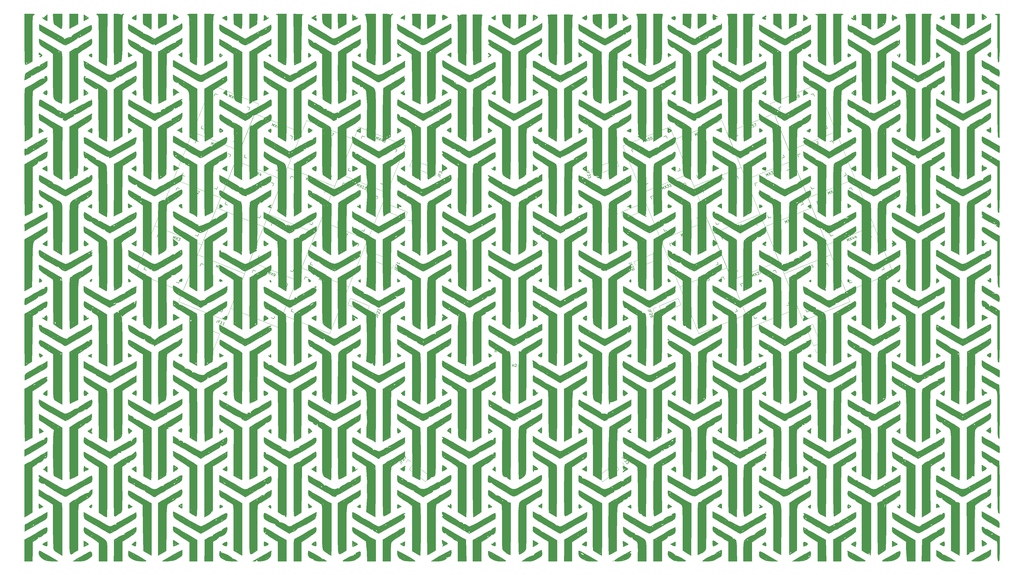
<source format=gbr>
G04 #@! TF.GenerationSoftware,KiCad,Pcbnew,(5.1.4)-1*
G04 #@! TF.CreationDate,2023-10-04T20:40:25-04:00*
G04 #@! TF.ProjectId,ThumbsUp,5468756d-6273-4557-902e-6b696361645f,rev?*
G04 #@! TF.SameCoordinates,Original*
G04 #@! TF.FileFunction,Legend,Top*
G04 #@! TF.FilePolarity,Positive*
%FSLAX46Y46*%
G04 Gerber Fmt 4.6, Leading zero omitted, Abs format (unit mm)*
G04 Created by KiCad (PCBNEW (5.1.4)-1) date 2023-10-04 20:40:25*
%MOMM*%
%LPD*%
G04 APERTURE LIST*
%ADD10C,0.010000*%
%ADD11C,0.120000*%
%ADD12C,0.150000*%
G04 APERTURE END LIST*
D10*
G36*
X-147223805Y-342829063D02*
G01*
X-146704130Y-343179074D01*
X-146192560Y-343587162D01*
X-145878354Y-343909928D01*
X-145850000Y-343977928D01*
X-146054405Y-344214717D01*
X-146533102Y-344564346D01*
X-147084312Y-344896141D01*
X-147506253Y-345079425D01*
X-147562305Y-345086842D01*
X-147657324Y-344847695D01*
X-147714294Y-344242674D01*
X-147718866Y-344017369D01*
X-146785789Y-344017369D01*
X-146764591Y-344263744D01*
X-146667884Y-344284737D01*
X-146395618Y-344090651D01*
X-146384737Y-344017369D01*
X-146475959Y-343756952D01*
X-146502642Y-343750000D01*
X-146730913Y-343937355D01*
X-146785789Y-344017369D01*
X-147718866Y-344017369D01*
X-147721579Y-343883684D01*
X-147689925Y-343165913D01*
X-147609843Y-342735553D01*
X-147562326Y-342680527D01*
X-147223805Y-342829063D01*
X-147223805Y-342829063D01*
G37*
X-147223805Y-342829063D02*
X-146704130Y-343179074D01*
X-146192560Y-343587162D01*
X-145878354Y-343909928D01*
X-145850000Y-343977928D01*
X-146054405Y-344214717D01*
X-146533102Y-344564346D01*
X-147084312Y-344896141D01*
X-147506253Y-345079425D01*
X-147562305Y-345086842D01*
X-147657324Y-344847695D01*
X-147714294Y-344242674D01*
X-147718866Y-344017369D01*
X-146785789Y-344017369D01*
X-146764591Y-344263744D01*
X-146667884Y-344284737D01*
X-146395618Y-344090651D01*
X-146384737Y-344017369D01*
X-146475959Y-343756952D01*
X-146502642Y-343750000D01*
X-146730913Y-343937355D01*
X-146785789Y-344017369D01*
X-147718866Y-344017369D01*
X-147721579Y-343883684D01*
X-147689925Y-343165913D01*
X-147609843Y-342735553D01*
X-147562326Y-342680527D01*
X-147223805Y-342829063D01*
G36*
X-161667816Y-343450642D02*
G01*
X-161625816Y-344029310D01*
X-161624737Y-344151053D01*
X-161663063Y-344795641D01*
X-161854230Y-345028302D01*
X-162312519Y-344897965D01*
X-162791508Y-344650588D01*
X-163557227Y-344235744D01*
X-163417964Y-344151053D01*
X-162694210Y-344151053D01*
X-162560526Y-344284737D01*
X-162426842Y-344151053D01*
X-162560526Y-344017369D01*
X-162694210Y-344151053D01*
X-163417964Y-344151053D01*
X-162718204Y-343725504D01*
X-162137056Y-343391135D01*
X-161779716Y-343220787D01*
X-161751959Y-343215263D01*
X-161667816Y-343450642D01*
X-161667816Y-343450642D01*
G37*
X-161667816Y-343450642D02*
X-161625816Y-344029310D01*
X-161624737Y-344151053D01*
X-161663063Y-344795641D01*
X-161854230Y-345028302D01*
X-162312519Y-344897965D01*
X-162791508Y-344650588D01*
X-163557227Y-344235744D01*
X-163417964Y-344151053D01*
X-162694210Y-344151053D01*
X-162560526Y-344284737D01*
X-162426842Y-344151053D01*
X-162560526Y-344017369D01*
X-162694210Y-344151053D01*
X-163417964Y-344151053D01*
X-162718204Y-343725504D01*
X-162137056Y-343391135D01*
X-161779716Y-343220787D01*
X-161751959Y-343215263D01*
X-161667816Y-343450642D01*
G36*
X-228507225Y-343375353D02*
G01*
X-228466842Y-343601200D01*
X-228641037Y-343968366D01*
X-228801053Y-344021463D01*
X-228970644Y-344093357D01*
X-228768464Y-344257909D01*
X-228464407Y-344578383D01*
X-228592990Y-344783781D01*
X-229053193Y-344792969D01*
X-229335789Y-344713559D01*
X-229904545Y-344458627D01*
X-230001523Y-344210146D01*
X-229620869Y-343875735D01*
X-229268947Y-343658847D01*
X-228731319Y-343371716D01*
X-228507225Y-343375353D01*
X-228507225Y-343375353D01*
G37*
X-228507225Y-343375353D02*
X-228466842Y-343601200D01*
X-228641037Y-343968366D01*
X-228801053Y-344021463D01*
X-228970644Y-344093357D01*
X-228768464Y-344257909D01*
X-228464407Y-344578383D01*
X-228592990Y-344783781D01*
X-229053193Y-344792969D01*
X-229335789Y-344713559D01*
X-229904545Y-344458627D01*
X-230001523Y-344210146D01*
X-229620869Y-343875735D01*
X-229268947Y-343658847D01*
X-228731319Y-343371716D01*
X-228507225Y-343375353D01*
G36*
X-248082466Y-342820713D02*
G01*
X-247524360Y-343174636D01*
X-247235289Y-343372721D01*
X-246709842Y-343776317D01*
X-246651692Y-343924553D01*
X-246848421Y-343889441D01*
X-247325193Y-343851782D01*
X-247450000Y-343999351D01*
X-247240872Y-344267303D01*
X-247131529Y-344284737D01*
X-247049487Y-344391741D01*
X-247283907Y-344635071D01*
X-247680069Y-344898204D01*
X-248083257Y-345064615D01*
X-248185263Y-345078339D01*
X-248418849Y-344830275D01*
X-248516732Y-344085804D01*
X-248519474Y-343883684D01*
X-248490081Y-343165895D01*
X-248415719Y-342735539D01*
X-248371604Y-342680527D01*
X-248082466Y-342820713D01*
X-248082466Y-342820713D01*
G37*
X-248082466Y-342820713D02*
X-247524360Y-343174636D01*
X-247235289Y-343372721D01*
X-246709842Y-343776317D01*
X-246651692Y-343924553D01*
X-246848421Y-343889441D01*
X-247325193Y-343851782D01*
X-247450000Y-343999351D01*
X-247240872Y-344267303D01*
X-247131529Y-344284737D01*
X-247049487Y-344391741D01*
X-247283907Y-344635071D01*
X-247680069Y-344898204D01*
X-248083257Y-345064615D01*
X-248185263Y-345078339D01*
X-248418849Y-344830275D01*
X-248516732Y-344085804D01*
X-248519474Y-343883684D01*
X-248490081Y-343165895D01*
X-248415719Y-342735539D01*
X-248371604Y-342680527D01*
X-248082466Y-342820713D01*
G36*
X-262400963Y-343757209D02*
G01*
X-262347233Y-344364852D01*
X-262353164Y-344397348D01*
X-262490855Y-344902176D01*
X-262740031Y-345030780D01*
X-263262738Y-344838050D01*
X-263425263Y-344760521D01*
X-263938814Y-344406954D01*
X-263923092Y-344066262D01*
X-263471213Y-343738819D01*
X-262795898Y-343536590D01*
X-262400963Y-343757209D01*
X-262400963Y-343757209D01*
G37*
X-262400963Y-343757209D02*
X-262347233Y-344364852D01*
X-262353164Y-344397348D01*
X-262490855Y-344902176D01*
X-262740031Y-345030780D01*
X-263262738Y-344838050D01*
X-263425263Y-344760521D01*
X-263938814Y-344406954D01*
X-263923092Y-344066262D01*
X-263471213Y-343738819D01*
X-262795898Y-343536590D01*
X-262400963Y-343757209D01*
G36*
X-295619395Y-343450642D02*
G01*
X-295577395Y-344029310D01*
X-295576316Y-344151053D01*
X-295672833Y-344842256D01*
X-295991708Y-345069641D01*
X-296576925Y-344850303D01*
X-296828896Y-344685790D01*
X-296111053Y-344685790D01*
X-295977368Y-344819474D01*
X-295843684Y-344685790D01*
X-295977368Y-344552105D01*
X-296111053Y-344685790D01*
X-296828896Y-344685790D01*
X-296874955Y-344655718D01*
X-297490471Y-344224594D01*
X-296660615Y-343719929D01*
X-296082676Y-343387712D01*
X-295729179Y-343220131D01*
X-295703538Y-343215263D01*
X-295619395Y-343450642D01*
X-295619395Y-343450642D01*
G37*
X-295619395Y-343450642D02*
X-295577395Y-344029310D01*
X-295576316Y-344151053D01*
X-295672833Y-344842256D01*
X-295991708Y-345069641D01*
X-296576925Y-344850303D01*
X-296828896Y-344685790D01*
X-296111053Y-344685790D01*
X-295977368Y-344819474D01*
X-295843684Y-344685790D01*
X-295977368Y-344552105D01*
X-296111053Y-344685790D01*
X-296828896Y-344685790D01*
X-296874955Y-344655718D01*
X-297490471Y-344224594D01*
X-296660615Y-343719929D01*
X-296082676Y-343387712D01*
X-295729179Y-343220131D01*
X-295703538Y-343215263D01*
X-295619395Y-343450642D01*
G36*
X-329799474Y-344135937D02*
G01*
X-329867325Y-344836790D01*
X-330115120Y-345050254D01*
X-330609221Y-344806688D01*
X-330853681Y-344618231D01*
X-331432391Y-344149620D01*
X-330615932Y-343667326D01*
X-329799474Y-343185031D01*
X-329799474Y-344135937D01*
X-329799474Y-344135937D01*
G37*
X-329799474Y-344135937D02*
X-329867325Y-344836790D01*
X-330115120Y-345050254D01*
X-330609221Y-344806688D01*
X-330853681Y-344618231D01*
X-331432391Y-344149620D01*
X-330615932Y-343667326D01*
X-329799474Y-343185031D01*
X-329799474Y-344135937D01*
G36*
X-349116416Y-343110285D02*
G01*
X-348483126Y-343463088D01*
X-347635959Y-343978281D01*
X-348543506Y-344531562D01*
X-349168499Y-344884563D01*
X-349595256Y-345075080D01*
X-349651579Y-345085843D01*
X-349777173Y-344849169D01*
X-349847006Y-344256744D01*
X-349852105Y-344017369D01*
X-349800941Y-343293884D01*
X-349586291Y-343003904D01*
X-349116416Y-343110285D01*
X-349116416Y-343110285D01*
G37*
X-349116416Y-343110285D02*
X-348483126Y-343463088D01*
X-347635959Y-343978281D01*
X-348543506Y-344531562D01*
X-349168499Y-344884563D01*
X-349595256Y-345075080D01*
X-349651579Y-345085843D01*
X-349777173Y-344849169D01*
X-349847006Y-344256744D01*
X-349852105Y-344017369D01*
X-349800941Y-343293884D01*
X-349586291Y-343003904D01*
X-349116416Y-343110285D01*
G36*
X-363755263Y-344155378D02*
G01*
X-363826670Y-344772126D01*
X-364002159Y-345079188D01*
X-364038411Y-345086842D01*
X-364198093Y-344923042D01*
X-364156316Y-344819474D01*
X-364249714Y-344620031D01*
X-364659494Y-344552105D01*
X-365292207Y-344461884D01*
X-365426005Y-344220260D01*
X-365059900Y-343870793D01*
X-364679602Y-343664701D01*
X-363755263Y-343223915D01*
X-363755263Y-344155378D01*
X-363755263Y-344155378D01*
G37*
X-363755263Y-344155378D02*
X-363826670Y-344772126D01*
X-364002159Y-345079188D01*
X-364038411Y-345086842D01*
X-364198093Y-344923042D01*
X-364156316Y-344819474D01*
X-364249714Y-344620031D01*
X-364659494Y-344552105D01*
X-365292207Y-344461884D01*
X-365426005Y-344220260D01*
X-365059900Y-343870793D01*
X-364679602Y-343664701D01*
X-363755263Y-343223915D01*
X-363755263Y-344155378D01*
G36*
X-450202949Y-342914017D02*
G01*
X-449675592Y-343160081D01*
X-449094589Y-343503771D01*
X-448648684Y-343835733D01*
X-448516053Y-344017369D01*
X-448724970Y-344229397D01*
X-449222151Y-344549726D01*
X-449808862Y-344865797D01*
X-450286371Y-345065051D01*
X-450404299Y-345086842D01*
X-450560872Y-344850259D01*
X-450645262Y-344262135D01*
X-450650000Y-344061930D01*
X-450611285Y-343360318D01*
X-450515459Y-342917387D01*
X-450487914Y-342874932D01*
X-450202949Y-342914017D01*
X-450202949Y-342914017D01*
G37*
X-450202949Y-342914017D02*
X-449675592Y-343160081D01*
X-449094589Y-343503771D01*
X-448648684Y-343835733D01*
X-448516053Y-344017369D01*
X-448724970Y-344229397D01*
X-449222151Y-344549726D01*
X-449808862Y-344865797D01*
X-450286371Y-345065051D01*
X-450404299Y-345086842D01*
X-450560872Y-344850259D01*
X-450645262Y-344262135D01*
X-450650000Y-344061930D01*
X-450611285Y-343360318D01*
X-450515459Y-342917387D01*
X-450487914Y-342874932D01*
X-450202949Y-342914017D01*
G36*
X-464355418Y-344051267D02*
G01*
X-464388785Y-344758388D01*
X-464626297Y-345025828D01*
X-465161098Y-344905730D01*
X-465555789Y-344723245D01*
X-466012905Y-344456232D01*
X-466081623Y-344216469D01*
X-465734210Y-343891879D01*
X-465273731Y-343583372D01*
X-464396714Y-343015692D01*
X-464355418Y-344051267D01*
X-464355418Y-344051267D01*
G37*
X-464355418Y-344051267D02*
X-464388785Y-344758388D01*
X-464626297Y-345025828D01*
X-465161098Y-344905730D01*
X-465555789Y-344723245D01*
X-466012905Y-344456232D01*
X-466081623Y-344216469D01*
X-465734210Y-343891879D01*
X-465273731Y-343583372D01*
X-464396714Y-343015692D01*
X-464355418Y-344051267D01*
G36*
X-180883033Y-343151356D02*
G01*
X-180875263Y-343215263D01*
X-180663395Y-343469365D01*
X-180541053Y-343491135D01*
X-180076824Y-343648663D01*
X-179699372Y-343883759D01*
X-179371444Y-344175273D01*
X-179471520Y-344357842D01*
X-179873927Y-344527185D01*
X-180446220Y-344818979D01*
X-180731386Y-345070350D01*
X-181042608Y-345361008D01*
X-181275540Y-345161750D01*
X-181398604Y-344515356D01*
X-181410000Y-344151053D01*
X-180875263Y-344151053D01*
X-180741579Y-344284737D01*
X-180607895Y-344151053D01*
X-180741579Y-344017369D01*
X-180875263Y-344151053D01*
X-181410000Y-344151053D01*
X-181356895Y-343433518D01*
X-181222535Y-343003102D01*
X-181142631Y-342947895D01*
X-180883033Y-343151356D01*
X-180883033Y-343151356D01*
G37*
X-180883033Y-343151356D02*
X-180875263Y-343215263D01*
X-180663395Y-343469365D01*
X-180541053Y-343491135D01*
X-180076824Y-343648663D01*
X-179699372Y-343883759D01*
X-179371444Y-344175273D01*
X-179471520Y-344357842D01*
X-179873927Y-344527185D01*
X-180446220Y-344818979D01*
X-180731386Y-345070350D01*
X-181042608Y-345361008D01*
X-181275540Y-345161750D01*
X-181398604Y-344515356D01*
X-181410000Y-344151053D01*
X-180875263Y-344151053D01*
X-180741579Y-344284737D01*
X-180607895Y-344151053D01*
X-180741579Y-344017369D01*
X-180875263Y-344151053D01*
X-181410000Y-344151053D01*
X-181356895Y-343433518D01*
X-181222535Y-343003102D01*
X-181142631Y-342947895D01*
X-180883033Y-343151356D01*
G36*
X-194899464Y-343200101D02*
G01*
X-194827149Y-343612087D01*
X-194805712Y-344399892D01*
X-194857580Y-344889992D01*
X-194955951Y-345218571D01*
X-195009379Y-345137905D01*
X-195186877Y-344912554D01*
X-195302282Y-344946436D01*
X-195694760Y-344935939D01*
X-196210180Y-344695268D01*
X-196590793Y-344365072D01*
X-196650000Y-344211015D01*
X-196453226Y-344159046D01*
X-196048421Y-344319104D01*
X-195644192Y-344513108D01*
X-195641332Y-344413337D01*
X-195793799Y-344218915D01*
X-195975602Y-343862930D01*
X-195900031Y-343750000D01*
X-195580526Y-343750000D01*
X-195482700Y-343970075D01*
X-195402281Y-343928246D01*
X-195370282Y-343610942D01*
X-195402281Y-343571755D01*
X-195561231Y-343608456D01*
X-195580526Y-343750000D01*
X-195900031Y-343750000D01*
X-195761578Y-343543103D01*
X-195526430Y-343365131D01*
X-195082687Y-343092223D01*
X-194899464Y-343200101D01*
X-194899464Y-343200101D01*
G37*
X-194899464Y-343200101D02*
X-194827149Y-343612087D01*
X-194805712Y-344399892D01*
X-194857580Y-344889992D01*
X-194955951Y-345218571D01*
X-195009379Y-345137905D01*
X-195186877Y-344912554D01*
X-195302282Y-344946436D01*
X-195694760Y-344935939D01*
X-196210180Y-344695268D01*
X-196590793Y-344365072D01*
X-196650000Y-344211015D01*
X-196453226Y-344159046D01*
X-196048421Y-344319104D01*
X-195644192Y-344513108D01*
X-195641332Y-344413337D01*
X-195793799Y-344218915D01*
X-195975602Y-343862930D01*
X-195900031Y-343750000D01*
X-195580526Y-343750000D01*
X-195482700Y-343970075D01*
X-195402281Y-343928246D01*
X-195370282Y-343610942D01*
X-195402281Y-343571755D01*
X-195561231Y-343608456D01*
X-195580526Y-343750000D01*
X-195900031Y-343750000D01*
X-195761578Y-343543103D01*
X-195526430Y-343365131D01*
X-195082687Y-343092223D01*
X-194899464Y-343200101D01*
G36*
X-213650194Y-343541786D02*
G01*
X-213048161Y-343995919D01*
X-212919778Y-344338122D01*
X-213275230Y-344681085D01*
X-213778533Y-344961926D01*
X-214563684Y-345367943D01*
X-214563684Y-342942979D01*
X-213650194Y-343541786D01*
X-213650194Y-343541786D01*
G37*
X-213650194Y-343541786D02*
X-213048161Y-343995919D01*
X-212919778Y-344338122D01*
X-213275230Y-344681085D01*
X-213778533Y-344961926D01*
X-214563684Y-345367943D01*
X-214563684Y-342942979D01*
X-213650194Y-343541786D01*
G36*
X-281405789Y-343257540D02*
G01*
X-280882287Y-343701378D01*
X-280613253Y-344040483D01*
X-280603684Y-344083429D01*
X-280436901Y-344196016D01*
X-280336316Y-344151053D01*
X-280089667Y-344133410D01*
X-280071033Y-344202116D01*
X-280316272Y-344475604D01*
X-281002580Y-344871181D01*
X-281873684Y-345269787D01*
X-282082351Y-345194379D01*
X-282187097Y-344699793D01*
X-282207895Y-344037970D01*
X-282207895Y-343750000D01*
X-281940526Y-343750000D01*
X-281842700Y-343970075D01*
X-281762281Y-343928246D01*
X-281730282Y-343610942D01*
X-281762281Y-343571755D01*
X-281921231Y-343608456D01*
X-281940526Y-343750000D01*
X-282207895Y-343750000D01*
X-282207895Y-342664519D01*
X-281405789Y-343257540D01*
X-281405789Y-343257540D01*
G37*
X-281405789Y-343257540D02*
X-280882287Y-343701378D01*
X-280613253Y-344040483D01*
X-280603684Y-344083429D01*
X-280436901Y-344196016D01*
X-280336316Y-344151053D01*
X-280089667Y-344133410D01*
X-280071033Y-344202116D01*
X-280316272Y-344475604D01*
X-281002580Y-344871181D01*
X-281873684Y-345269787D01*
X-282082351Y-345194379D01*
X-282187097Y-344699793D01*
X-282207895Y-344037970D01*
X-282207895Y-343750000D01*
X-281940526Y-343750000D01*
X-281842700Y-343970075D01*
X-281762281Y-343928246D01*
X-281730282Y-343610942D01*
X-281762281Y-343571755D01*
X-281921231Y-343608456D01*
X-281940526Y-343750000D01*
X-282207895Y-343750000D01*
X-282207895Y-342664519D01*
X-281405789Y-343257540D01*
G36*
X-315184594Y-343097850D02*
G01*
X-314558787Y-343443961D01*
X-314106329Y-343744574D01*
X-313971386Y-343986426D01*
X-314195121Y-344269617D01*
X-314818697Y-344694245D01*
X-315161053Y-344908525D01*
X-315896316Y-345366538D01*
X-315896316Y-344442768D01*
X-315361579Y-344442768D01*
X-315159179Y-344445422D01*
X-314960526Y-344381425D01*
X-314606300Y-344100919D01*
X-314559474Y-343956025D01*
X-314718448Y-343867471D01*
X-314960526Y-344017369D01*
X-315292570Y-344333747D01*
X-315361579Y-344442768D01*
X-315896316Y-344442768D01*
X-315896316Y-344157216D01*
X-315848302Y-343350611D01*
X-315642128Y-343014056D01*
X-315184594Y-343097850D01*
X-315184594Y-343097850D01*
G37*
X-315184594Y-343097850D02*
X-314558787Y-343443961D01*
X-314106329Y-343744574D01*
X-313971386Y-343986426D01*
X-314195121Y-344269617D01*
X-314818697Y-344694245D01*
X-315161053Y-344908525D01*
X-315896316Y-345366538D01*
X-315896316Y-344442768D01*
X-315361579Y-344442768D01*
X-315159179Y-344445422D01*
X-314960526Y-344381425D01*
X-314606300Y-344100919D01*
X-314559474Y-343956025D01*
X-314718448Y-343867471D01*
X-314960526Y-344017369D01*
X-315292570Y-344333747D01*
X-315361579Y-344442768D01*
X-315896316Y-344442768D01*
X-315896316Y-344157216D01*
X-315848302Y-343350611D01*
X-315642128Y-343014056D01*
X-315184594Y-343097850D01*
G36*
X-383127708Y-343155396D02*
G01*
X-383177978Y-343300580D01*
X-383226653Y-343477957D01*
X-383147185Y-343425197D01*
X-382773893Y-343385221D01*
X-382399777Y-343520777D01*
X-382048704Y-343780623D01*
X-382163771Y-344011858D01*
X-382234405Y-344063622D01*
X-382383126Y-344218710D01*
X-382058613Y-344165884D01*
X-382003158Y-344150550D01*
X-381511468Y-344086502D01*
X-381429452Y-344236615D01*
X-381722893Y-344516877D01*
X-382270526Y-344807027D01*
X-382908321Y-345086458D01*
X-383316663Y-345276680D01*
X-383340000Y-345288977D01*
X-383452201Y-345113442D01*
X-383524975Y-344544796D01*
X-383540526Y-344023870D01*
X-383494169Y-343196795D01*
X-383363156Y-342819534D01*
X-383268797Y-342816906D01*
X-383127708Y-343155396D01*
X-383127708Y-343155396D01*
G37*
X-383127708Y-343155396D02*
X-383177978Y-343300580D01*
X-383226653Y-343477957D01*
X-383147185Y-343425197D01*
X-382773893Y-343385221D01*
X-382399777Y-343520777D01*
X-382048704Y-343780623D01*
X-382163771Y-344011858D01*
X-382234405Y-344063622D01*
X-382383126Y-344218710D01*
X-382058613Y-344165884D01*
X-382003158Y-344150550D01*
X-381511468Y-344086502D01*
X-381429452Y-344236615D01*
X-381722893Y-344516877D01*
X-382270526Y-344807027D01*
X-382908321Y-345086458D01*
X-383316663Y-345276680D01*
X-383340000Y-345288977D01*
X-383452201Y-345113442D01*
X-383524975Y-344544796D01*
X-383540526Y-344023870D01*
X-383494169Y-343196795D01*
X-383363156Y-342819534D01*
X-383268797Y-342816906D01*
X-383127708Y-343155396D01*
G36*
X-396925343Y-343521285D02*
G01*
X-397321453Y-343948570D01*
X-397340052Y-343963182D01*
X-397661232Y-344235619D01*
X-397556883Y-344253786D01*
X-397376842Y-344195414D01*
X-397022865Y-344190858D01*
X-396910606Y-344590723D01*
X-396908947Y-344694181D01*
X-396915493Y-345147057D01*
X-397018838Y-345295194D01*
X-397344549Y-345149448D01*
X-397922483Y-344781810D01*
X-398802334Y-344218418D01*
X-397922483Y-343611386D01*
X-397315989Y-343298253D01*
X-396953565Y-343286366D01*
X-396925343Y-343521285D01*
X-396925343Y-343521285D01*
G37*
X-396925343Y-343521285D02*
X-397321453Y-343948570D01*
X-397340052Y-343963182D01*
X-397661232Y-344235619D01*
X-397556883Y-344253786D01*
X-397376842Y-344195414D01*
X-397022865Y-344190858D01*
X-396910606Y-344590723D01*
X-396908947Y-344694181D01*
X-396915493Y-345147057D01*
X-397018838Y-345295194D01*
X-397344549Y-345149448D01*
X-397922483Y-344781810D01*
X-398802334Y-344218418D01*
X-397922483Y-343611386D01*
X-397315989Y-343298253D01*
X-396953565Y-343286366D01*
X-396925343Y-343521285D01*
G36*
X-416269901Y-343220011D02*
G01*
X-415994495Y-343394039D01*
X-415584452Y-343763873D01*
X-415507235Y-344043552D01*
X-415441101Y-344167943D01*
X-415237571Y-344119385D01*
X-414852359Y-344042393D01*
X-414826676Y-344197362D01*
X-415097455Y-344488601D01*
X-415601628Y-344820420D01*
X-415748481Y-344894572D01*
X-416674330Y-345336079D01*
X-416650680Y-344157833D01*
X-416622634Y-343437539D01*
X-416522975Y-343156670D01*
X-416269901Y-343220011D01*
X-416269901Y-343220011D01*
G37*
X-416269901Y-343220011D02*
X-415994495Y-343394039D01*
X-415584452Y-343763873D01*
X-415507235Y-344043552D01*
X-415441101Y-344167943D01*
X-415237571Y-344119385D01*
X-414852359Y-344042393D01*
X-414826676Y-344197362D01*
X-415097455Y-344488601D01*
X-415601628Y-344820420D01*
X-415748481Y-344894572D01*
X-416674330Y-345336079D01*
X-416650680Y-344157833D01*
X-416622634Y-343437539D01*
X-416522975Y-343156670D01*
X-416269901Y-343220011D01*
G36*
X-430397934Y-343661104D02*
G01*
X-430378246Y-343772422D01*
X-430347663Y-344492704D01*
X-430378246Y-344811618D01*
X-430458725Y-345132619D01*
X-430646814Y-345178237D01*
X-431084584Y-344941998D01*
X-431361946Y-344766801D01*
X-432260208Y-344195103D01*
X-431361946Y-343727606D01*
X-430773921Y-343441156D01*
X-430503413Y-343416673D01*
X-430397934Y-343661104D01*
X-430397934Y-343661104D01*
G37*
X-430397934Y-343661104D02*
X-430378246Y-343772422D01*
X-430347663Y-344492704D01*
X-430378246Y-344811618D01*
X-430458725Y-345132619D01*
X-430646814Y-345178237D01*
X-431084584Y-344941998D01*
X-431361946Y-344766801D01*
X-432260208Y-344195103D01*
X-431361946Y-343727606D01*
X-430773921Y-343441156D01*
X-430503413Y-343416673D01*
X-430397934Y-343661104D01*
G36*
X-483135263Y-343518058D02*
G01*
X-482548010Y-343907214D01*
X-482222589Y-344205741D01*
X-482199474Y-344261627D01*
X-482416914Y-344487662D01*
X-482957004Y-344810798D01*
X-483135263Y-344899313D01*
X-484071053Y-345345559D01*
X-484071053Y-343896666D01*
X-483425148Y-343896666D01*
X-483400739Y-344020431D01*
X-483114771Y-344242070D01*
X-482808313Y-344279265D01*
X-482734210Y-344179658D01*
X-482943935Y-344007943D01*
X-483149150Y-343915352D01*
X-483425148Y-343896666D01*
X-484071053Y-343896666D01*
X-484071053Y-342965929D01*
X-483135263Y-343518058D01*
X-483135263Y-343518058D01*
G37*
X-483135263Y-343518058D02*
X-482548010Y-343907214D01*
X-482222589Y-344205741D01*
X-482199474Y-344261627D01*
X-482416914Y-344487662D01*
X-482957004Y-344810798D01*
X-483135263Y-344899313D01*
X-484071053Y-345345559D01*
X-484071053Y-343896666D01*
X-483425148Y-343896666D01*
X-483400739Y-344020431D01*
X-483114771Y-344242070D01*
X-482808313Y-344279265D01*
X-482734210Y-344179658D01*
X-482943935Y-344007943D01*
X-483149150Y-343915352D01*
X-483425148Y-343896666D01*
X-484071053Y-343896666D01*
X-484071053Y-342965929D01*
X-483135263Y-343518058D01*
G36*
X-497706842Y-344138571D02*
G01*
X-497719965Y-344856458D01*
X-497753211Y-345283676D01*
X-497773684Y-345337111D01*
X-498031952Y-345219180D01*
X-498582733Y-344950457D01*
X-498709474Y-344887551D01*
X-499245324Y-344552147D01*
X-499548786Y-344242038D01*
X-499560731Y-344057268D01*
X-499222030Y-344097882D01*
X-499163482Y-344119385D01*
X-498870044Y-344162488D01*
X-498868566Y-344081148D01*
X-498766031Y-343801824D01*
X-498351287Y-343405989D01*
X-498347715Y-343403308D01*
X-497706842Y-342922931D01*
X-497706842Y-344138571D01*
X-497706842Y-344138571D01*
G37*
X-497706842Y-344138571D02*
X-497719965Y-344856458D01*
X-497753211Y-345283676D01*
X-497773684Y-345337111D01*
X-498031952Y-345219180D01*
X-498582733Y-344950457D01*
X-498709474Y-344887551D01*
X-499245324Y-344552147D01*
X-499548786Y-344242038D01*
X-499560731Y-344057268D01*
X-499222030Y-344097882D01*
X-499163482Y-344119385D01*
X-498870044Y-344162488D01*
X-498868566Y-344081148D01*
X-498766031Y-343801824D01*
X-498351287Y-343405989D01*
X-498347715Y-343403308D01*
X-497706842Y-342922931D01*
X-497706842Y-344138571D01*
G36*
X-150395263Y-344710821D02*
G01*
X-150410220Y-345755344D01*
X-150474478Y-346383532D01*
X-150617117Y-346713407D01*
X-150867220Y-346862987D01*
X-150930000Y-346880951D01*
X-151362932Y-347071595D01*
X-151464737Y-347207453D01*
X-151682093Y-347430378D01*
X-152222001Y-347751801D01*
X-152400526Y-347840365D01*
X-153336316Y-348286612D01*
X-153336316Y-342680527D01*
X-150395263Y-342680527D01*
X-150395263Y-344710821D01*
X-150395263Y-344710821D01*
G37*
X-150395263Y-344710821D02*
X-150410220Y-345755344D01*
X-150474478Y-346383532D01*
X-150617117Y-346713407D01*
X-150867220Y-346862987D01*
X-150930000Y-346880951D01*
X-151362932Y-347071595D01*
X-151464737Y-347207453D01*
X-151682093Y-347430378D01*
X-152222001Y-347751801D01*
X-152400526Y-347840365D01*
X-153336316Y-348286612D01*
X-153336316Y-342680527D01*
X-150395263Y-342680527D01*
X-150395263Y-344710821D01*
G36*
X-156010000Y-345487895D02*
G01*
X-156027769Y-346639199D01*
X-156075821Y-347560125D01*
X-156146276Y-348140681D01*
X-156210526Y-348286573D01*
X-156528267Y-348151373D01*
X-157151440Y-347808821D01*
X-157806361Y-347417626D01*
X-158551176Y-346958421D01*
X-157614210Y-346958421D01*
X-157516385Y-347178496D01*
X-157435965Y-347136667D01*
X-157403966Y-346819363D01*
X-157435965Y-346780176D01*
X-157594915Y-346816877D01*
X-157614210Y-346958421D01*
X-158551176Y-346958421D01*
X-159201670Y-346557369D01*
X-159210045Y-344618948D01*
X-159218421Y-342680527D01*
X-156010000Y-342680527D01*
X-156010000Y-345487895D01*
X-156010000Y-345487895D01*
G37*
X-156010000Y-345487895D02*
X-156027769Y-346639199D01*
X-156075821Y-347560125D01*
X-156146276Y-348140681D01*
X-156210526Y-348286573D01*
X-156528267Y-348151373D01*
X-157151440Y-347808821D01*
X-157806361Y-347417626D01*
X-158551176Y-346958421D01*
X-157614210Y-346958421D01*
X-157516385Y-347178496D01*
X-157435965Y-347136667D01*
X-157403966Y-346819363D01*
X-157435965Y-346780176D01*
X-157594915Y-346816877D01*
X-157614210Y-346958421D01*
X-158551176Y-346958421D01*
X-159201670Y-346557369D01*
X-159210045Y-344618948D01*
X-159218421Y-342680527D01*
X-156010000Y-342680527D01*
X-156010000Y-345487895D01*
G36*
X-183548947Y-344133647D02*
G01*
X-183613218Y-345383064D01*
X-183859774Y-346258493D01*
X-184369230Y-346910932D01*
X-185222202Y-347491376D01*
X-185391811Y-347585408D01*
X-186757368Y-348328637D01*
X-186757368Y-346423684D01*
X-184752105Y-346423684D01*
X-184730907Y-346670060D01*
X-184634200Y-346691053D01*
X-184361933Y-346496967D01*
X-184351053Y-346423684D01*
X-184442275Y-346163267D01*
X-184468957Y-346156316D01*
X-184697228Y-346343671D01*
X-184752105Y-346423684D01*
X-186757368Y-346423684D01*
X-186757368Y-342680527D01*
X-183548947Y-342680527D01*
X-183548947Y-344133647D01*
X-183548947Y-344133647D01*
G37*
X-183548947Y-344133647D02*
X-183613218Y-345383064D01*
X-183859774Y-346258493D01*
X-184369230Y-346910932D01*
X-185222202Y-347491376D01*
X-185391811Y-347585408D01*
X-186757368Y-348328637D01*
X-186757368Y-346423684D01*
X-184752105Y-346423684D01*
X-184730907Y-346670060D01*
X-184634200Y-346691053D01*
X-184361933Y-346496967D01*
X-184351053Y-346423684D01*
X-184442275Y-346163267D01*
X-184468957Y-346156316D01*
X-184697228Y-346343671D01*
X-184752105Y-346423684D01*
X-186757368Y-346423684D01*
X-186757368Y-342680527D01*
X-183548947Y-342680527D01*
X-183548947Y-344133647D01*
G36*
X-217025595Y-344692625D02*
G01*
X-217103684Y-346704724D01*
X-218507368Y-347505402D01*
X-219911053Y-348306080D01*
X-219911053Y-346824737D01*
X-218574210Y-346824737D01*
X-218440526Y-346958421D01*
X-218306842Y-346824737D01*
X-218440526Y-346691053D01*
X-218574210Y-346824737D01*
X-219911053Y-346824737D01*
X-219911053Y-342680527D01*
X-216947507Y-342680527D01*
X-217025595Y-344692625D01*
X-217025595Y-344692625D01*
G37*
X-217025595Y-344692625D02*
X-217103684Y-346704724D01*
X-218507368Y-347505402D01*
X-219911053Y-348306080D01*
X-219911053Y-346824737D01*
X-218574210Y-346824737D01*
X-218440526Y-346958421D01*
X-218306842Y-346824737D01*
X-218440526Y-346691053D01*
X-218574210Y-346824737D01*
X-219911053Y-346824737D01*
X-219911053Y-342680527D01*
X-216947507Y-342680527D01*
X-217025595Y-344692625D01*
G36*
X-250925789Y-346430326D02*
G01*
X-252383472Y-347362795D01*
X-253153553Y-347841995D01*
X-253734336Y-348178479D01*
X-253987683Y-348295263D01*
X-254047835Y-348046322D01*
X-254096020Y-347373137D01*
X-254126472Y-346386163D01*
X-254127684Y-346245439D01*
X-252173509Y-346245439D01*
X-252136807Y-346404389D01*
X-251995263Y-346423684D01*
X-251775189Y-346325858D01*
X-251817017Y-346245439D01*
X-252134321Y-346213440D01*
X-252173509Y-346245439D01*
X-254127684Y-346245439D01*
X-254134210Y-345487895D01*
X-254134210Y-342680527D01*
X-250925789Y-342680527D01*
X-250925789Y-346430326D01*
X-250925789Y-346430326D01*
G37*
X-250925789Y-346430326D02*
X-252383472Y-347362795D01*
X-253153553Y-347841995D01*
X-253734336Y-348178479D01*
X-253987683Y-348295263D01*
X-254047835Y-348046322D01*
X-254096020Y-347373137D01*
X-254126472Y-346386163D01*
X-254127684Y-346245439D01*
X-252173509Y-346245439D01*
X-252136807Y-346404389D01*
X-251995263Y-346423684D01*
X-251775189Y-346325858D01*
X-251817017Y-346245439D01*
X-252134321Y-346213440D01*
X-252173509Y-346245439D01*
X-254127684Y-346245439D01*
X-254134210Y-345487895D01*
X-254134210Y-342680527D01*
X-250925789Y-342680527D01*
X-250925789Y-346430326D01*
G36*
X-256559604Y-345487895D02*
G01*
X-256609241Y-346926747D01*
X-256704693Y-347844279D01*
X-256847401Y-348252062D01*
X-256906698Y-348276659D01*
X-257285839Y-348131613D01*
X-257942477Y-347777745D01*
X-258478947Y-347451946D01*
X-259748947Y-346645838D01*
X-259748947Y-342680527D01*
X-256514759Y-342680527D01*
X-256559604Y-345487895D01*
X-256559604Y-345487895D01*
G37*
X-256559604Y-345487895D02*
X-256609241Y-346926747D01*
X-256704693Y-347844279D01*
X-256847401Y-348252062D01*
X-256906698Y-348276659D01*
X-257285839Y-348131613D01*
X-257942477Y-347777745D01*
X-258478947Y-347451946D01*
X-259748947Y-346645838D01*
X-259748947Y-342680527D01*
X-256514759Y-342680527D01*
X-256559604Y-345487895D01*
G36*
X-284346842Y-344685790D02*
G01*
X-284377237Y-345644247D01*
X-284457638Y-346353287D01*
X-284571873Y-346682276D01*
X-284595113Y-346691053D01*
X-284984385Y-346855099D01*
X-285201588Y-347025263D01*
X-285616970Y-347336848D01*
X-286231455Y-347726344D01*
X-286851485Y-348079289D01*
X-287283501Y-348281222D01*
X-287349219Y-348295263D01*
X-287401119Y-348046330D01*
X-287453573Y-347373163D01*
X-287499620Y-346386215D01*
X-287502465Y-346290000D01*
X-285416316Y-346290000D01*
X-285282631Y-346423684D01*
X-285148947Y-346290000D01*
X-285282631Y-346156316D01*
X-285416316Y-346290000D01*
X-287502465Y-346290000D01*
X-287526191Y-345487895D01*
X-287590661Y-342680527D01*
X-284346842Y-342680527D01*
X-284346842Y-344685790D01*
X-284346842Y-344685790D01*
G37*
X-284346842Y-344685790D02*
X-284377237Y-345644247D01*
X-284457638Y-346353287D01*
X-284571873Y-346682276D01*
X-284595113Y-346691053D01*
X-284984385Y-346855099D01*
X-285201588Y-347025263D01*
X-285616970Y-347336848D01*
X-286231455Y-347726344D01*
X-286851485Y-348079289D01*
X-287283501Y-348281222D01*
X-287349219Y-348295263D01*
X-287401119Y-348046330D01*
X-287453573Y-347373163D01*
X-287499620Y-346386215D01*
X-287502465Y-346290000D01*
X-285416316Y-346290000D01*
X-285282631Y-346423684D01*
X-285148947Y-346290000D01*
X-285282631Y-346156316D01*
X-285416316Y-346290000D01*
X-287502465Y-346290000D01*
X-287526191Y-345487895D01*
X-287590661Y-342680527D01*
X-284346842Y-342680527D01*
X-284346842Y-344685790D01*
G36*
X-318380925Y-344838051D02*
G01*
X-318480933Y-346728208D01*
X-319862309Y-347517144D01*
X-321243684Y-348306080D01*
X-321243684Y-346022632D01*
X-319906842Y-346022632D01*
X-319773158Y-346156316D01*
X-319639474Y-346022632D01*
X-319773158Y-345888948D01*
X-319906842Y-346022632D01*
X-321243684Y-346022632D01*
X-321243684Y-342947895D01*
X-318280917Y-342947895D01*
X-318380925Y-344838051D01*
X-318380925Y-344838051D01*
G37*
X-318380925Y-344838051D02*
X-318480933Y-346728208D01*
X-319862309Y-347517144D01*
X-321243684Y-348306080D01*
X-321243684Y-346022632D01*
X-319906842Y-346022632D01*
X-319773158Y-346156316D01*
X-319639474Y-346022632D01*
X-319773158Y-345888948D01*
X-319906842Y-346022632D01*
X-321243684Y-346022632D01*
X-321243684Y-342947895D01*
X-318280917Y-342947895D01*
X-318380925Y-344838051D01*
G36*
X-324184737Y-345621579D02*
G01*
X-324203346Y-346741584D01*
X-324253529Y-347627311D01*
X-324326814Y-348166556D01*
X-324385263Y-348278101D01*
X-324706506Y-348134440D01*
X-325314855Y-347784271D01*
X-325788947Y-347488305D01*
X-326568744Y-346908097D01*
X-327039292Y-346293263D01*
X-327278508Y-345482274D01*
X-327297724Y-345220527D01*
X-326056316Y-345220527D01*
X-325922631Y-345354211D01*
X-325788947Y-345220527D01*
X-325922631Y-345086842D01*
X-326056316Y-345220527D01*
X-327297724Y-345220527D01*
X-327364309Y-344313605D01*
X-327366507Y-344217895D01*
X-327393158Y-342947895D01*
X-324184737Y-342947895D01*
X-324184737Y-345621579D01*
X-324184737Y-345621579D01*
G37*
X-324184737Y-345621579D02*
X-324203346Y-346741584D01*
X-324253529Y-347627311D01*
X-324326814Y-348166556D01*
X-324385263Y-348278101D01*
X-324706506Y-348134440D01*
X-325314855Y-347784271D01*
X-325788947Y-347488305D01*
X-326568744Y-346908097D01*
X-327039292Y-346293263D01*
X-327278508Y-345482274D01*
X-327297724Y-345220527D01*
X-326056316Y-345220527D01*
X-325922631Y-345354211D01*
X-325788947Y-345220527D01*
X-325922631Y-345086842D01*
X-326056316Y-345220527D01*
X-327297724Y-345220527D01*
X-327364309Y-344313605D01*
X-327366507Y-344217895D01*
X-327393158Y-342947895D01*
X-324184737Y-342947895D01*
X-324184737Y-345621579D01*
G36*
X-352392105Y-346515409D02*
G01*
X-353782946Y-347405336D01*
X-354534713Y-347872314D01*
X-355095441Y-348194568D01*
X-355320314Y-348295263D01*
X-355381824Y-348046779D01*
X-355430619Y-347376779D01*
X-355460496Y-346398449D01*
X-355461381Y-346290000D01*
X-353060526Y-346290000D01*
X-352926842Y-346423684D01*
X-352793158Y-346290000D01*
X-352926842Y-346156316D01*
X-353060526Y-346290000D01*
X-355461381Y-346290000D01*
X-355466842Y-345621579D01*
X-355466842Y-342947895D01*
X-352246549Y-342947895D01*
X-352392105Y-346515409D01*
X-352392105Y-346515409D01*
G37*
X-352392105Y-346515409D02*
X-353782946Y-347405336D01*
X-354534713Y-347872314D01*
X-355095441Y-348194568D01*
X-355320314Y-348295263D01*
X-355381824Y-348046779D01*
X-355430619Y-347376779D01*
X-355460496Y-346398449D01*
X-355461381Y-346290000D01*
X-353060526Y-346290000D01*
X-352926842Y-346423684D01*
X-352793158Y-346290000D01*
X-352926842Y-346156316D01*
X-353060526Y-346290000D01*
X-355461381Y-346290000D01*
X-355466842Y-345621579D01*
X-355466842Y-342947895D01*
X-352246549Y-342947895D01*
X-352392105Y-346515409D01*
G36*
X-385694640Y-346557369D02*
G01*
X-387130924Y-347426316D01*
X-387903361Y-347879316D01*
X-388484623Y-348193670D01*
X-388727552Y-348295263D01*
X-388793375Y-348046325D01*
X-388846102Y-347373148D01*
X-388879427Y-346386185D01*
X-388887895Y-345487895D01*
X-388887895Y-342680527D01*
X-385679474Y-342680527D01*
X-385694640Y-346557369D01*
X-385694640Y-346557369D01*
G37*
X-385694640Y-346557369D02*
X-387130924Y-347426316D01*
X-387903361Y-347879316D01*
X-388484623Y-348193670D01*
X-388727552Y-348295263D01*
X-388793375Y-348046325D01*
X-388846102Y-347373148D01*
X-388879427Y-346386185D01*
X-388887895Y-345487895D01*
X-388887895Y-342680527D01*
X-385679474Y-342680527D01*
X-385694640Y-346557369D01*
G36*
X-419100526Y-344666207D02*
G01*
X-419112388Y-345690424D01*
X-419176217Y-346315635D01*
X-419334374Y-346677484D01*
X-419629223Y-346911616D01*
X-419835789Y-347020493D01*
X-420622687Y-347452977D01*
X-421306316Y-347872931D01*
X-422041579Y-348356763D01*
X-422041579Y-345621579D01*
X-419635263Y-345621579D01*
X-419537437Y-345841654D01*
X-419457017Y-345799825D01*
X-419425019Y-345482521D01*
X-419457017Y-345443334D01*
X-419615968Y-345480035D01*
X-419635263Y-345621579D01*
X-422041579Y-345621579D01*
X-422041579Y-342680527D01*
X-419100526Y-342680527D01*
X-419100526Y-344666207D01*
X-419100526Y-344666207D01*
G37*
X-419100526Y-344666207D02*
X-419112388Y-345690424D01*
X-419176217Y-346315635D01*
X-419334374Y-346677484D01*
X-419629223Y-346911616D01*
X-419835789Y-347020493D01*
X-420622687Y-347452977D01*
X-421306316Y-347872931D01*
X-422041579Y-348356763D01*
X-422041579Y-345621579D01*
X-419635263Y-345621579D01*
X-419537437Y-345841654D01*
X-419457017Y-345799825D01*
X-419425019Y-345482521D01*
X-419457017Y-345443334D01*
X-419615968Y-345480035D01*
X-419635263Y-345621579D01*
X-422041579Y-345621579D01*
X-422041579Y-342680527D01*
X-419100526Y-342680527D01*
X-419100526Y-344666207D01*
G36*
X-424715263Y-345487895D02*
G01*
X-424735661Y-346640312D01*
X-424790823Y-347563477D01*
X-424871697Y-348146953D01*
X-424945321Y-348295263D01*
X-425294622Y-348156776D01*
X-425883530Y-347811488D01*
X-426081637Y-347680729D01*
X-426780468Y-347239920D01*
X-427364276Y-346925864D01*
X-427455789Y-346887015D01*
X-427701373Y-346704905D01*
X-427844691Y-346315067D01*
X-427910406Y-345601916D01*
X-427923684Y-344694181D01*
X-427923684Y-342680527D01*
X-424715263Y-342680527D01*
X-424715263Y-345487895D01*
X-424715263Y-345487895D01*
G37*
X-424715263Y-345487895D02*
X-424735661Y-346640312D01*
X-424790823Y-347563477D01*
X-424871697Y-348146953D01*
X-424945321Y-348295263D01*
X-425294622Y-348156776D01*
X-425883530Y-347811488D01*
X-426081637Y-347680729D01*
X-426780468Y-347239920D01*
X-427364276Y-346925864D01*
X-427455789Y-346887015D01*
X-427701373Y-346704905D01*
X-427844691Y-346315067D01*
X-427910406Y-345601916D01*
X-427923684Y-344694181D01*
X-427923684Y-342680527D01*
X-424715263Y-342680527D01*
X-424715263Y-345487895D01*
G36*
X-453056316Y-346566122D02*
G01*
X-454501782Y-347430692D01*
X-455277529Y-347880717D01*
X-455861183Y-348193411D01*
X-456105992Y-348295263D01*
X-456171159Y-348046325D01*
X-456223361Y-347373146D01*
X-456256353Y-346386182D01*
X-456264737Y-345487895D01*
X-456264737Y-342680527D01*
X-453056316Y-342680527D01*
X-453056316Y-346566122D01*
X-453056316Y-346566122D01*
G37*
X-453056316Y-346566122D02*
X-454501782Y-347430692D01*
X-455277529Y-347880717D01*
X-455861183Y-348193411D01*
X-456105992Y-348295263D01*
X-456171159Y-348046325D01*
X-456223361Y-347373146D01*
X-456256353Y-346386182D01*
X-456264737Y-345487895D01*
X-456264737Y-342680527D01*
X-453056316Y-342680527D01*
X-453056316Y-346566122D01*
G36*
X-486218900Y-346557369D02*
G01*
X-487818660Y-347419188D01*
X-489418421Y-348281007D01*
X-489418421Y-346290000D01*
X-487012105Y-346290000D01*
X-486878421Y-346423684D01*
X-486744737Y-346290000D01*
X-486878421Y-346156316D01*
X-487012105Y-346290000D01*
X-489418421Y-346290000D01*
X-489418421Y-342680527D01*
X-486210000Y-342680527D01*
X-486218900Y-346557369D01*
X-486218900Y-346557369D01*
G37*
X-486218900Y-346557369D02*
X-487818660Y-347419188D01*
X-489418421Y-348281007D01*
X-489418421Y-346290000D01*
X-487012105Y-346290000D01*
X-486878421Y-346423684D01*
X-486744737Y-346290000D01*
X-486878421Y-346156316D01*
X-487012105Y-346290000D01*
X-489418421Y-346290000D01*
X-489418421Y-342680527D01*
X-486210000Y-342680527D01*
X-486218900Y-346557369D01*
G36*
X-492092105Y-345487895D02*
G01*
X-492106736Y-346840769D01*
X-492175691Y-347715372D01*
X-492336567Y-348167909D01*
X-492626957Y-348254583D01*
X-493084456Y-348031601D01*
X-493565568Y-347690719D01*
X-494257215Y-347203387D01*
X-494860682Y-346820320D01*
X-494902410Y-346796725D01*
X-495193430Y-346545321D01*
X-495371122Y-346104492D01*
X-495471211Y-345345131D01*
X-495512766Y-344590936D01*
X-495591321Y-342680527D01*
X-492092105Y-342680527D01*
X-492092105Y-345487895D01*
X-492092105Y-345487895D01*
G37*
X-492092105Y-345487895D02*
X-492106736Y-346840769D01*
X-492175691Y-347715372D01*
X-492336567Y-348167909D01*
X-492626957Y-348254583D01*
X-493084456Y-348031601D01*
X-493565568Y-347690719D01*
X-494257215Y-347203387D01*
X-494860682Y-346820320D01*
X-494902410Y-346796725D01*
X-495193430Y-346545321D01*
X-495371122Y-346104492D01*
X-495471211Y-345345131D01*
X-495512766Y-344590936D01*
X-495591321Y-342680527D01*
X-492092105Y-342680527D01*
X-492092105Y-345487895D01*
G36*
X-189163684Y-345621579D02*
G01*
X-189169345Y-346801322D01*
X-189184695Y-347752213D01*
X-189207286Y-348367155D01*
X-189230526Y-348545684D01*
X-189499037Y-348445372D01*
X-189898947Y-348286932D01*
X-190361450Y-348015727D01*
X-190500526Y-347809699D01*
X-190725931Y-347577007D01*
X-191292422Y-347271300D01*
X-191570000Y-347154171D01*
X-192639474Y-346734070D01*
X-192639474Y-346557369D01*
X-191837368Y-346557369D01*
X-191703684Y-346691053D01*
X-191570000Y-346557369D01*
X-191703684Y-346423684D01*
X-191837368Y-346557369D01*
X-192639474Y-346557369D01*
X-192639474Y-346022632D01*
X-192372105Y-346022632D01*
X-192238421Y-346156316D01*
X-192104737Y-346022632D01*
X-192238421Y-345888948D01*
X-192372105Y-346022632D01*
X-192639474Y-346022632D01*
X-192639474Y-342680527D01*
X-189163684Y-342680527D01*
X-189163684Y-345621579D01*
X-189163684Y-345621579D01*
G37*
X-189163684Y-345621579D02*
X-189169345Y-346801322D01*
X-189184695Y-347752213D01*
X-189207286Y-348367155D01*
X-189230526Y-348545684D01*
X-189499037Y-348445372D01*
X-189898947Y-348286932D01*
X-190361450Y-348015727D01*
X-190500526Y-347809699D01*
X-190725931Y-347577007D01*
X-191292422Y-347271300D01*
X-191570000Y-347154171D01*
X-192639474Y-346734070D01*
X-192639474Y-346557369D01*
X-191837368Y-346557369D01*
X-191703684Y-346691053D01*
X-191570000Y-346557369D01*
X-191703684Y-346423684D01*
X-191837368Y-346557369D01*
X-192639474Y-346557369D01*
X-192639474Y-346022632D01*
X-192372105Y-346022632D01*
X-192238421Y-346156316D01*
X-192104737Y-346022632D01*
X-192238421Y-345888948D01*
X-192372105Y-346022632D01*
X-192639474Y-346022632D01*
X-192639474Y-342680527D01*
X-189163684Y-342680527D01*
X-189163684Y-345621579D01*
G36*
X-222838461Y-343816842D02*
G01*
X-222822852Y-344706713D01*
X-222796362Y-345849803D01*
X-222771619Y-346758041D01*
X-222744989Y-347660318D01*
X-222725907Y-348304504D01*
X-222718424Y-348553839D01*
X-222718421Y-348553853D01*
X-222925498Y-348419108D01*
X-223469148Y-348074002D01*
X-224232997Y-347592399D01*
X-224255789Y-347578066D01*
X-225793158Y-346611349D01*
X-225793158Y-346290000D01*
X-225258421Y-346290000D01*
X-225124737Y-346423684D01*
X-224991053Y-346290000D01*
X-225124737Y-346156316D01*
X-225258421Y-346290000D01*
X-225793158Y-346290000D01*
X-225793158Y-342680527D01*
X-222852105Y-342680527D01*
X-222838461Y-343816842D01*
X-222838461Y-343816842D01*
G37*
X-222838461Y-343816842D02*
X-222822852Y-344706713D01*
X-222796362Y-345849803D01*
X-222771619Y-346758041D01*
X-222744989Y-347660318D01*
X-222725907Y-348304504D01*
X-222718424Y-348553839D01*
X-222718421Y-348553853D01*
X-222925498Y-348419108D01*
X-223469148Y-348074002D01*
X-224232997Y-347592399D01*
X-224255789Y-347578066D01*
X-225793158Y-346611349D01*
X-225793158Y-346290000D01*
X-225258421Y-346290000D01*
X-225124737Y-346423684D01*
X-224991053Y-346290000D01*
X-225124737Y-346156316D01*
X-225258421Y-346290000D01*
X-225793158Y-346290000D01*
X-225793158Y-342680527D01*
X-222852105Y-342680527D01*
X-222838461Y-343816842D01*
G36*
X-290041805Y-342778546D02*
G01*
X-290007927Y-343069943D01*
X-289993635Y-343780668D01*
X-289999822Y-344795640D01*
X-290019019Y-345708878D01*
X-290095263Y-348540180D01*
X-291169877Y-347849649D01*
X-290674561Y-347849649D01*
X-290637860Y-348008600D01*
X-290496316Y-348027895D01*
X-290276241Y-347930069D01*
X-290318070Y-347849649D01*
X-290635374Y-347817651D01*
X-290674561Y-347849649D01*
X-291169877Y-347849649D01*
X-291298421Y-347767049D01*
X-292297128Y-347104159D01*
X-292924156Y-346589399D01*
X-292977040Y-346512807D01*
X-292813509Y-346512807D01*
X-292776807Y-346671757D01*
X-292635263Y-346691053D01*
X-292415189Y-346593227D01*
X-292457017Y-346512807D01*
X-292774321Y-346480808D01*
X-292813509Y-346512807D01*
X-292977040Y-346512807D01*
X-293130882Y-346290000D01*
X-291298421Y-346290000D01*
X-291164737Y-346423684D01*
X-291031053Y-346290000D01*
X-291164737Y-346156316D01*
X-291298421Y-346290000D01*
X-293130882Y-346290000D01*
X-293265721Y-346094717D01*
X-293408038Y-345492063D01*
X-293437323Y-344653385D01*
X-293437368Y-344590194D01*
X-293437368Y-343024072D01*
X-291789102Y-342851794D01*
X-290912718Y-342776440D01*
X-290277884Y-342752386D01*
X-290041805Y-342778546D01*
X-290041805Y-342778546D01*
G37*
X-290041805Y-342778546D02*
X-290007927Y-343069943D01*
X-289993635Y-343780668D01*
X-289999822Y-344795640D01*
X-290019019Y-345708878D01*
X-290095263Y-348540180D01*
X-291169877Y-347849649D01*
X-290674561Y-347849649D01*
X-290637860Y-348008600D01*
X-290496316Y-348027895D01*
X-290276241Y-347930069D01*
X-290318070Y-347849649D01*
X-290635374Y-347817651D01*
X-290674561Y-347849649D01*
X-291169877Y-347849649D01*
X-291298421Y-347767049D01*
X-292297128Y-347104159D01*
X-292924156Y-346589399D01*
X-292977040Y-346512807D01*
X-292813509Y-346512807D01*
X-292776807Y-346671757D01*
X-292635263Y-346691053D01*
X-292415189Y-346593227D01*
X-292457017Y-346512807D01*
X-292774321Y-346480808D01*
X-292813509Y-346512807D01*
X-292977040Y-346512807D01*
X-293130882Y-346290000D01*
X-291298421Y-346290000D01*
X-291164737Y-346423684D01*
X-291031053Y-346290000D01*
X-291164737Y-346156316D01*
X-291298421Y-346290000D01*
X-293130882Y-346290000D01*
X-293265721Y-346094717D01*
X-293408038Y-345492063D01*
X-293437323Y-344653385D01*
X-293437368Y-344590194D01*
X-293437368Y-343024072D01*
X-291789102Y-342851794D01*
X-290912718Y-342776440D01*
X-290277884Y-342752386D01*
X-290041805Y-342778546D01*
G36*
X-357873158Y-345621579D02*
G01*
X-357878825Y-346803313D01*
X-357894192Y-347758156D01*
X-357916805Y-348378236D01*
X-357940000Y-348561526D01*
X-358184849Y-348434488D01*
X-358758784Y-348103750D01*
X-359477368Y-347676899D01*
X-360673197Y-346958421D01*
X-359744737Y-346958421D01*
X-359646911Y-347178496D01*
X-359566491Y-347136667D01*
X-359534492Y-346819363D01*
X-359566491Y-346780176D01*
X-359725441Y-346816877D01*
X-359744737Y-346958421D01*
X-360673197Y-346958421D01*
X-360947895Y-346793377D01*
X-361025983Y-344736952D01*
X-361104072Y-342680527D01*
X-357873158Y-342680527D01*
X-357873158Y-345621579D01*
X-357873158Y-345621579D01*
G37*
X-357873158Y-345621579D02*
X-357878825Y-346803313D01*
X-357894192Y-347758156D01*
X-357916805Y-348378236D01*
X-357940000Y-348561526D01*
X-358184849Y-348434488D01*
X-358758784Y-348103750D01*
X-359477368Y-347676899D01*
X-360673197Y-346958421D01*
X-359744737Y-346958421D01*
X-359646911Y-347178496D01*
X-359566491Y-347136667D01*
X-359534492Y-346819363D01*
X-359566491Y-346780176D01*
X-359725441Y-346816877D01*
X-359744737Y-346958421D01*
X-360673197Y-346958421D01*
X-360947895Y-346793377D01*
X-361025983Y-344736952D01*
X-361104072Y-342680527D01*
X-357873158Y-342680527D01*
X-357873158Y-345621579D01*
G36*
X-391294210Y-345621579D02*
G01*
X-391299876Y-346802814D01*
X-391315238Y-347756664D01*
X-391337846Y-348375454D01*
X-391361053Y-348557552D01*
X-391605103Y-348426458D01*
X-392169440Y-348091798D01*
X-392764737Y-347728667D01*
X-393711558Y-347111222D01*
X-394286262Y-346586343D01*
X-394586318Y-345990799D01*
X-394709197Y-345161363D01*
X-394740202Y-344420426D01*
X-394788068Y-342680527D01*
X-391294210Y-342680527D01*
X-391294210Y-345621579D01*
X-391294210Y-345621579D01*
G37*
X-391294210Y-345621579D02*
X-391299876Y-346802814D01*
X-391315238Y-347756664D01*
X-391337846Y-348375454D01*
X-391361053Y-348557552D01*
X-391605103Y-348426458D01*
X-392169440Y-348091798D01*
X-392764737Y-347728667D01*
X-393711558Y-347111222D01*
X-394286262Y-346586343D01*
X-394586318Y-345990799D01*
X-394709197Y-345161363D01*
X-394740202Y-344420426D01*
X-394788068Y-342680527D01*
X-391294210Y-342680527D01*
X-391294210Y-345621579D01*
G36*
X-458671053Y-345621579D02*
G01*
X-458678986Y-346803446D01*
X-458700499Y-347758562D01*
X-458732156Y-348379003D01*
X-458764621Y-348562632D01*
X-459016530Y-348420517D01*
X-459552070Y-348059058D01*
X-459900937Y-347811556D01*
X-460623512Y-347323687D01*
X-461234637Y-346965770D01*
X-461411579Y-346884158D01*
X-461657071Y-346703950D01*
X-461800360Y-346316093D01*
X-461802773Y-346290000D01*
X-461344737Y-346290000D01*
X-461211053Y-346423684D01*
X-461077368Y-346290000D01*
X-461211053Y-346156316D01*
X-461344737Y-346290000D01*
X-461802773Y-346290000D01*
X-461866112Y-345605133D01*
X-461879474Y-344694181D01*
X-461879474Y-342680527D01*
X-458671053Y-342680527D01*
X-458671053Y-345621579D01*
X-458671053Y-345621579D01*
G37*
X-458671053Y-345621579D02*
X-458678986Y-346803446D01*
X-458700499Y-347758562D01*
X-458732156Y-348379003D01*
X-458764621Y-348562632D01*
X-459016530Y-348420517D01*
X-459552070Y-348059058D01*
X-459900937Y-347811556D01*
X-460623512Y-347323687D01*
X-461234637Y-346965770D01*
X-461411579Y-346884158D01*
X-461657071Y-346703950D01*
X-461800360Y-346316093D01*
X-461802773Y-346290000D01*
X-461344737Y-346290000D01*
X-461211053Y-346423684D01*
X-461077368Y-346290000D01*
X-461211053Y-346156316D01*
X-461344737Y-346290000D01*
X-461802773Y-346290000D01*
X-461866112Y-345605133D01*
X-461879474Y-344694181D01*
X-461879474Y-342680527D01*
X-458671053Y-342680527D01*
X-458671053Y-345621579D01*
G36*
X-390492105Y-351904737D02*
G01*
X-390625789Y-352038421D01*
X-390759474Y-351904737D01*
X-390625789Y-351771053D01*
X-390492105Y-351904737D01*
X-390492105Y-351904737D01*
G37*
X-390492105Y-351904737D02*
X-390625789Y-352038421D01*
X-390759474Y-351904737D01*
X-390625789Y-351771053D01*
X-390492105Y-351904737D01*
G36*
X-144245789Y-347332233D02*
G01*
X-144285600Y-348112482D01*
X-144487878Y-348579509D01*
X-144976893Y-348953464D01*
X-145248421Y-349108454D01*
X-145995322Y-349532778D01*
X-146984707Y-350107324D01*
X-147988947Y-350699744D01*
X-149091652Y-351337485D01*
X-150249738Y-351978086D01*
X-151125186Y-352438009D01*
X-151907948Y-352860057D01*
X-152481037Y-353221225D01*
X-152680837Y-353396204D01*
X-153032868Y-353668727D01*
X-153676092Y-353993886D01*
X-154388141Y-354275320D01*
X-154946650Y-354416671D01*
X-155040020Y-354418522D01*
X-155498324Y-354271473D01*
X-155876316Y-354080905D01*
X-155908001Y-354062498D01*
X-154940526Y-354062498D01*
X-154744027Y-354060681D01*
X-154405789Y-353910000D01*
X-153985606Y-353633886D01*
X-153871053Y-353490134D01*
X-154067552Y-353491951D01*
X-154405789Y-353642632D01*
X-154825973Y-353918746D01*
X-154940526Y-354062498D01*
X-155908001Y-354062498D01*
X-156404133Y-353774283D01*
X-156861694Y-353508948D01*
X-155742631Y-353508948D01*
X-155608947Y-353642632D01*
X-155475263Y-353508948D01*
X-155608947Y-353375263D01*
X-155742631Y-353508948D01*
X-156861694Y-353508948D01*
X-157187265Y-353320153D01*
X-157322895Y-353241579D01*
X-156544737Y-353241579D01*
X-156411053Y-353375263D01*
X-156277368Y-353241579D01*
X-156321929Y-353197018D01*
X-153514561Y-353197018D01*
X-153477860Y-353355968D01*
X-153336316Y-353375263D01*
X-153116241Y-353277437D01*
X-153158070Y-353197018D01*
X-153475374Y-353165019D01*
X-153514561Y-353197018D01*
X-156321929Y-353197018D01*
X-156411053Y-353107895D01*
X-156544737Y-353241579D01*
X-157322895Y-353241579D01*
X-157747895Y-352995367D01*
X-158774098Y-352383936D01*
X-159117010Y-352172105D01*
X-157346842Y-352172105D01*
X-157213158Y-352305790D01*
X-157079474Y-352172105D01*
X-157213158Y-352038421D01*
X-157346842Y-352172105D01*
X-159117010Y-352172105D01*
X-159907249Y-351683943D01*
X-159980418Y-351637369D01*
X-159218421Y-351637369D01*
X-159084737Y-351771053D01*
X-158951053Y-351637369D01*
X-159084737Y-351503684D01*
X-159218421Y-351637369D01*
X-159980418Y-351637369D01*
X-160400466Y-351370000D01*
X-157346842Y-351370000D01*
X-157213158Y-351503684D01*
X-157079474Y-351370000D01*
X-157213158Y-351236316D01*
X-157346842Y-351370000D01*
X-160400466Y-351370000D01*
X-160466889Y-351327721D01*
X-160829768Y-351102632D01*
X-160020526Y-351102632D01*
X-159886842Y-351236316D01*
X-159753158Y-351102632D01*
X-159886842Y-350968948D01*
X-160020526Y-351102632D01*
X-160829768Y-351102632D01*
X-161225998Y-350856857D01*
X-161744315Y-350567895D01*
X-160822631Y-350567895D01*
X-160688947Y-350701579D01*
X-160555263Y-350567895D01*
X-160688947Y-350434211D01*
X-160822631Y-350567895D01*
X-161744315Y-350567895D01*
X-161806685Y-350533124D01*
X-162052423Y-350434211D01*
X-162368138Y-350295250D01*
X-162974066Y-349935856D01*
X-163542265Y-349565263D01*
X-164268009Y-349047544D01*
X-164644014Y-348645376D01*
X-164773693Y-348190420D01*
X-164772352Y-348104535D01*
X-162651112Y-348104535D01*
X-162586058Y-348253953D01*
X-162316846Y-348540985D01*
X-162162076Y-348482104D01*
X-162159474Y-348444727D01*
X-162349380Y-348218582D01*
X-162468153Y-348136048D01*
X-162651112Y-348104535D01*
X-164772352Y-348104535D01*
X-164764099Y-347576306D01*
X-164699474Y-346456296D01*
X-163228947Y-347277881D01*
X-162258626Y-347821430D01*
X-161063097Y-348493144D01*
X-159882636Y-349158003D01*
X-159753158Y-349231053D01*
X-158581531Y-349891054D01*
X-157357206Y-350578899D01*
X-156325613Y-351156719D01*
X-156233458Y-351208192D01*
X-154719022Y-352053744D01*
X-154446137Y-351904737D01*
X-153336316Y-351904737D01*
X-153202631Y-352038421D01*
X-153068947Y-351904737D01*
X-153202631Y-351771053D01*
X-153336316Y-351904737D01*
X-154446137Y-351904737D01*
X-153693458Y-351493742D01*
X-152793981Y-350993206D01*
X-151908008Y-350486345D01*
X-151780921Y-350411969D01*
X-151139716Y-350118019D01*
X-150667598Y-350046498D01*
X-150603295Y-350069830D01*
X-150442390Y-350085802D01*
X-150531497Y-349895348D01*
X-150592402Y-349661209D01*
X-150248712Y-349733731D01*
X-150246747Y-349734485D01*
X-149925247Y-349812439D01*
X-149931757Y-349765790D01*
X-148523684Y-349765790D01*
X-148390000Y-349899474D01*
X-148256316Y-349765790D01*
X-148390000Y-349632105D01*
X-148523684Y-349765790D01*
X-149931757Y-349765790D01*
X-149936083Y-349734794D01*
X-149956094Y-349613441D01*
X-149776431Y-349419597D01*
X-149334833Y-349111306D01*
X-149091562Y-348963684D01*
X-148256316Y-348963684D01*
X-148122631Y-349097369D01*
X-147988947Y-348963684D01*
X-148122631Y-348830000D01*
X-148256316Y-348963684D01*
X-149091562Y-348963684D01*
X-148569042Y-348646608D01*
X-147416798Y-347983544D01*
X-146919474Y-347701806D01*
X-146036634Y-347192132D01*
X-145164523Y-346673150D01*
X-145114737Y-346642841D01*
X-144245789Y-346112703D01*
X-144245789Y-347332233D01*
X-144245789Y-347332233D01*
G37*
X-144245789Y-347332233D02*
X-144285600Y-348112482D01*
X-144487878Y-348579509D01*
X-144976893Y-348953464D01*
X-145248421Y-349108454D01*
X-145995322Y-349532778D01*
X-146984707Y-350107324D01*
X-147988947Y-350699744D01*
X-149091652Y-351337485D01*
X-150249738Y-351978086D01*
X-151125186Y-352438009D01*
X-151907948Y-352860057D01*
X-152481037Y-353221225D01*
X-152680837Y-353396204D01*
X-153032868Y-353668727D01*
X-153676092Y-353993886D01*
X-154388141Y-354275320D01*
X-154946650Y-354416671D01*
X-155040020Y-354418522D01*
X-155498324Y-354271473D01*
X-155876316Y-354080905D01*
X-155908001Y-354062498D01*
X-154940526Y-354062498D01*
X-154744027Y-354060681D01*
X-154405789Y-353910000D01*
X-153985606Y-353633886D01*
X-153871053Y-353490134D01*
X-154067552Y-353491951D01*
X-154405789Y-353642632D01*
X-154825973Y-353918746D01*
X-154940526Y-354062498D01*
X-155908001Y-354062498D01*
X-156404133Y-353774283D01*
X-156861694Y-353508948D01*
X-155742631Y-353508948D01*
X-155608947Y-353642632D01*
X-155475263Y-353508948D01*
X-155608947Y-353375263D01*
X-155742631Y-353508948D01*
X-156861694Y-353508948D01*
X-157187265Y-353320153D01*
X-157322895Y-353241579D01*
X-156544737Y-353241579D01*
X-156411053Y-353375263D01*
X-156277368Y-353241579D01*
X-156321929Y-353197018D01*
X-153514561Y-353197018D01*
X-153477860Y-353355968D01*
X-153336316Y-353375263D01*
X-153116241Y-353277437D01*
X-153158070Y-353197018D01*
X-153475374Y-353165019D01*
X-153514561Y-353197018D01*
X-156321929Y-353197018D01*
X-156411053Y-353107895D01*
X-156544737Y-353241579D01*
X-157322895Y-353241579D01*
X-157747895Y-352995367D01*
X-158774098Y-352383936D01*
X-159117010Y-352172105D01*
X-157346842Y-352172105D01*
X-157213158Y-352305790D01*
X-157079474Y-352172105D01*
X-157213158Y-352038421D01*
X-157346842Y-352172105D01*
X-159117010Y-352172105D01*
X-159907249Y-351683943D01*
X-159980418Y-351637369D01*
X-159218421Y-351637369D01*
X-159084737Y-351771053D01*
X-158951053Y-351637369D01*
X-159084737Y-351503684D01*
X-159218421Y-351637369D01*
X-159980418Y-351637369D01*
X-160400466Y-351370000D01*
X-157346842Y-351370000D01*
X-157213158Y-351503684D01*
X-157079474Y-351370000D01*
X-157213158Y-351236316D01*
X-157346842Y-351370000D01*
X-160400466Y-351370000D01*
X-160466889Y-351327721D01*
X-160829768Y-351102632D01*
X-160020526Y-351102632D01*
X-159886842Y-351236316D01*
X-159753158Y-351102632D01*
X-159886842Y-350968948D01*
X-160020526Y-351102632D01*
X-160829768Y-351102632D01*
X-161225998Y-350856857D01*
X-161744315Y-350567895D01*
X-160822631Y-350567895D01*
X-160688947Y-350701579D01*
X-160555263Y-350567895D01*
X-160688947Y-350434211D01*
X-160822631Y-350567895D01*
X-161744315Y-350567895D01*
X-161806685Y-350533124D01*
X-162052423Y-350434211D01*
X-162368138Y-350295250D01*
X-162974066Y-349935856D01*
X-163542265Y-349565263D01*
X-164268009Y-349047544D01*
X-164644014Y-348645376D01*
X-164773693Y-348190420D01*
X-164772352Y-348104535D01*
X-162651112Y-348104535D01*
X-162586058Y-348253953D01*
X-162316846Y-348540985D01*
X-162162076Y-348482104D01*
X-162159474Y-348444727D01*
X-162349380Y-348218582D01*
X-162468153Y-348136048D01*
X-162651112Y-348104535D01*
X-164772352Y-348104535D01*
X-164764099Y-347576306D01*
X-164699474Y-346456296D01*
X-163228947Y-347277881D01*
X-162258626Y-347821430D01*
X-161063097Y-348493144D01*
X-159882636Y-349158003D01*
X-159753158Y-349231053D01*
X-158581531Y-349891054D01*
X-157357206Y-350578899D01*
X-156325613Y-351156719D01*
X-156233458Y-351208192D01*
X-154719022Y-352053744D01*
X-154446137Y-351904737D01*
X-153336316Y-351904737D01*
X-153202631Y-352038421D01*
X-153068947Y-351904737D01*
X-153202631Y-351771053D01*
X-153336316Y-351904737D01*
X-154446137Y-351904737D01*
X-153693458Y-351493742D01*
X-152793981Y-350993206D01*
X-151908008Y-350486345D01*
X-151780921Y-350411969D01*
X-151139716Y-350118019D01*
X-150667598Y-350046498D01*
X-150603295Y-350069830D01*
X-150442390Y-350085802D01*
X-150531497Y-349895348D01*
X-150592402Y-349661209D01*
X-150248712Y-349733731D01*
X-150246747Y-349734485D01*
X-149925247Y-349812439D01*
X-149931757Y-349765790D01*
X-148523684Y-349765790D01*
X-148390000Y-349899474D01*
X-148256316Y-349765790D01*
X-148390000Y-349632105D01*
X-148523684Y-349765790D01*
X-149931757Y-349765790D01*
X-149936083Y-349734794D01*
X-149956094Y-349613441D01*
X-149776431Y-349419597D01*
X-149334833Y-349111306D01*
X-149091562Y-348963684D01*
X-148256316Y-348963684D01*
X-148122631Y-349097369D01*
X-147988947Y-348963684D01*
X-148122631Y-348830000D01*
X-148256316Y-348963684D01*
X-149091562Y-348963684D01*
X-148569042Y-348646608D01*
X-147416798Y-347983544D01*
X-146919474Y-347701806D01*
X-146036634Y-347192132D01*
X-145164523Y-346673150D01*
X-145114737Y-346642841D01*
X-144245789Y-346112703D01*
X-144245789Y-347332233D01*
G36*
X-229603158Y-347503989D02*
G01*
X-228533683Y-348085441D01*
X-227297297Y-348772919D01*
X-226327895Y-349322640D01*
X-225163633Y-349985519D01*
X-223896493Y-350698339D01*
X-222979202Y-351208129D01*
X-221368404Y-352095601D01*
X-221050404Y-351904737D01*
X-218841579Y-351904737D01*
X-218707895Y-352038421D01*
X-218574210Y-351904737D01*
X-218707895Y-351771053D01*
X-218841579Y-351904737D01*
X-221050404Y-351904737D01*
X-220604939Y-351637369D01*
X-217504737Y-351637369D01*
X-217371053Y-351771053D01*
X-217237368Y-351637369D01*
X-217371053Y-351503684D01*
X-217504737Y-351637369D01*
X-220604939Y-351637369D01*
X-220085229Y-351325439D01*
X-216880877Y-351325439D01*
X-216844176Y-351484389D01*
X-216702631Y-351503684D01*
X-216482557Y-351405858D01*
X-216524386Y-351325439D01*
X-216841690Y-351293440D01*
X-216880877Y-351325439D01*
X-220085229Y-351325439D01*
X-219904465Y-351216945D01*
X-218831614Y-350598011D01*
X-217680198Y-350598011D01*
X-217638421Y-350701579D01*
X-217398162Y-350956644D01*
X-217355273Y-350968948D01*
X-217240434Y-350762087D01*
X-217237368Y-350701579D01*
X-217442908Y-350444485D01*
X-217520516Y-350434211D01*
X-217680198Y-350598011D01*
X-218831614Y-350598011D01*
X-218187224Y-350226259D01*
X-217698106Y-349976114D01*
X-215322691Y-349976114D01*
X-215257637Y-350125532D01*
X-214988425Y-350412564D01*
X-214833655Y-350353683D01*
X-214831053Y-350316306D01*
X-215020959Y-350090161D01*
X-215139732Y-350007627D01*
X-215322691Y-349976114D01*
X-217698106Y-349976114D01*
X-217423257Y-349835551D01*
X-216319300Y-349835551D01*
X-216056491Y-349878366D01*
X-215709710Y-349829209D01*
X-215705570Y-349737939D01*
X-216063413Y-349674113D01*
X-216218026Y-349716831D01*
X-216319300Y-349835551D01*
X-217423257Y-349835551D01*
X-216850848Y-349542810D01*
X-215908043Y-349172178D01*
X-215371514Y-349119942D01*
X-215276919Y-349184576D01*
X-215138600Y-349292179D01*
X-215190749Y-349050705D01*
X-215165665Y-348672968D01*
X-214804317Y-348279091D01*
X-214046239Y-347821921D01*
X-212959474Y-347310628D01*
X-211756316Y-346780621D01*
X-211685569Y-347770599D01*
X-211704657Y-348464352D01*
X-211964291Y-348962405D01*
X-212536677Y-349463709D01*
X-213140658Y-349894817D01*
X-213563533Y-350143066D01*
X-213641923Y-350166842D01*
X-213945485Y-350296301D01*
X-214571767Y-350636950D01*
X-215389637Y-351117201D01*
X-215452635Y-351155388D01*
X-216330701Y-351644181D01*
X-217085581Y-351985633D01*
X-217557622Y-352107814D01*
X-217565493Y-352107358D01*
X-217901872Y-352176733D01*
X-217907686Y-352302721D01*
X-218015103Y-352529512D01*
X-218428265Y-352760498D01*
X-218928283Y-352896405D01*
X-219195663Y-352886874D01*
X-219298605Y-352994528D01*
X-219253062Y-353091019D01*
X-219373320Y-353338412D01*
X-219828359Y-353691373D01*
X-220456886Y-354055824D01*
X-221097612Y-354337688D01*
X-221571454Y-354443275D01*
X-221951779Y-354314222D01*
X-222508434Y-354043684D01*
X-221515263Y-354043684D01*
X-221381579Y-354177369D01*
X-221247895Y-354043684D01*
X-221381579Y-353910000D01*
X-221515263Y-354043684D01*
X-222508434Y-354043684D01*
X-222653920Y-353972977D01*
X-223543415Y-353486198D01*
X-223787895Y-353344541D01*
X-224039813Y-353197018D01*
X-220089298Y-353197018D01*
X-220052597Y-353355968D01*
X-219911053Y-353375263D01*
X-219690978Y-353277437D01*
X-219732807Y-353197018D01*
X-220050111Y-353165019D01*
X-220089298Y-353197018D01*
X-224039813Y-353197018D01*
X-225819249Y-352154984D01*
X-226727064Y-351622202D01*
X-225974669Y-351622202D01*
X-225793158Y-351771053D01*
X-225305740Y-351997296D01*
X-225124737Y-352030233D01*
X-225076910Y-351919904D01*
X-225258421Y-351771053D01*
X-225745839Y-351544809D01*
X-225926842Y-351511873D01*
X-225974669Y-351622202D01*
X-226727064Y-351622202D01*
X-227438224Y-351204834D01*
X-228691388Y-350459076D01*
X-229625314Y-349882693D01*
X-230200177Y-349498421D01*
X-227664737Y-349498421D01*
X-227531053Y-349632105D01*
X-227397368Y-349498421D01*
X-227531053Y-349364737D01*
X-227664737Y-349498421D01*
X-230200177Y-349498421D01*
X-230286570Y-349440671D01*
X-230721727Y-349097993D01*
X-230977355Y-348819643D01*
X-231100025Y-348570607D01*
X-231136308Y-348315868D01*
X-231132773Y-348020411D01*
X-231131486Y-347894211D01*
X-230605789Y-347894211D01*
X-230472105Y-348027895D01*
X-230338421Y-347894211D01*
X-230472105Y-347760527D01*
X-230605789Y-347894211D01*
X-231131486Y-347894211D01*
X-231130764Y-347823520D01*
X-231140526Y-346683355D01*
X-229603158Y-347503989D01*
X-229603158Y-347503989D01*
G37*
X-229603158Y-347503989D02*
X-228533683Y-348085441D01*
X-227297297Y-348772919D01*
X-226327895Y-349322640D01*
X-225163633Y-349985519D01*
X-223896493Y-350698339D01*
X-222979202Y-351208129D01*
X-221368404Y-352095601D01*
X-221050404Y-351904737D01*
X-218841579Y-351904737D01*
X-218707895Y-352038421D01*
X-218574210Y-351904737D01*
X-218707895Y-351771053D01*
X-218841579Y-351904737D01*
X-221050404Y-351904737D01*
X-220604939Y-351637369D01*
X-217504737Y-351637369D01*
X-217371053Y-351771053D01*
X-217237368Y-351637369D01*
X-217371053Y-351503684D01*
X-217504737Y-351637369D01*
X-220604939Y-351637369D01*
X-220085229Y-351325439D01*
X-216880877Y-351325439D01*
X-216844176Y-351484389D01*
X-216702631Y-351503684D01*
X-216482557Y-351405858D01*
X-216524386Y-351325439D01*
X-216841690Y-351293440D01*
X-216880877Y-351325439D01*
X-220085229Y-351325439D01*
X-219904465Y-351216945D01*
X-218831614Y-350598011D01*
X-217680198Y-350598011D01*
X-217638421Y-350701579D01*
X-217398162Y-350956644D01*
X-217355273Y-350968948D01*
X-217240434Y-350762087D01*
X-217237368Y-350701579D01*
X-217442908Y-350444485D01*
X-217520516Y-350434211D01*
X-217680198Y-350598011D01*
X-218831614Y-350598011D01*
X-218187224Y-350226259D01*
X-217698106Y-349976114D01*
X-215322691Y-349976114D01*
X-215257637Y-350125532D01*
X-214988425Y-350412564D01*
X-214833655Y-350353683D01*
X-214831053Y-350316306D01*
X-215020959Y-350090161D01*
X-215139732Y-350007627D01*
X-215322691Y-349976114D01*
X-217698106Y-349976114D01*
X-217423257Y-349835551D01*
X-216319300Y-349835551D01*
X-216056491Y-349878366D01*
X-215709710Y-349829209D01*
X-215705570Y-349737939D01*
X-216063413Y-349674113D01*
X-216218026Y-349716831D01*
X-216319300Y-349835551D01*
X-217423257Y-349835551D01*
X-216850848Y-349542810D01*
X-215908043Y-349172178D01*
X-215371514Y-349119942D01*
X-215276919Y-349184576D01*
X-215138600Y-349292179D01*
X-215190749Y-349050705D01*
X-215165665Y-348672968D01*
X-214804317Y-348279091D01*
X-214046239Y-347821921D01*
X-212959474Y-347310628D01*
X-211756316Y-346780621D01*
X-211685569Y-347770599D01*
X-211704657Y-348464352D01*
X-211964291Y-348962405D01*
X-212536677Y-349463709D01*
X-213140658Y-349894817D01*
X-213563533Y-350143066D01*
X-213641923Y-350166842D01*
X-213945485Y-350296301D01*
X-214571767Y-350636950D01*
X-215389637Y-351117201D01*
X-215452635Y-351155388D01*
X-216330701Y-351644181D01*
X-217085581Y-351985633D01*
X-217557622Y-352107814D01*
X-217565493Y-352107358D01*
X-217901872Y-352176733D01*
X-217907686Y-352302721D01*
X-218015103Y-352529512D01*
X-218428265Y-352760498D01*
X-218928283Y-352896405D01*
X-219195663Y-352886874D01*
X-219298605Y-352994528D01*
X-219253062Y-353091019D01*
X-219373320Y-353338412D01*
X-219828359Y-353691373D01*
X-220456886Y-354055824D01*
X-221097612Y-354337688D01*
X-221571454Y-354443275D01*
X-221951779Y-354314222D01*
X-222508434Y-354043684D01*
X-221515263Y-354043684D01*
X-221381579Y-354177369D01*
X-221247895Y-354043684D01*
X-221381579Y-353910000D01*
X-221515263Y-354043684D01*
X-222508434Y-354043684D01*
X-222653920Y-353972977D01*
X-223543415Y-353486198D01*
X-223787895Y-353344541D01*
X-224039813Y-353197018D01*
X-220089298Y-353197018D01*
X-220052597Y-353355968D01*
X-219911053Y-353375263D01*
X-219690978Y-353277437D01*
X-219732807Y-353197018D01*
X-220050111Y-353165019D01*
X-220089298Y-353197018D01*
X-224039813Y-353197018D01*
X-225819249Y-352154984D01*
X-226727064Y-351622202D01*
X-225974669Y-351622202D01*
X-225793158Y-351771053D01*
X-225305740Y-351997296D01*
X-225124737Y-352030233D01*
X-225076910Y-351919904D01*
X-225258421Y-351771053D01*
X-225745839Y-351544809D01*
X-225926842Y-351511873D01*
X-225974669Y-351622202D01*
X-226727064Y-351622202D01*
X-227438224Y-351204834D01*
X-228691388Y-350459076D01*
X-229625314Y-349882693D01*
X-230200177Y-349498421D01*
X-227664737Y-349498421D01*
X-227531053Y-349632105D01*
X-227397368Y-349498421D01*
X-227531053Y-349364737D01*
X-227664737Y-349498421D01*
X-230200177Y-349498421D01*
X-230286570Y-349440671D01*
X-230721727Y-349097993D01*
X-230977355Y-348819643D01*
X-231100025Y-348570607D01*
X-231136308Y-348315868D01*
X-231132773Y-348020411D01*
X-231131486Y-347894211D01*
X-230605789Y-347894211D01*
X-230472105Y-348027895D01*
X-230338421Y-347894211D01*
X-230472105Y-347760527D01*
X-230605789Y-347894211D01*
X-231131486Y-347894211D01*
X-231130764Y-347823520D01*
X-231140526Y-346683355D01*
X-229603158Y-347503989D01*
G36*
X-245138849Y-346414022D02*
G01*
X-245050495Y-346999592D01*
X-245043684Y-347303730D01*
X-245071665Y-347970219D01*
X-245226893Y-348421447D01*
X-245616296Y-348814986D01*
X-246346802Y-349308408D01*
X-246447368Y-349372250D01*
X-247754940Y-350181456D01*
X-248692694Y-350708887D01*
X-249326170Y-350983262D01*
X-249720909Y-351033299D01*
X-249933911Y-350899985D01*
X-250082479Y-350766976D01*
X-250023694Y-351035579D01*
X-250057827Y-351384253D01*
X-250448088Y-351750917D01*
X-251190766Y-352170894D01*
X-252243063Y-352736993D01*
X-253362768Y-353387302D01*
X-253774640Y-353641631D01*
X-254680512Y-354170782D01*
X-255350604Y-354385091D01*
X-255974984Y-354293126D01*
X-256467083Y-354043684D01*
X-255471053Y-354043684D01*
X-255337368Y-354177369D01*
X-255203684Y-354043684D01*
X-255337368Y-353910000D01*
X-255471053Y-354043684D01*
X-256467083Y-354043684D01*
X-256743721Y-353903458D01*
X-256941579Y-353784428D01*
X-257492759Y-353464386D01*
X-254579824Y-353464386D01*
X-254543123Y-353623336D01*
X-254401579Y-353642632D01*
X-254181504Y-353544806D01*
X-254223333Y-353464386D01*
X-254540637Y-353432387D01*
X-254579824Y-353464386D01*
X-257492759Y-353464386D01*
X-257901343Y-353227143D01*
X-258932055Y-352667095D01*
X-259145494Y-352557104D01*
X-259336253Y-352439474D01*
X-257877368Y-352439474D01*
X-257743684Y-352573158D01*
X-257610000Y-352439474D01*
X-257743684Y-352305790D01*
X-257877368Y-352439474D01*
X-259336253Y-352439474D01*
X-259769844Y-352172105D01*
X-256807895Y-352172105D01*
X-256674210Y-352305790D01*
X-256540526Y-352172105D01*
X-256674210Y-352038421D01*
X-256807895Y-352172105D01*
X-259769844Y-352172105D01*
X-259780202Y-352165718D01*
X-260102307Y-351824571D01*
X-260106815Y-351701179D01*
X-260105192Y-351637369D01*
X-257610000Y-351637369D01*
X-257476316Y-351771053D01*
X-257342631Y-351637369D01*
X-257476316Y-351503684D01*
X-257610000Y-351637369D01*
X-260105192Y-351637369D01*
X-260102977Y-351550287D01*
X-260259221Y-351622250D01*
X-260692939Y-351626810D01*
X-261035795Y-351427344D01*
X-261540898Y-351072481D01*
X-262301008Y-350629487D01*
X-262681797Y-350430013D01*
X-263900349Y-349774664D01*
X-264696316Y-349220150D01*
X-265149870Y-348685165D01*
X-265341187Y-348088403D01*
X-265363684Y-347710246D01*
X-265334491Y-347059006D01*
X-265261974Y-346709789D01*
X-265237997Y-346691053D01*
X-264823213Y-346817223D01*
X-264165732Y-347138090D01*
X-263409615Y-347567192D01*
X-262698925Y-348018066D01*
X-262177722Y-348404247D01*
X-261990069Y-348639273D01*
X-261990291Y-348640265D01*
X-261998501Y-348825505D01*
X-261960074Y-348776948D01*
X-261638001Y-348734627D01*
X-260931199Y-349002539D01*
X-259877896Y-349563731D01*
X-259022582Y-350079598D01*
X-258062837Y-350656084D01*
X-257091266Y-351201487D01*
X-256206240Y-351665854D01*
X-255506129Y-351999232D01*
X-255089303Y-352151665D01*
X-255026444Y-352108895D01*
X-254862248Y-351899773D01*
X-254807508Y-351860176D01*
X-251906140Y-351860176D01*
X-251869439Y-352019126D01*
X-251727895Y-352038421D01*
X-251507820Y-351940595D01*
X-251549649Y-351860176D01*
X-251866953Y-351828177D01*
X-251906140Y-351860176D01*
X-254807508Y-351860176D01*
X-254314680Y-351503684D01*
X-253599474Y-351503684D01*
X-253508252Y-351764101D01*
X-253481569Y-351771053D01*
X-253253298Y-351583698D01*
X-253198421Y-351503684D01*
X-251193158Y-351503684D01*
X-251101936Y-351764101D01*
X-251075253Y-351771053D01*
X-250846982Y-351583698D01*
X-250792105Y-351503684D01*
X-250813304Y-351257309D01*
X-250910010Y-351236316D01*
X-251182277Y-351430402D01*
X-251193158Y-351503684D01*
X-253198421Y-351503684D01*
X-253219619Y-351257309D01*
X-253316326Y-351236316D01*
X-253588593Y-351430402D01*
X-253599474Y-351503684D01*
X-254314680Y-351503684D01*
X-254309276Y-351499775D01*
X-253452892Y-350965279D01*
X-252378463Y-350352662D01*
X-252312946Y-350316843D01*
X-251235507Y-349721228D01*
X-250569298Y-349721228D01*
X-250532597Y-349880178D01*
X-250391053Y-349899474D01*
X-250170978Y-349801648D01*
X-250212807Y-349721228D01*
X-250530111Y-349689229D01*
X-250569298Y-349721228D01*
X-251235507Y-349721228D01*
X-251124158Y-349659674D01*
X-250041494Y-349045402D01*
X-249189617Y-348545724D01*
X-248932831Y-348384386D01*
X-246024035Y-348384386D01*
X-245987333Y-348543336D01*
X-245845789Y-348562632D01*
X-245625715Y-348464806D01*
X-245667544Y-348384386D01*
X-245984848Y-348352387D01*
X-246024035Y-348384386D01*
X-248932831Y-348384386D01*
X-248714272Y-348247066D01*
X-248120324Y-347949643D01*
X-247670487Y-347912516D01*
X-247644798Y-347924837D01*
X-247455669Y-347982546D01*
X-247506417Y-347902940D01*
X-247503457Y-347894211D01*
X-246380526Y-347894211D01*
X-246246842Y-348027895D01*
X-246113158Y-347894211D01*
X-246246842Y-347760527D01*
X-246380526Y-347894211D01*
X-247503457Y-347894211D01*
X-247428113Y-347672058D01*
X-247015113Y-347364428D01*
X-246441147Y-347068973D01*
X-245879946Y-346874617D01*
X-245505238Y-346870283D01*
X-245497565Y-346874709D01*
X-245355650Y-346865534D01*
X-245407787Y-346750838D01*
X-245405672Y-346379179D01*
X-245315414Y-346292696D01*
X-245138849Y-346414022D01*
X-245138849Y-346414022D01*
G37*
X-245138849Y-346414022D02*
X-245050495Y-346999592D01*
X-245043684Y-347303730D01*
X-245071665Y-347970219D01*
X-245226893Y-348421447D01*
X-245616296Y-348814986D01*
X-246346802Y-349308408D01*
X-246447368Y-349372250D01*
X-247754940Y-350181456D01*
X-248692694Y-350708887D01*
X-249326170Y-350983262D01*
X-249720909Y-351033299D01*
X-249933911Y-350899985D01*
X-250082479Y-350766976D01*
X-250023694Y-351035579D01*
X-250057827Y-351384253D01*
X-250448088Y-351750917D01*
X-251190766Y-352170894D01*
X-252243063Y-352736993D01*
X-253362768Y-353387302D01*
X-253774640Y-353641631D01*
X-254680512Y-354170782D01*
X-255350604Y-354385091D01*
X-255974984Y-354293126D01*
X-256467083Y-354043684D01*
X-255471053Y-354043684D01*
X-255337368Y-354177369D01*
X-255203684Y-354043684D01*
X-255337368Y-353910000D01*
X-255471053Y-354043684D01*
X-256467083Y-354043684D01*
X-256743721Y-353903458D01*
X-256941579Y-353784428D01*
X-257492759Y-353464386D01*
X-254579824Y-353464386D01*
X-254543123Y-353623336D01*
X-254401579Y-353642632D01*
X-254181504Y-353544806D01*
X-254223333Y-353464386D01*
X-254540637Y-353432387D01*
X-254579824Y-353464386D01*
X-257492759Y-353464386D01*
X-257901343Y-353227143D01*
X-258932055Y-352667095D01*
X-259145494Y-352557104D01*
X-259336253Y-352439474D01*
X-257877368Y-352439474D01*
X-257743684Y-352573158D01*
X-257610000Y-352439474D01*
X-257743684Y-352305790D01*
X-257877368Y-352439474D01*
X-259336253Y-352439474D01*
X-259769844Y-352172105D01*
X-256807895Y-352172105D01*
X-256674210Y-352305790D01*
X-256540526Y-352172105D01*
X-256674210Y-352038421D01*
X-256807895Y-352172105D01*
X-259769844Y-352172105D01*
X-259780202Y-352165718D01*
X-260102307Y-351824571D01*
X-260106815Y-351701179D01*
X-260105192Y-351637369D01*
X-257610000Y-351637369D01*
X-257476316Y-351771053D01*
X-257342631Y-351637369D01*
X-257476316Y-351503684D01*
X-257610000Y-351637369D01*
X-260105192Y-351637369D01*
X-260102977Y-351550287D01*
X-260259221Y-351622250D01*
X-260692939Y-351626810D01*
X-261035795Y-351427344D01*
X-261540898Y-351072481D01*
X-262301008Y-350629487D01*
X-262681797Y-350430013D01*
X-263900349Y-349774664D01*
X-264696316Y-349220150D01*
X-265149870Y-348685165D01*
X-265341187Y-348088403D01*
X-265363684Y-347710246D01*
X-265334491Y-347059006D01*
X-265261974Y-346709789D01*
X-265237997Y-346691053D01*
X-264823213Y-346817223D01*
X-264165732Y-347138090D01*
X-263409615Y-347567192D01*
X-262698925Y-348018066D01*
X-262177722Y-348404247D01*
X-261990069Y-348639273D01*
X-261990291Y-348640265D01*
X-261998501Y-348825505D01*
X-261960074Y-348776948D01*
X-261638001Y-348734627D01*
X-260931199Y-349002539D01*
X-259877896Y-349563731D01*
X-259022582Y-350079598D01*
X-258062837Y-350656084D01*
X-257091266Y-351201487D01*
X-256206240Y-351665854D01*
X-255506129Y-351999232D01*
X-255089303Y-352151665D01*
X-255026444Y-352108895D01*
X-254862248Y-351899773D01*
X-254807508Y-351860176D01*
X-251906140Y-351860176D01*
X-251869439Y-352019126D01*
X-251727895Y-352038421D01*
X-251507820Y-351940595D01*
X-251549649Y-351860176D01*
X-251866953Y-351828177D01*
X-251906140Y-351860176D01*
X-254807508Y-351860176D01*
X-254314680Y-351503684D01*
X-253599474Y-351503684D01*
X-253508252Y-351764101D01*
X-253481569Y-351771053D01*
X-253253298Y-351583698D01*
X-253198421Y-351503684D01*
X-251193158Y-351503684D01*
X-251101936Y-351764101D01*
X-251075253Y-351771053D01*
X-250846982Y-351583698D01*
X-250792105Y-351503684D01*
X-250813304Y-351257309D01*
X-250910010Y-351236316D01*
X-251182277Y-351430402D01*
X-251193158Y-351503684D01*
X-253198421Y-351503684D01*
X-253219619Y-351257309D01*
X-253316326Y-351236316D01*
X-253588593Y-351430402D01*
X-253599474Y-351503684D01*
X-254314680Y-351503684D01*
X-254309276Y-351499775D01*
X-253452892Y-350965279D01*
X-252378463Y-350352662D01*
X-252312946Y-350316843D01*
X-251235507Y-349721228D01*
X-250569298Y-349721228D01*
X-250532597Y-349880178D01*
X-250391053Y-349899474D01*
X-250170978Y-349801648D01*
X-250212807Y-349721228D01*
X-250530111Y-349689229D01*
X-250569298Y-349721228D01*
X-251235507Y-349721228D01*
X-251124158Y-349659674D01*
X-250041494Y-349045402D01*
X-249189617Y-348545724D01*
X-248932831Y-348384386D01*
X-246024035Y-348384386D01*
X-245987333Y-348543336D01*
X-245845789Y-348562632D01*
X-245625715Y-348464806D01*
X-245667544Y-348384386D01*
X-245984848Y-348352387D01*
X-246024035Y-348384386D01*
X-248932831Y-348384386D01*
X-248714272Y-348247066D01*
X-248120324Y-347949643D01*
X-247670487Y-347912516D01*
X-247644798Y-347924837D01*
X-247455669Y-347982546D01*
X-247506417Y-347902940D01*
X-247503457Y-347894211D01*
X-246380526Y-347894211D01*
X-246246842Y-348027895D01*
X-246113158Y-347894211D01*
X-246246842Y-347760527D01*
X-246380526Y-347894211D01*
X-247503457Y-347894211D01*
X-247428113Y-347672058D01*
X-247015113Y-347364428D01*
X-246441147Y-347068973D01*
X-245879946Y-346874617D01*
X-245505238Y-346870283D01*
X-245497565Y-346874709D01*
X-245355650Y-346865534D01*
X-245407787Y-346750838D01*
X-245405672Y-346379179D01*
X-245315414Y-346292696D01*
X-245138849Y-346414022D01*
G36*
X-297113684Y-347400210D02*
G01*
X-295987844Y-348035036D01*
X-294784225Y-348708355D01*
X-293972105Y-349158992D01*
X-293154716Y-349619560D01*
X-292514109Y-349997967D01*
X-292228100Y-350184583D01*
X-291861136Y-350414106D01*
X-291174694Y-350800652D01*
X-290407341Y-351212797D01*
X-288860061Y-352026714D01*
X-288636442Y-351904737D01*
X-285683684Y-351904737D01*
X-285550000Y-352038421D01*
X-285416316Y-351904737D01*
X-285550000Y-351771053D01*
X-285683684Y-351904737D01*
X-288636442Y-351904737D01*
X-287656112Y-351370000D01*
X-286485789Y-351370000D01*
X-286352105Y-351503684D01*
X-286218421Y-351370000D01*
X-286352105Y-351236316D01*
X-286485789Y-351370000D01*
X-287656112Y-351370000D01*
X-287472399Y-351269791D01*
X-286502465Y-350739751D01*
X-285700427Y-350300527D01*
X-284079474Y-350300527D01*
X-283945789Y-350434211D01*
X-283812105Y-350300527D01*
X-283945789Y-350166842D01*
X-284079474Y-350300527D01*
X-285700427Y-350300527D01*
X-285328806Y-350097015D01*
X-284280301Y-349521785D01*
X-283389458Y-349069957D01*
X-282667463Y-348772577D01*
X-282247158Y-348682778D01*
X-282211258Y-348694237D01*
X-282051229Y-348656089D01*
X-282084441Y-348498698D01*
X-281931106Y-348167285D01*
X-281263626Y-347735143D01*
X-281036529Y-347626842D01*
X-280336316Y-347626842D01*
X-280202631Y-347760527D01*
X-280068947Y-347626842D01*
X-280202631Y-347493158D01*
X-280336316Y-347626842D01*
X-281036529Y-347626842D01*
X-280677695Y-347455717D01*
X-279133158Y-346771811D01*
X-279047676Y-347709157D01*
X-279080943Y-348455974D01*
X-279432382Y-349008955D01*
X-279716097Y-349260883D01*
X-280441651Y-349681482D01*
X-281004737Y-349736170D01*
X-281344836Y-349676243D01*
X-281211535Y-349821604D01*
X-281145914Y-349867576D01*
X-280899767Y-350112426D01*
X-281151424Y-350290866D01*
X-281199953Y-350309836D01*
X-281768809Y-350356933D01*
X-281994565Y-350281353D01*
X-282195178Y-350215719D01*
X-282142753Y-350300521D01*
X-282081352Y-350433424D01*
X-282167775Y-350605135D01*
X-282461334Y-350857678D01*
X-283021338Y-351233078D01*
X-283907098Y-351773359D01*
X-285177924Y-352520545D01*
X-285726534Y-352839806D01*
X-286839225Y-353467299D01*
X-287809280Y-353979058D01*
X-288530316Y-354321273D01*
X-288890786Y-354440339D01*
X-289350477Y-354305457D01*
X-290042198Y-353970170D01*
X-290362631Y-353785112D01*
X-291211629Y-353280447D01*
X-292247454Y-352680909D01*
X-292902631Y-352309361D01*
X-294084685Y-351637369D01*
X-293170000Y-351637369D01*
X-293036316Y-351771053D01*
X-292902631Y-351637369D01*
X-292947193Y-351592807D01*
X-291209298Y-351592807D01*
X-291172597Y-351751757D01*
X-291031053Y-351771053D01*
X-290810978Y-351673227D01*
X-290852807Y-351592807D01*
X-291170111Y-351560808D01*
X-291209298Y-351592807D01*
X-292947193Y-351592807D01*
X-293036316Y-351503684D01*
X-293170000Y-351637369D01*
X-294084685Y-351637369D01*
X-294114005Y-351620701D01*
X-295266953Y-350942184D01*
X-296554454Y-350158952D01*
X-297189329Y-349765790D01*
X-295308947Y-349765790D01*
X-295175263Y-349899474D01*
X-295041579Y-349765790D01*
X-295175263Y-349632105D01*
X-295308947Y-349765790D01*
X-297189329Y-349765790D01*
X-297514737Y-349564274D01*
X-298244525Y-349079416D01*
X-298623077Y-348681531D01*
X-298696652Y-348428948D01*
X-298250000Y-348428948D01*
X-298116316Y-348562632D01*
X-297982631Y-348428948D01*
X-298116316Y-348295263D01*
X-298250000Y-348428948D01*
X-298696652Y-348428948D01*
X-298764860Y-348194791D01*
X-298784737Y-347613488D01*
X-298784737Y-346452721D01*
X-297113684Y-347400210D01*
X-297113684Y-347400210D01*
G37*
X-297113684Y-347400210D02*
X-295987844Y-348035036D01*
X-294784225Y-348708355D01*
X-293972105Y-349158992D01*
X-293154716Y-349619560D01*
X-292514109Y-349997967D01*
X-292228100Y-350184583D01*
X-291861136Y-350414106D01*
X-291174694Y-350800652D01*
X-290407341Y-351212797D01*
X-288860061Y-352026714D01*
X-288636442Y-351904737D01*
X-285683684Y-351904737D01*
X-285550000Y-352038421D01*
X-285416316Y-351904737D01*
X-285550000Y-351771053D01*
X-285683684Y-351904737D01*
X-288636442Y-351904737D01*
X-287656112Y-351370000D01*
X-286485789Y-351370000D01*
X-286352105Y-351503684D01*
X-286218421Y-351370000D01*
X-286352105Y-351236316D01*
X-286485789Y-351370000D01*
X-287656112Y-351370000D01*
X-287472399Y-351269791D01*
X-286502465Y-350739751D01*
X-285700427Y-350300527D01*
X-284079474Y-350300527D01*
X-283945789Y-350434211D01*
X-283812105Y-350300527D01*
X-283945789Y-350166842D01*
X-284079474Y-350300527D01*
X-285700427Y-350300527D01*
X-285328806Y-350097015D01*
X-284280301Y-349521785D01*
X-283389458Y-349069957D01*
X-282667463Y-348772577D01*
X-282247158Y-348682778D01*
X-282211258Y-348694237D01*
X-282051229Y-348656089D01*
X-282084441Y-348498698D01*
X-281931106Y-348167285D01*
X-281263626Y-347735143D01*
X-281036529Y-347626842D01*
X-280336316Y-347626842D01*
X-280202631Y-347760527D01*
X-280068947Y-347626842D01*
X-280202631Y-347493158D01*
X-280336316Y-347626842D01*
X-281036529Y-347626842D01*
X-280677695Y-347455717D01*
X-279133158Y-346771811D01*
X-279047676Y-347709157D01*
X-279080943Y-348455974D01*
X-279432382Y-349008955D01*
X-279716097Y-349260883D01*
X-280441651Y-349681482D01*
X-281004737Y-349736170D01*
X-281344836Y-349676243D01*
X-281211535Y-349821604D01*
X-281145914Y-349867576D01*
X-280899767Y-350112426D01*
X-281151424Y-350290866D01*
X-281199953Y-350309836D01*
X-281768809Y-350356933D01*
X-281994565Y-350281353D01*
X-282195178Y-350215719D01*
X-282142753Y-350300521D01*
X-282081352Y-350433424D01*
X-282167775Y-350605135D01*
X-282461334Y-350857678D01*
X-283021338Y-351233078D01*
X-283907098Y-351773359D01*
X-285177924Y-352520545D01*
X-285726534Y-352839806D01*
X-286839225Y-353467299D01*
X-287809280Y-353979058D01*
X-288530316Y-354321273D01*
X-288890786Y-354440339D01*
X-289350477Y-354305457D01*
X-290042198Y-353970170D01*
X-290362631Y-353785112D01*
X-291211629Y-353280447D01*
X-292247454Y-352680909D01*
X-292902631Y-352309361D01*
X-294084685Y-351637369D01*
X-293170000Y-351637369D01*
X-293036316Y-351771053D01*
X-292902631Y-351637369D01*
X-292947193Y-351592807D01*
X-291209298Y-351592807D01*
X-291172597Y-351751757D01*
X-291031053Y-351771053D01*
X-290810978Y-351673227D01*
X-290852807Y-351592807D01*
X-291170111Y-351560808D01*
X-291209298Y-351592807D01*
X-292947193Y-351592807D01*
X-293036316Y-351503684D01*
X-293170000Y-351637369D01*
X-294084685Y-351637369D01*
X-294114005Y-351620701D01*
X-295266953Y-350942184D01*
X-296554454Y-350158952D01*
X-297189329Y-349765790D01*
X-295308947Y-349765790D01*
X-295175263Y-349899474D01*
X-295041579Y-349765790D01*
X-295175263Y-349632105D01*
X-295308947Y-349765790D01*
X-297189329Y-349765790D01*
X-297514737Y-349564274D01*
X-298244525Y-349079416D01*
X-298623077Y-348681531D01*
X-298696652Y-348428948D01*
X-298250000Y-348428948D01*
X-298116316Y-348562632D01*
X-297982631Y-348428948D01*
X-298116316Y-348295263D01*
X-298250000Y-348428948D01*
X-298696652Y-348428948D01*
X-298764860Y-348194791D01*
X-298784737Y-347613488D01*
X-298784737Y-346452721D01*
X-297113684Y-347400210D01*
G36*
X-312420526Y-347337914D02*
G01*
X-312457552Y-348091204D01*
X-312649433Y-348572696D01*
X-313117370Y-348989451D01*
X-313556842Y-349279164D01*
X-314501983Y-349856258D01*
X-315487692Y-350422470D01*
X-315762631Y-350572051D01*
X-316549661Y-351003902D01*
X-317571065Y-351581040D01*
X-318570000Y-352157763D01*
X-320072335Y-353036538D01*
X-321188920Y-353675883D01*
X-321999185Y-354100095D01*
X-322582558Y-354333472D01*
X-323018467Y-354400311D01*
X-323386342Y-354324912D01*
X-323765611Y-354131571D01*
X-324184737Y-353875354D01*
X-324737058Y-353508948D01*
X-322313158Y-353508948D01*
X-322179474Y-353642632D01*
X-322045789Y-353508948D01*
X-322179474Y-353375263D01*
X-322313158Y-353508948D01*
X-324737058Y-353508948D01*
X-324816723Y-353456099D01*
X-325232276Y-353114391D01*
X-325284103Y-353051412D01*
X-325511829Y-352850498D01*
X-325551472Y-352857225D01*
X-325857063Y-352780475D01*
X-326521532Y-352469479D01*
X-327079016Y-352172105D01*
X-325521579Y-352172105D01*
X-325387895Y-352305790D01*
X-325254210Y-352172105D01*
X-325298771Y-352127544D01*
X-321689298Y-352127544D01*
X-321652597Y-352286494D01*
X-321511053Y-352305790D01*
X-321290978Y-352207964D01*
X-321332807Y-352127544D01*
X-321650111Y-352095545D01*
X-321689298Y-352127544D01*
X-325298771Y-352127544D01*
X-325387895Y-352038421D01*
X-325521579Y-352172105D01*
X-327079016Y-352172105D01*
X-327450606Y-351973891D01*
X-328037375Y-351637369D01*
X-324986842Y-351637369D01*
X-324853158Y-351771053D01*
X-324719474Y-351637369D01*
X-324853158Y-351503684D01*
X-324986842Y-351637369D01*
X-328037375Y-351637369D01*
X-328550014Y-351343362D01*
X-329398421Y-350831056D01*
X-330351738Y-350243347D01*
X-330693136Y-350033158D01*
X-327393158Y-350033158D01*
X-327259474Y-350166842D01*
X-327125789Y-350033158D01*
X-327259474Y-349899474D01*
X-327393158Y-350033158D01*
X-330693136Y-350033158D01*
X-331248102Y-349691482D01*
X-331834238Y-349331292D01*
X-332388403Y-348915375D01*
X-332582529Y-348449047D01*
X-332556905Y-347832675D01*
X-332473221Y-347180457D01*
X-332404185Y-346819066D01*
X-332393720Y-346797815D01*
X-332111142Y-346883297D01*
X-331399521Y-347228954D01*
X-330287975Y-347819217D01*
X-328805620Y-348638518D01*
X-326981572Y-349671289D01*
X-326446462Y-349977722D01*
X-322815857Y-352061232D01*
X-321978213Y-351592807D01*
X-320887193Y-351592807D01*
X-320850491Y-351751757D01*
X-320708947Y-351771053D01*
X-320488873Y-351673227D01*
X-320530702Y-351592807D01*
X-320848005Y-351560808D01*
X-320887193Y-351592807D01*
X-321978213Y-351592807D01*
X-321428192Y-351285226D01*
X-321099409Y-351102632D01*
X-318035263Y-351102632D01*
X-317901579Y-351236316D01*
X-317767895Y-351102632D01*
X-317901579Y-350968948D01*
X-318035263Y-351102632D01*
X-321099409Y-351102632D01*
X-320644062Y-350849750D01*
X-320133250Y-350567895D01*
X-317233158Y-350567895D01*
X-317099474Y-350701579D01*
X-316965789Y-350567895D01*
X-317099474Y-350434211D01*
X-317233158Y-350567895D01*
X-320133250Y-350567895D01*
X-319538145Y-350239530D01*
X-318258097Y-349535877D01*
X-316965789Y-348827874D01*
X-316245311Y-348428948D01*
X-314826842Y-348428948D01*
X-314693158Y-348562632D01*
X-314559474Y-348428948D01*
X-314693158Y-348295263D01*
X-314826842Y-348428948D01*
X-316245311Y-348428948D01*
X-315762430Y-348161579D01*
X-312955263Y-348161579D01*
X-312821579Y-348295263D01*
X-312687895Y-348161579D01*
X-312821579Y-348027895D01*
X-312955263Y-348161579D01*
X-315762430Y-348161579D01*
X-315739475Y-348148869D01*
X-314819447Y-347626842D01*
X-314024737Y-347626842D01*
X-313891053Y-347760527D01*
X-313757368Y-347626842D01*
X-313891053Y-347493158D01*
X-314024737Y-347626842D01*
X-314819447Y-347626842D01*
X-314622047Y-347514837D01*
X-314128057Y-347225790D01*
X-313222631Y-347225790D01*
X-313124806Y-347445864D01*
X-313044386Y-347404035D01*
X-313012387Y-347086731D01*
X-313044386Y-347047544D01*
X-313203336Y-347084246D01*
X-313222631Y-347225790D01*
X-314128057Y-347225790D01*
X-313730799Y-346993344D01*
X-313183025Y-346651954D01*
X-313155789Y-346633216D01*
X-312420526Y-346119903D01*
X-312420526Y-347337914D01*
X-312420526Y-347337914D01*
G37*
X-312420526Y-347337914D02*
X-312457552Y-348091204D01*
X-312649433Y-348572696D01*
X-313117370Y-348989451D01*
X-313556842Y-349279164D01*
X-314501983Y-349856258D01*
X-315487692Y-350422470D01*
X-315762631Y-350572051D01*
X-316549661Y-351003902D01*
X-317571065Y-351581040D01*
X-318570000Y-352157763D01*
X-320072335Y-353036538D01*
X-321188920Y-353675883D01*
X-321999185Y-354100095D01*
X-322582558Y-354333472D01*
X-323018467Y-354400311D01*
X-323386342Y-354324912D01*
X-323765611Y-354131571D01*
X-324184737Y-353875354D01*
X-324737058Y-353508948D01*
X-322313158Y-353508948D01*
X-322179474Y-353642632D01*
X-322045789Y-353508948D01*
X-322179474Y-353375263D01*
X-322313158Y-353508948D01*
X-324737058Y-353508948D01*
X-324816723Y-353456099D01*
X-325232276Y-353114391D01*
X-325284103Y-353051412D01*
X-325511829Y-352850498D01*
X-325551472Y-352857225D01*
X-325857063Y-352780475D01*
X-326521532Y-352469479D01*
X-327079016Y-352172105D01*
X-325521579Y-352172105D01*
X-325387895Y-352305790D01*
X-325254210Y-352172105D01*
X-325298771Y-352127544D01*
X-321689298Y-352127544D01*
X-321652597Y-352286494D01*
X-321511053Y-352305790D01*
X-321290978Y-352207964D01*
X-321332807Y-352127544D01*
X-321650111Y-352095545D01*
X-321689298Y-352127544D01*
X-325298771Y-352127544D01*
X-325387895Y-352038421D01*
X-325521579Y-352172105D01*
X-327079016Y-352172105D01*
X-327450606Y-351973891D01*
X-328037375Y-351637369D01*
X-324986842Y-351637369D01*
X-324853158Y-351771053D01*
X-324719474Y-351637369D01*
X-324853158Y-351503684D01*
X-324986842Y-351637369D01*
X-328037375Y-351637369D01*
X-328550014Y-351343362D01*
X-329398421Y-350831056D01*
X-330351738Y-350243347D01*
X-330693136Y-350033158D01*
X-327393158Y-350033158D01*
X-327259474Y-350166842D01*
X-327125789Y-350033158D01*
X-327259474Y-349899474D01*
X-327393158Y-350033158D01*
X-330693136Y-350033158D01*
X-331248102Y-349691482D01*
X-331834238Y-349331292D01*
X-332388403Y-348915375D01*
X-332582529Y-348449047D01*
X-332556905Y-347832675D01*
X-332473221Y-347180457D01*
X-332404185Y-346819066D01*
X-332393720Y-346797815D01*
X-332111142Y-346883297D01*
X-331399521Y-347228954D01*
X-330287975Y-347819217D01*
X-328805620Y-348638518D01*
X-326981572Y-349671289D01*
X-326446462Y-349977722D01*
X-322815857Y-352061232D01*
X-321978213Y-351592807D01*
X-320887193Y-351592807D01*
X-320850491Y-351751757D01*
X-320708947Y-351771053D01*
X-320488873Y-351673227D01*
X-320530702Y-351592807D01*
X-320848005Y-351560808D01*
X-320887193Y-351592807D01*
X-321978213Y-351592807D01*
X-321428192Y-351285226D01*
X-321099409Y-351102632D01*
X-318035263Y-351102632D01*
X-317901579Y-351236316D01*
X-317767895Y-351102632D01*
X-317901579Y-350968948D01*
X-318035263Y-351102632D01*
X-321099409Y-351102632D01*
X-320644062Y-350849750D01*
X-320133250Y-350567895D01*
X-317233158Y-350567895D01*
X-317099474Y-350701579D01*
X-316965789Y-350567895D01*
X-317099474Y-350434211D01*
X-317233158Y-350567895D01*
X-320133250Y-350567895D01*
X-319538145Y-350239530D01*
X-318258097Y-349535877D01*
X-316965789Y-348827874D01*
X-316245311Y-348428948D01*
X-314826842Y-348428948D01*
X-314693158Y-348562632D01*
X-314559474Y-348428948D01*
X-314693158Y-348295263D01*
X-314826842Y-348428948D01*
X-316245311Y-348428948D01*
X-315762430Y-348161579D01*
X-312955263Y-348161579D01*
X-312821579Y-348295263D01*
X-312687895Y-348161579D01*
X-312821579Y-348027895D01*
X-312955263Y-348161579D01*
X-315762430Y-348161579D01*
X-315739475Y-348148869D01*
X-314819447Y-347626842D01*
X-314024737Y-347626842D01*
X-313891053Y-347760527D01*
X-313757368Y-347626842D01*
X-313891053Y-347493158D01*
X-314024737Y-347626842D01*
X-314819447Y-347626842D01*
X-314622047Y-347514837D01*
X-314128057Y-347225790D01*
X-313222631Y-347225790D01*
X-313124806Y-347445864D01*
X-313044386Y-347404035D01*
X-313012387Y-347086731D01*
X-313044386Y-347047544D01*
X-313203336Y-347084246D01*
X-313222631Y-347225790D01*
X-314128057Y-347225790D01*
X-313730799Y-346993344D01*
X-313183025Y-346651954D01*
X-313155789Y-346633216D01*
X-312420526Y-346119903D01*
X-312420526Y-347337914D01*
G36*
X-365922706Y-346938131D02*
G01*
X-365335636Y-347309208D01*
X-364920464Y-347489796D01*
X-364887615Y-347493158D01*
X-364522621Y-347632360D01*
X-363920897Y-347980225D01*
X-363704419Y-348122624D01*
X-362938359Y-348611360D01*
X-361963524Y-349192928D01*
X-361327635Y-349553937D01*
X-360224658Y-350175035D01*
X-359030286Y-350863457D01*
X-358462971Y-351197102D01*
X-357698867Y-351638988D01*
X-357132484Y-351943679D01*
X-356909776Y-352038421D01*
X-356640391Y-351913773D01*
X-356623312Y-351904737D01*
X-354130000Y-351904737D01*
X-353996316Y-352038421D01*
X-353862631Y-351904737D01*
X-353996316Y-351771053D01*
X-354130000Y-351904737D01*
X-356623312Y-351904737D01*
X-356033708Y-351592807D01*
X-352704035Y-351592807D01*
X-352667333Y-351751757D01*
X-352525789Y-351771053D01*
X-352305715Y-351673227D01*
X-352347544Y-351592807D01*
X-352664848Y-351560808D01*
X-352704035Y-351592807D01*
X-356033708Y-351592807D01*
X-355992279Y-351570889D01*
X-355135881Y-351102632D01*
X-353060526Y-351102632D01*
X-352926842Y-351236316D01*
X-352793158Y-351102632D01*
X-352926842Y-350968948D01*
X-353060526Y-351102632D01*
X-355135881Y-351102632D01*
X-355051262Y-351056365D01*
X-353903167Y-350416792D01*
X-353378910Y-350121552D01*
X-352668884Y-349721228D01*
X-351634561Y-349721228D01*
X-351597860Y-349880178D01*
X-351456316Y-349899474D01*
X-351236241Y-349801648D01*
X-351278070Y-349721228D01*
X-351595374Y-349689229D01*
X-351634561Y-349721228D01*
X-352668884Y-349721228D01*
X-351799495Y-349231053D01*
X-350921579Y-349231053D01*
X-350787895Y-349364737D01*
X-350654210Y-349231053D01*
X-350787895Y-349097369D01*
X-350921579Y-349231053D01*
X-351799495Y-349231053D01*
X-351375911Y-348992230D01*
X-350370539Y-348428948D01*
X-347445789Y-348428948D01*
X-347312105Y-348562632D01*
X-347178421Y-348428948D01*
X-347312105Y-348295263D01*
X-347445789Y-348428948D01*
X-350370539Y-348428948D01*
X-349791405Y-348104476D01*
X-348580075Y-347433735D01*
X-348195966Y-347225790D01*
X-347178421Y-347225790D01*
X-347080595Y-347445864D01*
X-347000175Y-347404035D01*
X-346968177Y-347086731D01*
X-347000175Y-347047544D01*
X-347159126Y-347084246D01*
X-347178421Y-347225790D01*
X-348195966Y-347225790D01*
X-347696603Y-346955450D01*
X-347095671Y-346645063D01*
X-346731962Y-346478019D01*
X-346566011Y-346429757D01*
X-346447934Y-346662078D01*
X-346409010Y-347250222D01*
X-346417843Y-347494606D01*
X-346456425Y-347933161D01*
X-346561786Y-348281509D01*
X-346807976Y-348607790D01*
X-347269048Y-348980147D01*
X-348019054Y-349466721D01*
X-349132047Y-350135652D01*
X-349570253Y-350395378D01*
X-351563538Y-351575498D01*
X-353150132Y-352509574D01*
X-354383800Y-353223450D01*
X-355318309Y-353742967D01*
X-356007425Y-354093969D01*
X-356504914Y-354302298D01*
X-356864543Y-354393797D01*
X-357140079Y-354394308D01*
X-357385286Y-354329674D01*
X-357590747Y-354250398D01*
X-358008350Y-354043684D01*
X-357071053Y-354043684D01*
X-356937368Y-354177369D01*
X-356803684Y-354043684D01*
X-356937368Y-353910000D01*
X-357071053Y-354043684D01*
X-358008350Y-354043684D01*
X-358144918Y-353976083D01*
X-358861497Y-353549496D01*
X-359419211Y-353184535D01*
X-358364796Y-353184535D01*
X-358299742Y-353333953D01*
X-358030530Y-353620985D01*
X-357875760Y-353562104D01*
X-357873158Y-353524727D01*
X-358063064Y-353298582D01*
X-358181837Y-353216048D01*
X-358292321Y-353197018D01*
X-355645088Y-353197018D01*
X-355608386Y-353355968D01*
X-355466842Y-353375263D01*
X-355246768Y-353277437D01*
X-355288596Y-353197018D01*
X-355605900Y-353165019D01*
X-355645088Y-353197018D01*
X-358292321Y-353197018D01*
X-358364796Y-353184535D01*
X-359419211Y-353184535D01*
X-359618716Y-353053982D01*
X-360294806Y-352572885D01*
X-360768000Y-352189551D01*
X-360780813Y-352172105D01*
X-356001579Y-352172105D01*
X-355867895Y-352305790D01*
X-355734210Y-352172105D01*
X-355867895Y-352038421D01*
X-356001579Y-352172105D01*
X-360780813Y-352172105D01*
X-360916530Y-351987323D01*
X-360908059Y-351979840D01*
X-360895285Y-351921434D01*
X-361042733Y-351950909D01*
X-361456205Y-351858959D01*
X-362223065Y-351507957D01*
X-362476275Y-351370000D01*
X-361616316Y-351370000D01*
X-361482631Y-351503684D01*
X-361348947Y-351370000D01*
X-361482631Y-351236316D01*
X-361616316Y-351370000D01*
X-362476275Y-351370000D01*
X-363257741Y-350944234D01*
X-364474665Y-350214123D01*
X-365650580Y-349455993D01*
X-366262823Y-348980718D01*
X-366552897Y-348482400D01*
X-366651067Y-347720609D01*
X-366656138Y-347600061D01*
X-366702169Y-346383104D01*
X-365922706Y-346938131D01*
X-365922706Y-346938131D01*
G37*
X-365922706Y-346938131D02*
X-365335636Y-347309208D01*
X-364920464Y-347489796D01*
X-364887615Y-347493158D01*
X-364522621Y-347632360D01*
X-363920897Y-347980225D01*
X-363704419Y-348122624D01*
X-362938359Y-348611360D01*
X-361963524Y-349192928D01*
X-361327635Y-349553937D01*
X-360224658Y-350175035D01*
X-359030286Y-350863457D01*
X-358462971Y-351197102D01*
X-357698867Y-351638988D01*
X-357132484Y-351943679D01*
X-356909776Y-352038421D01*
X-356640391Y-351913773D01*
X-356623312Y-351904737D01*
X-354130000Y-351904737D01*
X-353996316Y-352038421D01*
X-353862631Y-351904737D01*
X-353996316Y-351771053D01*
X-354130000Y-351904737D01*
X-356623312Y-351904737D01*
X-356033708Y-351592807D01*
X-352704035Y-351592807D01*
X-352667333Y-351751757D01*
X-352525789Y-351771053D01*
X-352305715Y-351673227D01*
X-352347544Y-351592807D01*
X-352664848Y-351560808D01*
X-352704035Y-351592807D01*
X-356033708Y-351592807D01*
X-355992279Y-351570889D01*
X-355135881Y-351102632D01*
X-353060526Y-351102632D01*
X-352926842Y-351236316D01*
X-352793158Y-351102632D01*
X-352926842Y-350968948D01*
X-353060526Y-351102632D01*
X-355135881Y-351102632D01*
X-355051262Y-351056365D01*
X-353903167Y-350416792D01*
X-353378910Y-350121552D01*
X-352668884Y-349721228D01*
X-351634561Y-349721228D01*
X-351597860Y-349880178D01*
X-351456316Y-349899474D01*
X-351236241Y-349801648D01*
X-351278070Y-349721228D01*
X-351595374Y-349689229D01*
X-351634561Y-349721228D01*
X-352668884Y-349721228D01*
X-351799495Y-349231053D01*
X-350921579Y-349231053D01*
X-350787895Y-349364737D01*
X-350654210Y-349231053D01*
X-350787895Y-349097369D01*
X-350921579Y-349231053D01*
X-351799495Y-349231053D01*
X-351375911Y-348992230D01*
X-350370539Y-348428948D01*
X-347445789Y-348428948D01*
X-347312105Y-348562632D01*
X-347178421Y-348428948D01*
X-347312105Y-348295263D01*
X-347445789Y-348428948D01*
X-350370539Y-348428948D01*
X-349791405Y-348104476D01*
X-348580075Y-347433735D01*
X-348195966Y-347225790D01*
X-347178421Y-347225790D01*
X-347080595Y-347445864D01*
X-347000175Y-347404035D01*
X-346968177Y-347086731D01*
X-347000175Y-347047544D01*
X-347159126Y-347084246D01*
X-347178421Y-347225790D01*
X-348195966Y-347225790D01*
X-347696603Y-346955450D01*
X-347095671Y-346645063D01*
X-346731962Y-346478019D01*
X-346566011Y-346429757D01*
X-346447934Y-346662078D01*
X-346409010Y-347250222D01*
X-346417843Y-347494606D01*
X-346456425Y-347933161D01*
X-346561786Y-348281509D01*
X-346807976Y-348607790D01*
X-347269048Y-348980147D01*
X-348019054Y-349466721D01*
X-349132047Y-350135652D01*
X-349570253Y-350395378D01*
X-351563538Y-351575498D01*
X-353150132Y-352509574D01*
X-354383800Y-353223450D01*
X-355318309Y-353742967D01*
X-356007425Y-354093969D01*
X-356504914Y-354302298D01*
X-356864543Y-354393797D01*
X-357140079Y-354394308D01*
X-357385286Y-354329674D01*
X-357590747Y-354250398D01*
X-358008350Y-354043684D01*
X-357071053Y-354043684D01*
X-356937368Y-354177369D01*
X-356803684Y-354043684D01*
X-356937368Y-353910000D01*
X-357071053Y-354043684D01*
X-358008350Y-354043684D01*
X-358144918Y-353976083D01*
X-358861497Y-353549496D01*
X-359419211Y-353184535D01*
X-358364796Y-353184535D01*
X-358299742Y-353333953D01*
X-358030530Y-353620985D01*
X-357875760Y-353562104D01*
X-357873158Y-353524727D01*
X-358063064Y-353298582D01*
X-358181837Y-353216048D01*
X-358292321Y-353197018D01*
X-355645088Y-353197018D01*
X-355608386Y-353355968D01*
X-355466842Y-353375263D01*
X-355246768Y-353277437D01*
X-355288596Y-353197018D01*
X-355605900Y-353165019D01*
X-355645088Y-353197018D01*
X-358292321Y-353197018D01*
X-358364796Y-353184535D01*
X-359419211Y-353184535D01*
X-359618716Y-353053982D01*
X-360294806Y-352572885D01*
X-360768000Y-352189551D01*
X-360780813Y-352172105D01*
X-356001579Y-352172105D01*
X-355867895Y-352305790D01*
X-355734210Y-352172105D01*
X-355867895Y-352038421D01*
X-356001579Y-352172105D01*
X-360780813Y-352172105D01*
X-360916530Y-351987323D01*
X-360908059Y-351979840D01*
X-360895285Y-351921434D01*
X-361042733Y-351950909D01*
X-361456205Y-351858959D01*
X-362223065Y-351507957D01*
X-362476275Y-351370000D01*
X-361616316Y-351370000D01*
X-361482631Y-351503684D01*
X-361348947Y-351370000D01*
X-361482631Y-351236316D01*
X-361616316Y-351370000D01*
X-362476275Y-351370000D01*
X-363257741Y-350944234D01*
X-364474665Y-350214123D01*
X-365650580Y-349455993D01*
X-366262823Y-348980718D01*
X-366552897Y-348482400D01*
X-366651067Y-347720609D01*
X-366656138Y-347600061D01*
X-366702169Y-346383104D01*
X-365922706Y-346938131D01*
G36*
X-398942836Y-347094489D02*
G01*
X-398044896Y-347573714D01*
X-396933030Y-348199655D01*
X-395699687Y-348916413D01*
X-394437311Y-349668084D01*
X-393238352Y-350398767D01*
X-392195254Y-351052561D01*
X-391400465Y-351573564D01*
X-390946432Y-351905875D01*
X-390885620Y-351966600D01*
X-390689315Y-352075551D01*
X-390322678Y-352019568D01*
X-389713826Y-351769336D01*
X-389456756Y-351637369D01*
X-388620526Y-351637369D01*
X-388486842Y-351771053D01*
X-388353158Y-351637369D01*
X-388486842Y-351503684D01*
X-388620526Y-351637369D01*
X-389456756Y-351637369D01*
X-388790873Y-351295539D01*
X-388443086Y-351102632D01*
X-385144737Y-351102632D01*
X-385011053Y-351236316D01*
X-384877368Y-351102632D01*
X-385011053Y-350968948D01*
X-385144737Y-351102632D01*
X-388443086Y-351102632D01*
X-387543515Y-350603667D01*
X-387010171Y-350300527D01*
X-383540526Y-350300527D01*
X-383406842Y-350434211D01*
X-383273158Y-350300527D01*
X-383406842Y-350166842D01*
X-383540526Y-350300527D01*
X-387010171Y-350300527D01*
X-386282819Y-349887118D01*
X-386071806Y-349765790D01*
X-383540526Y-349765790D01*
X-383406842Y-349899474D01*
X-383273158Y-349765790D01*
X-383406842Y-349632105D01*
X-383540526Y-349765790D01*
X-386071806Y-349765790D01*
X-385089250Y-349200844D01*
X-384093881Y-348620702D01*
X-383427786Y-348222550D01*
X-383406842Y-348209625D01*
X-382490928Y-347690756D01*
X-382271004Y-347582281D01*
X-381579824Y-347582281D01*
X-381543123Y-347741231D01*
X-381401579Y-347760527D01*
X-381181504Y-347662701D01*
X-381223333Y-347582281D01*
X-381540637Y-347550282D01*
X-381579824Y-347582281D01*
X-382271004Y-347582281D01*
X-381546237Y-347224800D01*
X-381334737Y-347133235D01*
X-380332105Y-346718339D01*
X-380332105Y-347777490D01*
X-380366836Y-348376415D01*
X-380541130Y-348805727D01*
X-380960140Y-349209094D01*
X-381729018Y-349730187D01*
X-381789788Y-349769111D01*
X-382564512Y-350248899D01*
X-383155135Y-350585463D01*
X-383419567Y-350701579D01*
X-383732208Y-350842589D01*
X-384274295Y-351188501D01*
X-384366375Y-351253223D01*
X-384971118Y-351572682D01*
X-385434969Y-351629567D01*
X-385477123Y-351611410D01*
X-385664882Y-351556139D01*
X-385607080Y-351644615D01*
X-385733585Y-351857021D01*
X-386220479Y-352245969D01*
X-386953310Y-352742101D01*
X-387817622Y-353276061D01*
X-388698960Y-353778492D01*
X-389482872Y-354180036D01*
X-390054902Y-354411336D01*
X-390222580Y-354441516D01*
X-390674506Y-354311833D01*
X-391382178Y-353984393D01*
X-391828947Y-353739644D01*
X-392840873Y-353149814D01*
X-392939361Y-353092116D01*
X-388887895Y-353092116D01*
X-388693809Y-353364383D01*
X-388620526Y-353375263D01*
X-388360109Y-353284041D01*
X-388353158Y-353257358D01*
X-388540513Y-353029087D01*
X-388620526Y-352974211D01*
X-388866902Y-352995409D01*
X-388887895Y-353092116D01*
X-392939361Y-353092116D01*
X-393920181Y-352517515D01*
X-394235263Y-352332173D01*
X-394506757Y-352172105D01*
X-389155263Y-352172105D01*
X-389021579Y-352305790D01*
X-388887895Y-352172105D01*
X-387016316Y-352172105D01*
X-386882631Y-352305790D01*
X-386748947Y-352172105D01*
X-386882631Y-352038421D01*
X-387016316Y-352172105D01*
X-388887895Y-352172105D01*
X-389021579Y-352038421D01*
X-389155263Y-352172105D01*
X-394506757Y-352172105D01*
X-396005140Y-351288686D01*
X-397213445Y-350567895D01*
X-396106842Y-350567895D01*
X-395973158Y-350701579D01*
X-395839474Y-350567895D01*
X-395973158Y-350434211D01*
X-396106842Y-350567895D01*
X-397213445Y-350567895D01*
X-397368620Y-350475329D01*
X-398379036Y-349849123D01*
X-398501897Y-349765790D01*
X-396106842Y-349765790D01*
X-395973158Y-349899474D01*
X-395839474Y-349765790D01*
X-395973158Y-349632105D01*
X-396106842Y-349765790D01*
X-398501897Y-349765790D01*
X-399089725Y-349367087D01*
X-399554020Y-348986241D01*
X-399797758Y-348696316D01*
X-399315263Y-348696316D01*
X-399181579Y-348830000D01*
X-399047895Y-348696316D01*
X-399181579Y-348562632D01*
X-399315263Y-348696316D01*
X-399797758Y-348696316D01*
X-399825258Y-348663606D01*
X-399956773Y-348356202D01*
X-399988978Y-348117018D01*
X-398424035Y-348117018D01*
X-398387333Y-348275968D01*
X-398245789Y-348295263D01*
X-398025715Y-348197437D01*
X-398067544Y-348117018D01*
X-398384848Y-348085019D01*
X-398424035Y-348117018D01*
X-399988978Y-348117018D01*
X-400001900Y-348021049D01*
X-400012310Y-347676753D01*
X-400014678Y-347582281D01*
X-399493509Y-347582281D01*
X-399456807Y-347741231D01*
X-399315263Y-347760527D01*
X-399095189Y-347662701D01*
X-399137017Y-347582281D01*
X-399454321Y-347550282D01*
X-399493509Y-347582281D01*
X-400014678Y-347582281D01*
X-400040936Y-346535109D01*
X-398942836Y-347094489D01*
X-398942836Y-347094489D01*
G37*
X-398942836Y-347094489D02*
X-398044896Y-347573714D01*
X-396933030Y-348199655D01*
X-395699687Y-348916413D01*
X-394437311Y-349668084D01*
X-393238352Y-350398767D01*
X-392195254Y-351052561D01*
X-391400465Y-351573564D01*
X-390946432Y-351905875D01*
X-390885620Y-351966600D01*
X-390689315Y-352075551D01*
X-390322678Y-352019568D01*
X-389713826Y-351769336D01*
X-389456756Y-351637369D01*
X-388620526Y-351637369D01*
X-388486842Y-351771053D01*
X-388353158Y-351637369D01*
X-388486842Y-351503684D01*
X-388620526Y-351637369D01*
X-389456756Y-351637369D01*
X-388790873Y-351295539D01*
X-388443086Y-351102632D01*
X-385144737Y-351102632D01*
X-385011053Y-351236316D01*
X-384877368Y-351102632D01*
X-385011053Y-350968948D01*
X-385144737Y-351102632D01*
X-388443086Y-351102632D01*
X-387543515Y-350603667D01*
X-387010171Y-350300527D01*
X-383540526Y-350300527D01*
X-383406842Y-350434211D01*
X-383273158Y-350300527D01*
X-383406842Y-350166842D01*
X-383540526Y-350300527D01*
X-387010171Y-350300527D01*
X-386282819Y-349887118D01*
X-386071806Y-349765790D01*
X-383540526Y-349765790D01*
X-383406842Y-349899474D01*
X-383273158Y-349765790D01*
X-383406842Y-349632105D01*
X-383540526Y-349765790D01*
X-386071806Y-349765790D01*
X-385089250Y-349200844D01*
X-384093881Y-348620702D01*
X-383427786Y-348222550D01*
X-383406842Y-348209625D01*
X-382490928Y-347690756D01*
X-382271004Y-347582281D01*
X-381579824Y-347582281D01*
X-381543123Y-347741231D01*
X-381401579Y-347760527D01*
X-381181504Y-347662701D01*
X-381223333Y-347582281D01*
X-381540637Y-347550282D01*
X-381579824Y-347582281D01*
X-382271004Y-347582281D01*
X-381546237Y-347224800D01*
X-381334737Y-347133235D01*
X-380332105Y-346718339D01*
X-380332105Y-347777490D01*
X-380366836Y-348376415D01*
X-380541130Y-348805727D01*
X-380960140Y-349209094D01*
X-381729018Y-349730187D01*
X-381789788Y-349769111D01*
X-382564512Y-350248899D01*
X-383155135Y-350585463D01*
X-383419567Y-350701579D01*
X-383732208Y-350842589D01*
X-384274295Y-351188501D01*
X-384366375Y-351253223D01*
X-384971118Y-351572682D01*
X-385434969Y-351629567D01*
X-385477123Y-351611410D01*
X-385664882Y-351556139D01*
X-385607080Y-351644615D01*
X-385733585Y-351857021D01*
X-386220479Y-352245969D01*
X-386953310Y-352742101D01*
X-387817622Y-353276061D01*
X-388698960Y-353778492D01*
X-389482872Y-354180036D01*
X-390054902Y-354411336D01*
X-390222580Y-354441516D01*
X-390674506Y-354311833D01*
X-391382178Y-353984393D01*
X-391828947Y-353739644D01*
X-392840873Y-353149814D01*
X-392939361Y-353092116D01*
X-388887895Y-353092116D01*
X-388693809Y-353364383D01*
X-388620526Y-353375263D01*
X-388360109Y-353284041D01*
X-388353158Y-353257358D01*
X-388540513Y-353029087D01*
X-388620526Y-352974211D01*
X-388866902Y-352995409D01*
X-388887895Y-353092116D01*
X-392939361Y-353092116D01*
X-393920181Y-352517515D01*
X-394235263Y-352332173D01*
X-394506757Y-352172105D01*
X-389155263Y-352172105D01*
X-389021579Y-352305790D01*
X-388887895Y-352172105D01*
X-387016316Y-352172105D01*
X-386882631Y-352305790D01*
X-386748947Y-352172105D01*
X-386882631Y-352038421D01*
X-387016316Y-352172105D01*
X-388887895Y-352172105D01*
X-389021579Y-352038421D01*
X-389155263Y-352172105D01*
X-394506757Y-352172105D01*
X-396005140Y-351288686D01*
X-397213445Y-350567895D01*
X-396106842Y-350567895D01*
X-395973158Y-350701579D01*
X-395839474Y-350567895D01*
X-395973158Y-350434211D01*
X-396106842Y-350567895D01*
X-397213445Y-350567895D01*
X-397368620Y-350475329D01*
X-398379036Y-349849123D01*
X-398501897Y-349765790D01*
X-396106842Y-349765790D01*
X-395973158Y-349899474D01*
X-395839474Y-349765790D01*
X-395973158Y-349632105D01*
X-396106842Y-349765790D01*
X-398501897Y-349765790D01*
X-399089725Y-349367087D01*
X-399554020Y-348986241D01*
X-399797758Y-348696316D01*
X-399315263Y-348696316D01*
X-399181579Y-348830000D01*
X-399047895Y-348696316D01*
X-399181579Y-348562632D01*
X-399315263Y-348696316D01*
X-399797758Y-348696316D01*
X-399825258Y-348663606D01*
X-399956773Y-348356202D01*
X-399988978Y-348117018D01*
X-398424035Y-348117018D01*
X-398387333Y-348275968D01*
X-398245789Y-348295263D01*
X-398025715Y-348197437D01*
X-398067544Y-348117018D01*
X-398384848Y-348085019D01*
X-398424035Y-348117018D01*
X-399988978Y-348117018D01*
X-400001900Y-348021049D01*
X-400012310Y-347676753D01*
X-400014678Y-347582281D01*
X-399493509Y-347582281D01*
X-399456807Y-347741231D01*
X-399315263Y-347760527D01*
X-399095189Y-347662701D01*
X-399137017Y-347582281D01*
X-399454321Y-347550282D01*
X-399493509Y-347582281D01*
X-400014678Y-347582281D01*
X-400040936Y-346535109D01*
X-398942836Y-347094489D01*
G36*
X-432902588Y-346819297D02*
G01*
X-432208408Y-347180341D01*
X-431181067Y-347738647D01*
X-429885253Y-348458679D01*
X-428385651Y-349304903D01*
X-426997022Y-350098049D01*
X-423624692Y-352034519D01*
X-422361816Y-351370000D01*
X-421239474Y-351370000D01*
X-421105789Y-351503684D01*
X-420972105Y-351370000D01*
X-421105789Y-351236316D01*
X-421239474Y-351370000D01*
X-422361816Y-351370000D01*
X-421830504Y-351090427D01*
X-420851727Y-350567895D01*
X-417763684Y-350567895D01*
X-417630000Y-350701579D01*
X-417496316Y-350567895D01*
X-417630000Y-350434211D01*
X-417763684Y-350567895D01*
X-420851727Y-350567895D01*
X-420637437Y-350453494D01*
X-420008325Y-350111329D01*
X-419314534Y-350111329D01*
X-419234210Y-350158654D01*
X-418794823Y-350025529D01*
X-418565789Y-349899474D01*
X-418351781Y-349687619D01*
X-418432105Y-349640294D01*
X-418871492Y-349773419D01*
X-419100526Y-349899474D01*
X-419314534Y-350111329D01*
X-420008325Y-350111329D01*
X-419287174Y-349719106D01*
X-418164737Y-349097888D01*
X-417444046Y-348696316D01*
X-414822631Y-348696316D01*
X-414688947Y-348830000D01*
X-414555263Y-348696316D01*
X-414688947Y-348562632D01*
X-414822631Y-348696316D01*
X-417444046Y-348696316D01*
X-417251362Y-348588952D01*
X-416159474Y-348588952D01*
X-416005879Y-348658820D01*
X-415785388Y-348506331D01*
X-415515094Y-348180054D01*
X-415500231Y-348067964D01*
X-415767068Y-348085547D01*
X-416066654Y-348352250D01*
X-416159474Y-348588952D01*
X-417251362Y-348588952D01*
X-417074286Y-348490285D01*
X-415981683Y-347886783D01*
X-415115454Y-347413584D01*
X-415083571Y-347396356D01*
X-413873983Y-346743272D01*
X-413855691Y-347798422D01*
X-413928478Y-348596993D01*
X-414251368Y-349119535D01*
X-414530542Y-349345727D01*
X-415462403Y-349957190D01*
X-416406395Y-350494383D01*
X-417238843Y-350895736D01*
X-417836070Y-351099677D01*
X-418043787Y-351094761D01*
X-418242766Y-351131367D01*
X-418238203Y-351261857D01*
X-418428299Y-351506897D01*
X-418983583Y-351926383D01*
X-419791523Y-352454494D01*
X-420739588Y-353025409D01*
X-421715246Y-353573307D01*
X-422605965Y-354032368D01*
X-423299215Y-354336771D01*
X-423645789Y-354424806D01*
X-424114822Y-354293212D01*
X-424643981Y-354043684D01*
X-423645789Y-354043684D01*
X-423512105Y-354177369D01*
X-423378421Y-354043684D01*
X-423512105Y-353910000D01*
X-423645789Y-354043684D01*
X-424643981Y-354043684D01*
X-424803358Y-353968529D01*
X-425046856Y-353831323D01*
X-425500895Y-353508948D01*
X-422843684Y-353508948D01*
X-422710000Y-353642632D01*
X-422576316Y-353508948D01*
X-422710000Y-353375263D01*
X-422843684Y-353508948D01*
X-425500895Y-353508948D01*
X-425661524Y-353394899D01*
X-425799154Y-353241579D01*
X-422041579Y-353241579D01*
X-421907895Y-353375263D01*
X-421774210Y-353241579D01*
X-421907895Y-353107895D01*
X-422041579Y-353241579D01*
X-425799154Y-353241579D01*
X-426015663Y-353000390D01*
X-426049487Y-352891589D01*
X-426202707Y-352671277D01*
X-426322938Y-352708984D01*
X-426658252Y-352653931D01*
X-427323549Y-352364196D01*
X-427682066Y-352172105D01*
X-421239474Y-352172105D01*
X-421105789Y-352305790D01*
X-420972105Y-352172105D01*
X-421105789Y-352038421D01*
X-421239474Y-352172105D01*
X-427682066Y-352172105D01*
X-428199422Y-351894910D01*
X-428605053Y-351655289D01*
X-429521658Y-351108902D01*
X-430258084Y-350688792D01*
X-430701035Y-350458780D01*
X-430772692Y-350434211D01*
X-431069527Y-350302611D01*
X-431657849Y-349965961D01*
X-432090288Y-349698948D01*
X-432784387Y-349218078D01*
X-433129902Y-348796767D01*
X-433248659Y-348240298D01*
X-433261290Y-347827369D01*
X-433252123Y-347133050D01*
X-433217526Y-346731097D01*
X-433198918Y-346691053D01*
X-432902588Y-346819297D01*
X-432902588Y-346819297D01*
G37*
X-432902588Y-346819297D02*
X-432208408Y-347180341D01*
X-431181067Y-347738647D01*
X-429885253Y-348458679D01*
X-428385651Y-349304903D01*
X-426997022Y-350098049D01*
X-423624692Y-352034519D01*
X-422361816Y-351370000D01*
X-421239474Y-351370000D01*
X-421105789Y-351503684D01*
X-420972105Y-351370000D01*
X-421105789Y-351236316D01*
X-421239474Y-351370000D01*
X-422361816Y-351370000D01*
X-421830504Y-351090427D01*
X-420851727Y-350567895D01*
X-417763684Y-350567895D01*
X-417630000Y-350701579D01*
X-417496316Y-350567895D01*
X-417630000Y-350434211D01*
X-417763684Y-350567895D01*
X-420851727Y-350567895D01*
X-420637437Y-350453494D01*
X-420008325Y-350111329D01*
X-419314534Y-350111329D01*
X-419234210Y-350158654D01*
X-418794823Y-350025529D01*
X-418565789Y-349899474D01*
X-418351781Y-349687619D01*
X-418432105Y-349640294D01*
X-418871492Y-349773419D01*
X-419100526Y-349899474D01*
X-419314534Y-350111329D01*
X-420008325Y-350111329D01*
X-419287174Y-349719106D01*
X-418164737Y-349097888D01*
X-417444046Y-348696316D01*
X-414822631Y-348696316D01*
X-414688947Y-348830000D01*
X-414555263Y-348696316D01*
X-414688947Y-348562632D01*
X-414822631Y-348696316D01*
X-417444046Y-348696316D01*
X-417251362Y-348588952D01*
X-416159474Y-348588952D01*
X-416005879Y-348658820D01*
X-415785388Y-348506331D01*
X-415515094Y-348180054D01*
X-415500231Y-348067964D01*
X-415767068Y-348085547D01*
X-416066654Y-348352250D01*
X-416159474Y-348588952D01*
X-417251362Y-348588952D01*
X-417074286Y-348490285D01*
X-415981683Y-347886783D01*
X-415115454Y-347413584D01*
X-415083571Y-347396356D01*
X-413873983Y-346743272D01*
X-413855691Y-347798422D01*
X-413928478Y-348596993D01*
X-414251368Y-349119535D01*
X-414530542Y-349345727D01*
X-415462403Y-349957190D01*
X-416406395Y-350494383D01*
X-417238843Y-350895736D01*
X-417836070Y-351099677D01*
X-418043787Y-351094761D01*
X-418242766Y-351131367D01*
X-418238203Y-351261857D01*
X-418428299Y-351506897D01*
X-418983583Y-351926383D01*
X-419791523Y-352454494D01*
X-420739588Y-353025409D01*
X-421715246Y-353573307D01*
X-422605965Y-354032368D01*
X-423299215Y-354336771D01*
X-423645789Y-354424806D01*
X-424114822Y-354293212D01*
X-424643981Y-354043684D01*
X-423645789Y-354043684D01*
X-423512105Y-354177369D01*
X-423378421Y-354043684D01*
X-423512105Y-353910000D01*
X-423645789Y-354043684D01*
X-424643981Y-354043684D01*
X-424803358Y-353968529D01*
X-425046856Y-353831323D01*
X-425500895Y-353508948D01*
X-422843684Y-353508948D01*
X-422710000Y-353642632D01*
X-422576316Y-353508948D01*
X-422710000Y-353375263D01*
X-422843684Y-353508948D01*
X-425500895Y-353508948D01*
X-425661524Y-353394899D01*
X-425799154Y-353241579D01*
X-422041579Y-353241579D01*
X-421907895Y-353375263D01*
X-421774210Y-353241579D01*
X-421907895Y-353107895D01*
X-422041579Y-353241579D01*
X-425799154Y-353241579D01*
X-426015663Y-353000390D01*
X-426049487Y-352891589D01*
X-426202707Y-352671277D01*
X-426322938Y-352708984D01*
X-426658252Y-352653931D01*
X-427323549Y-352364196D01*
X-427682066Y-352172105D01*
X-421239474Y-352172105D01*
X-421105789Y-352305790D01*
X-420972105Y-352172105D01*
X-421105789Y-352038421D01*
X-421239474Y-352172105D01*
X-427682066Y-352172105D01*
X-428199422Y-351894910D01*
X-428605053Y-351655289D01*
X-429521658Y-351108902D01*
X-430258084Y-350688792D01*
X-430701035Y-350458780D01*
X-430772692Y-350434211D01*
X-431069527Y-350302611D01*
X-431657849Y-349965961D01*
X-432090288Y-349698948D01*
X-432784387Y-349218078D01*
X-433129902Y-348796767D01*
X-433248659Y-348240298D01*
X-433261290Y-347827369D01*
X-433252123Y-347133050D01*
X-433217526Y-346731097D01*
X-433198918Y-346691053D01*
X-432902588Y-346819297D01*
G36*
X-447219570Y-346380596D02*
G01*
X-447176842Y-346887277D01*
X-447174210Y-347282506D01*
X-447212867Y-348030362D01*
X-447408050Y-348519332D01*
X-447878581Y-348955885D01*
X-448310526Y-349257037D01*
X-449238210Y-349832951D01*
X-450209274Y-350364129D01*
X-450511508Y-350510426D01*
X-451273345Y-350899853D01*
X-451870066Y-351273801D01*
X-451982034Y-351363584D01*
X-452440582Y-351690645D01*
X-453181181Y-352137411D01*
X-453724737Y-352436827D01*
X-454720898Y-352979754D01*
X-455727064Y-353551566D01*
X-456131053Y-353790388D01*
X-456993057Y-354269202D01*
X-457458125Y-354427814D01*
X-457514764Y-354262895D01*
X-457467895Y-354177369D01*
X-457476387Y-353930438D01*
X-457563519Y-353910000D01*
X-457889693Y-354115410D01*
X-457913509Y-354168371D01*
X-458169777Y-354198701D01*
X-458720408Y-353984171D01*
X-459072105Y-353792501D01*
X-459962320Y-353276359D01*
X-460023965Y-353241579D01*
X-457868947Y-353241579D01*
X-457735263Y-353375263D01*
X-457601579Y-353241579D01*
X-457646140Y-353197018D01*
X-456175614Y-353197018D01*
X-456138912Y-353355968D01*
X-455997368Y-353375263D01*
X-455777294Y-353277437D01*
X-455819123Y-353197018D01*
X-456136427Y-353165019D01*
X-456175614Y-353197018D01*
X-457646140Y-353197018D01*
X-457735263Y-353107895D01*
X-457868947Y-353241579D01*
X-460023965Y-353241579D01*
X-460998491Y-352691755D01*
X-461460448Y-352436531D01*
X-462005160Y-352127544D01*
X-458581930Y-352127544D01*
X-458545228Y-352286494D01*
X-458403684Y-352305790D01*
X-458183610Y-352207964D01*
X-458225439Y-352127544D01*
X-458542742Y-352095545D01*
X-458581930Y-352127544D01*
X-462005160Y-352127544D01*
X-462342459Y-351936212D01*
X-463138968Y-351455262D01*
X-463465711Y-351242348D01*
X-464108515Y-350830262D01*
X-464964626Y-350318111D01*
X-465403197Y-350067126D01*
X-465974036Y-349721228D01*
X-462859824Y-349721228D01*
X-462823123Y-349880178D01*
X-462681579Y-349899474D01*
X-462461504Y-349801648D01*
X-462503333Y-349721228D01*
X-462820637Y-349689229D01*
X-462859824Y-349721228D01*
X-465974036Y-349721228D01*
X-466341737Y-349498421D01*
X-464820526Y-349498421D01*
X-464686842Y-349632105D01*
X-464553158Y-349498421D01*
X-464686842Y-349364737D01*
X-464820526Y-349498421D01*
X-466341737Y-349498421D01*
X-466435125Y-349441833D01*
X-467061947Y-348912824D01*
X-467372051Y-348370441D01*
X-467381289Y-348295263D01*
X-466959474Y-348295263D01*
X-466861648Y-348515338D01*
X-466781228Y-348473509D01*
X-466749229Y-348156205D01*
X-466781228Y-348117018D01*
X-466940178Y-348153719D01*
X-466959474Y-348295263D01*
X-467381289Y-348295263D01*
X-467453822Y-347705028D01*
X-467449819Y-347527959D01*
X-467410571Y-346526337D01*
X-466063387Y-347210274D01*
X-465215196Y-347672831D01*
X-464503150Y-348116190D01*
X-464220392Y-348327468D01*
X-463659719Y-348713706D01*
X-462879374Y-349137707D01*
X-462658561Y-349241432D01*
X-462012094Y-349585145D01*
X-461835103Y-349839131D01*
X-461936534Y-349969713D01*
X-462092995Y-350128208D01*
X-461818075Y-350068860D01*
X-461355652Y-350124866D01*
X-460567727Y-350427716D01*
X-459575248Y-350929931D01*
X-459460593Y-350994280D01*
X-457565561Y-352068125D01*
X-456829305Y-351637369D01*
X-455997368Y-351637369D01*
X-455863684Y-351771053D01*
X-455730000Y-351637369D01*
X-455774561Y-351592807D01*
X-453501930Y-351592807D01*
X-453465228Y-351751757D01*
X-453323684Y-351771053D01*
X-453103610Y-351673227D01*
X-453145439Y-351592807D01*
X-453462742Y-351560808D01*
X-453501930Y-351592807D01*
X-455774561Y-351592807D01*
X-455863684Y-351503684D01*
X-455997368Y-351637369D01*
X-456829305Y-351637369D01*
X-456447254Y-351413846D01*
X-456369977Y-351370000D01*
X-454393158Y-351370000D01*
X-454259474Y-351503684D01*
X-454125789Y-351370000D01*
X-454259474Y-351236316D01*
X-454393158Y-351370000D01*
X-456369977Y-351370000D01*
X-455680355Y-350978719D01*
X-454633087Y-350402020D01*
X-453866994Y-349988597D01*
X-452165088Y-349988597D01*
X-452128386Y-350147547D01*
X-451986842Y-350166842D01*
X-451766768Y-350069016D01*
X-451808596Y-349988597D01*
X-452125900Y-349956598D01*
X-452165088Y-349988597D01*
X-453866994Y-349988597D01*
X-453498937Y-349789975D01*
X-453453485Y-349765790D01*
X-449847895Y-349765790D01*
X-449714210Y-349899474D01*
X-449580526Y-349765790D01*
X-449714210Y-349632105D01*
X-449847895Y-349765790D01*
X-453453485Y-349765790D01*
X-453190000Y-349625592D01*
X-452955730Y-349498421D01*
X-451986842Y-349498421D01*
X-451853158Y-349632105D01*
X-451719474Y-349498421D01*
X-451853158Y-349364737D01*
X-451986842Y-349498421D01*
X-452955730Y-349498421D01*
X-452187072Y-349081165D01*
X-451335449Y-348595696D01*
X-450848224Y-348295263D01*
X-447976316Y-348295263D01*
X-447878490Y-348515338D01*
X-447798070Y-348473509D01*
X-447766071Y-348156205D01*
X-447798070Y-348117018D01*
X-447957020Y-348153719D01*
X-447976316Y-348295263D01*
X-450848224Y-348295263D01*
X-450769223Y-348246550D01*
X-450650000Y-348160188D01*
X-450158632Y-347844467D01*
X-449997282Y-347760527D01*
X-448511053Y-347760527D01*
X-448413227Y-347980601D01*
X-448332807Y-347938772D01*
X-448300808Y-347621468D01*
X-448332807Y-347582281D01*
X-448491757Y-347618982D01*
X-448511053Y-347760527D01*
X-449997282Y-347760527D01*
X-449422248Y-347461374D01*
X-449179474Y-347348766D01*
X-448395626Y-346954249D01*
X-447761175Y-346563128D01*
X-447642105Y-346471105D01*
X-447356836Y-346272778D01*
X-447219570Y-346380596D01*
X-447219570Y-346380596D01*
G37*
X-447219570Y-346380596D02*
X-447176842Y-346887277D01*
X-447174210Y-347282506D01*
X-447212867Y-348030362D01*
X-447408050Y-348519332D01*
X-447878581Y-348955885D01*
X-448310526Y-349257037D01*
X-449238210Y-349832951D01*
X-450209274Y-350364129D01*
X-450511508Y-350510426D01*
X-451273345Y-350899853D01*
X-451870066Y-351273801D01*
X-451982034Y-351363584D01*
X-452440582Y-351690645D01*
X-453181181Y-352137411D01*
X-453724737Y-352436827D01*
X-454720898Y-352979754D01*
X-455727064Y-353551566D01*
X-456131053Y-353790388D01*
X-456993057Y-354269202D01*
X-457458125Y-354427814D01*
X-457514764Y-354262895D01*
X-457467895Y-354177369D01*
X-457476387Y-353930438D01*
X-457563519Y-353910000D01*
X-457889693Y-354115410D01*
X-457913509Y-354168371D01*
X-458169777Y-354198701D01*
X-458720408Y-353984171D01*
X-459072105Y-353792501D01*
X-459962320Y-353276359D01*
X-460023965Y-353241579D01*
X-457868947Y-353241579D01*
X-457735263Y-353375263D01*
X-457601579Y-353241579D01*
X-457646140Y-353197018D01*
X-456175614Y-353197018D01*
X-456138912Y-353355968D01*
X-455997368Y-353375263D01*
X-455777294Y-353277437D01*
X-455819123Y-353197018D01*
X-456136427Y-353165019D01*
X-456175614Y-353197018D01*
X-457646140Y-353197018D01*
X-457735263Y-353107895D01*
X-457868947Y-353241579D01*
X-460023965Y-353241579D01*
X-460998491Y-352691755D01*
X-461460448Y-352436531D01*
X-462005160Y-352127544D01*
X-458581930Y-352127544D01*
X-458545228Y-352286494D01*
X-458403684Y-352305790D01*
X-458183610Y-352207964D01*
X-458225439Y-352127544D01*
X-458542742Y-352095545D01*
X-458581930Y-352127544D01*
X-462005160Y-352127544D01*
X-462342459Y-351936212D01*
X-463138968Y-351455262D01*
X-463465711Y-351242348D01*
X-464108515Y-350830262D01*
X-464964626Y-350318111D01*
X-465403197Y-350067126D01*
X-465974036Y-349721228D01*
X-462859824Y-349721228D01*
X-462823123Y-349880178D01*
X-462681579Y-349899474D01*
X-462461504Y-349801648D01*
X-462503333Y-349721228D01*
X-462820637Y-349689229D01*
X-462859824Y-349721228D01*
X-465974036Y-349721228D01*
X-466341737Y-349498421D01*
X-464820526Y-349498421D01*
X-464686842Y-349632105D01*
X-464553158Y-349498421D01*
X-464686842Y-349364737D01*
X-464820526Y-349498421D01*
X-466341737Y-349498421D01*
X-466435125Y-349441833D01*
X-467061947Y-348912824D01*
X-467372051Y-348370441D01*
X-467381289Y-348295263D01*
X-466959474Y-348295263D01*
X-466861648Y-348515338D01*
X-466781228Y-348473509D01*
X-466749229Y-348156205D01*
X-466781228Y-348117018D01*
X-466940178Y-348153719D01*
X-466959474Y-348295263D01*
X-467381289Y-348295263D01*
X-467453822Y-347705028D01*
X-467449819Y-347527959D01*
X-467410571Y-346526337D01*
X-466063387Y-347210274D01*
X-465215196Y-347672831D01*
X-464503150Y-348116190D01*
X-464220392Y-348327468D01*
X-463659719Y-348713706D01*
X-462879374Y-349137707D01*
X-462658561Y-349241432D01*
X-462012094Y-349585145D01*
X-461835103Y-349839131D01*
X-461936534Y-349969713D01*
X-462092995Y-350128208D01*
X-461818075Y-350068860D01*
X-461355652Y-350124866D01*
X-460567727Y-350427716D01*
X-459575248Y-350929931D01*
X-459460593Y-350994280D01*
X-457565561Y-352068125D01*
X-456829305Y-351637369D01*
X-455997368Y-351637369D01*
X-455863684Y-351771053D01*
X-455730000Y-351637369D01*
X-455774561Y-351592807D01*
X-453501930Y-351592807D01*
X-453465228Y-351751757D01*
X-453323684Y-351771053D01*
X-453103610Y-351673227D01*
X-453145439Y-351592807D01*
X-453462742Y-351560808D01*
X-453501930Y-351592807D01*
X-455774561Y-351592807D01*
X-455863684Y-351503684D01*
X-455997368Y-351637369D01*
X-456829305Y-351637369D01*
X-456447254Y-351413846D01*
X-456369977Y-351370000D01*
X-454393158Y-351370000D01*
X-454259474Y-351503684D01*
X-454125789Y-351370000D01*
X-454259474Y-351236316D01*
X-454393158Y-351370000D01*
X-456369977Y-351370000D01*
X-455680355Y-350978719D01*
X-454633087Y-350402020D01*
X-453866994Y-349988597D01*
X-452165088Y-349988597D01*
X-452128386Y-350147547D01*
X-451986842Y-350166842D01*
X-451766768Y-350069016D01*
X-451808596Y-349988597D01*
X-452125900Y-349956598D01*
X-452165088Y-349988597D01*
X-453866994Y-349988597D01*
X-453498937Y-349789975D01*
X-453453485Y-349765790D01*
X-449847895Y-349765790D01*
X-449714210Y-349899474D01*
X-449580526Y-349765790D01*
X-449714210Y-349632105D01*
X-449847895Y-349765790D01*
X-453453485Y-349765790D01*
X-453190000Y-349625592D01*
X-452955730Y-349498421D01*
X-451986842Y-349498421D01*
X-451853158Y-349632105D01*
X-451719474Y-349498421D01*
X-451853158Y-349364737D01*
X-451986842Y-349498421D01*
X-452955730Y-349498421D01*
X-452187072Y-349081165D01*
X-451335449Y-348595696D01*
X-450848224Y-348295263D01*
X-447976316Y-348295263D01*
X-447878490Y-348515338D01*
X-447798070Y-348473509D01*
X-447766071Y-348156205D01*
X-447798070Y-348117018D01*
X-447957020Y-348153719D01*
X-447976316Y-348295263D01*
X-450848224Y-348295263D01*
X-450769223Y-348246550D01*
X-450650000Y-348160188D01*
X-450158632Y-347844467D01*
X-449997282Y-347760527D01*
X-448511053Y-347760527D01*
X-448413227Y-347980601D01*
X-448332807Y-347938772D01*
X-448300808Y-347621468D01*
X-448332807Y-347582281D01*
X-448491757Y-347618982D01*
X-448511053Y-347760527D01*
X-449997282Y-347760527D01*
X-449422248Y-347461374D01*
X-449179474Y-347348766D01*
X-448395626Y-346954249D01*
X-447761175Y-346563128D01*
X-447642105Y-346471105D01*
X-447356836Y-346272778D01*
X-447219570Y-346380596D01*
G36*
X-499457396Y-347255919D02*
G01*
X-498533517Y-347757404D01*
X-497390868Y-348394964D01*
X-496271541Y-349033468D01*
X-496236316Y-349053852D01*
X-495078273Y-349714675D01*
X-493846978Y-350402233D01*
X-492817154Y-350963272D01*
X-492041557Y-351428647D01*
X-491550852Y-351826698D01*
X-491441420Y-352067119D01*
X-491339428Y-352126863D01*
X-490885952Y-351963995D01*
X-490669445Y-351860176D01*
X-489864035Y-351860176D01*
X-489827333Y-352019126D01*
X-489685789Y-352038421D01*
X-489465715Y-351940595D01*
X-489507544Y-351860176D01*
X-489824848Y-351828177D01*
X-489864035Y-351860176D01*
X-490669445Y-351860176D01*
X-490555324Y-351805453D01*
X-489688851Y-351476331D01*
X-488953165Y-351392703D01*
X-488856321Y-351407900D01*
X-488457724Y-351458666D01*
X-488541461Y-351318899D01*
X-488572281Y-351296476D01*
X-488654002Y-351127863D01*
X-488487243Y-350875294D01*
X-488269416Y-350701579D01*
X-485541579Y-350701579D01*
X-485520380Y-350947955D01*
X-485423674Y-350968948D01*
X-485151407Y-350774862D01*
X-485140526Y-350701579D01*
X-485231748Y-350441162D01*
X-485258431Y-350434211D01*
X-485486702Y-350621565D01*
X-485541579Y-350701579D01*
X-488269416Y-350701579D01*
X-488029320Y-350510106D01*
X-487701683Y-350300527D01*
X-486210000Y-350300527D01*
X-486076316Y-350434211D01*
X-485942631Y-350300527D01*
X-486076316Y-350166842D01*
X-486210000Y-350300527D01*
X-487701683Y-350300527D01*
X-487237550Y-350003636D01*
X-486069250Y-349327221D01*
X-484481735Y-348452198D01*
X-484438745Y-348428948D01*
X-483001579Y-348428948D01*
X-482867895Y-348562632D01*
X-482734210Y-348428948D01*
X-482867895Y-348295263D01*
X-483001579Y-348428948D01*
X-484438745Y-348428948D01*
X-483736842Y-348049345D01*
X-482441443Y-347383626D01*
X-481576006Y-347013426D01*
X-481145627Y-346940768D01*
X-481095523Y-347002188D01*
X-481023831Y-347964419D01*
X-481089469Y-348570608D01*
X-481366537Y-348995695D01*
X-481929133Y-349414625D01*
X-482187186Y-349579508D01*
X-483017674Y-350087583D01*
X-483944500Y-350628429D01*
X-484842006Y-351132126D01*
X-485584533Y-351528755D01*
X-486046423Y-351748394D01*
X-486125771Y-351771053D01*
X-486120698Y-351593290D01*
X-486050784Y-351462374D01*
X-486018907Y-351279710D01*
X-486173051Y-351347164D01*
X-486382886Y-351643422D01*
X-486358281Y-351747434D01*
X-486517568Y-351953090D01*
X-487036989Y-352330256D01*
X-487798487Y-352811111D01*
X-488684006Y-353327837D01*
X-489575490Y-353812614D01*
X-490354883Y-354197622D01*
X-490904129Y-354415042D01*
X-491045563Y-354440128D01*
X-491420804Y-354305916D01*
X-492031906Y-353999123D01*
X-491200877Y-353999123D01*
X-491164176Y-354158073D01*
X-491022631Y-354177369D01*
X-490802557Y-354079543D01*
X-490844386Y-353999123D01*
X-491161690Y-353967124D01*
X-491200877Y-353999123D01*
X-492031906Y-353999123D01*
X-492135466Y-353947133D01*
X-493076018Y-353423422D01*
X-493383358Y-353241579D01*
X-491557368Y-353241579D01*
X-491423684Y-353375263D01*
X-491290000Y-353241579D01*
X-491423684Y-353107895D01*
X-491557368Y-353241579D01*
X-493383358Y-353241579D01*
X-493830000Y-352977316D01*
X-495007469Y-352273201D01*
X-495180461Y-352172105D01*
X-488883684Y-352172105D01*
X-488750000Y-352305790D01*
X-488616316Y-352172105D01*
X-488750000Y-352038421D01*
X-488883684Y-352172105D01*
X-495180461Y-352172105D01*
X-496178317Y-351588961D01*
X-496193500Y-351580324D01*
X-493920585Y-351580324D01*
X-493855531Y-351729742D01*
X-493586320Y-352016774D01*
X-493431550Y-351957894D01*
X-493428947Y-351920516D01*
X-493618854Y-351694372D01*
X-493737626Y-351611837D01*
X-493920585Y-351580324D01*
X-496193500Y-351580324D01*
X-497165834Y-351027210D01*
X-497560094Y-350811222D01*
X-498481774Y-350293442D01*
X-498909892Y-350033158D01*
X-495300526Y-350033158D01*
X-495166842Y-350166842D01*
X-495033158Y-350033158D01*
X-495166842Y-349899474D01*
X-495300526Y-350033158D01*
X-498909892Y-350033158D01*
X-499348036Y-349766779D01*
X-499699041Y-349534412D01*
X-500257634Y-349147286D01*
X-500595722Y-348918055D01*
X-500621790Y-348901570D01*
X-500695739Y-348621109D01*
X-500754261Y-347991736D01*
X-500768134Y-347689633D01*
X-500806898Y-346541617D01*
X-499457396Y-347255919D01*
X-499457396Y-347255919D01*
G37*
X-499457396Y-347255919D02*
X-498533517Y-347757404D01*
X-497390868Y-348394964D01*
X-496271541Y-349033468D01*
X-496236316Y-349053852D01*
X-495078273Y-349714675D01*
X-493846978Y-350402233D01*
X-492817154Y-350963272D01*
X-492041557Y-351428647D01*
X-491550852Y-351826698D01*
X-491441420Y-352067119D01*
X-491339428Y-352126863D01*
X-490885952Y-351963995D01*
X-490669445Y-351860176D01*
X-489864035Y-351860176D01*
X-489827333Y-352019126D01*
X-489685789Y-352038421D01*
X-489465715Y-351940595D01*
X-489507544Y-351860176D01*
X-489824848Y-351828177D01*
X-489864035Y-351860176D01*
X-490669445Y-351860176D01*
X-490555324Y-351805453D01*
X-489688851Y-351476331D01*
X-488953165Y-351392703D01*
X-488856321Y-351407900D01*
X-488457724Y-351458666D01*
X-488541461Y-351318899D01*
X-488572281Y-351296476D01*
X-488654002Y-351127863D01*
X-488487243Y-350875294D01*
X-488269416Y-350701579D01*
X-485541579Y-350701579D01*
X-485520380Y-350947955D01*
X-485423674Y-350968948D01*
X-485151407Y-350774862D01*
X-485140526Y-350701579D01*
X-485231748Y-350441162D01*
X-485258431Y-350434211D01*
X-485486702Y-350621565D01*
X-485541579Y-350701579D01*
X-488269416Y-350701579D01*
X-488029320Y-350510106D01*
X-487701683Y-350300527D01*
X-486210000Y-350300527D01*
X-486076316Y-350434211D01*
X-485942631Y-350300527D01*
X-486076316Y-350166842D01*
X-486210000Y-350300527D01*
X-487701683Y-350300527D01*
X-487237550Y-350003636D01*
X-486069250Y-349327221D01*
X-484481735Y-348452198D01*
X-484438745Y-348428948D01*
X-483001579Y-348428948D01*
X-482867895Y-348562632D01*
X-482734210Y-348428948D01*
X-482867895Y-348295263D01*
X-483001579Y-348428948D01*
X-484438745Y-348428948D01*
X-483736842Y-348049345D01*
X-482441443Y-347383626D01*
X-481576006Y-347013426D01*
X-481145627Y-346940768D01*
X-481095523Y-347002188D01*
X-481023831Y-347964419D01*
X-481089469Y-348570608D01*
X-481366537Y-348995695D01*
X-481929133Y-349414625D01*
X-482187186Y-349579508D01*
X-483017674Y-350087583D01*
X-483944500Y-350628429D01*
X-484842006Y-351132126D01*
X-485584533Y-351528755D01*
X-486046423Y-351748394D01*
X-486125771Y-351771053D01*
X-486120698Y-351593290D01*
X-486050784Y-351462374D01*
X-486018907Y-351279710D01*
X-486173051Y-351347164D01*
X-486382886Y-351643422D01*
X-486358281Y-351747434D01*
X-486517568Y-351953090D01*
X-487036989Y-352330256D01*
X-487798487Y-352811111D01*
X-488684006Y-353327837D01*
X-489575490Y-353812614D01*
X-490354883Y-354197622D01*
X-490904129Y-354415042D01*
X-491045563Y-354440128D01*
X-491420804Y-354305916D01*
X-492031906Y-353999123D01*
X-491200877Y-353999123D01*
X-491164176Y-354158073D01*
X-491022631Y-354177369D01*
X-490802557Y-354079543D01*
X-490844386Y-353999123D01*
X-491161690Y-353967124D01*
X-491200877Y-353999123D01*
X-492031906Y-353999123D01*
X-492135466Y-353947133D01*
X-493076018Y-353423422D01*
X-493383358Y-353241579D01*
X-491557368Y-353241579D01*
X-491423684Y-353375263D01*
X-491290000Y-353241579D01*
X-491423684Y-353107895D01*
X-491557368Y-353241579D01*
X-493383358Y-353241579D01*
X-493830000Y-352977316D01*
X-495007469Y-352273201D01*
X-495180461Y-352172105D01*
X-488883684Y-352172105D01*
X-488750000Y-352305790D01*
X-488616316Y-352172105D01*
X-488750000Y-352038421D01*
X-488883684Y-352172105D01*
X-495180461Y-352172105D01*
X-496178317Y-351588961D01*
X-496193500Y-351580324D01*
X-493920585Y-351580324D01*
X-493855531Y-351729742D01*
X-493586320Y-352016774D01*
X-493431550Y-351957894D01*
X-493428947Y-351920516D01*
X-493618854Y-351694372D01*
X-493737626Y-351611837D01*
X-493920585Y-351580324D01*
X-496193500Y-351580324D01*
X-497165834Y-351027210D01*
X-497560094Y-350811222D01*
X-498481774Y-350293442D01*
X-498909892Y-350033158D01*
X-495300526Y-350033158D01*
X-495166842Y-350166842D01*
X-495033158Y-350033158D01*
X-495166842Y-349899474D01*
X-495300526Y-350033158D01*
X-498909892Y-350033158D01*
X-499348036Y-349766779D01*
X-499699041Y-349534412D01*
X-500257634Y-349147286D01*
X-500595722Y-348918055D01*
X-500621790Y-348901570D01*
X-500695739Y-348621109D01*
X-500754261Y-347991736D01*
X-500768134Y-347689633D01*
X-500806898Y-346541617D01*
X-499457396Y-347255919D01*
G36*
X-197641200Y-346717890D02*
G01*
X-197526308Y-346958421D01*
X-197305270Y-347329733D01*
X-197201900Y-347291984D01*
X-197201684Y-347288128D01*
X-197123758Y-347178083D01*
X-196872171Y-347207696D01*
X-196394492Y-347402574D01*
X-195638289Y-347788324D01*
X-194551131Y-348390551D01*
X-193080586Y-349234862D01*
X-192372105Y-349646787D01*
X-191265359Y-350287295D01*
X-190215904Y-350886821D01*
X-189387254Y-351352258D01*
X-189120930Y-351498019D01*
X-188142387Y-352024712D01*
X-187403995Y-351637369D01*
X-186222631Y-351637369D01*
X-186088947Y-351771053D01*
X-185955263Y-351637369D01*
X-186088947Y-351503684D01*
X-186222631Y-351637369D01*
X-187403995Y-351637369D01*
X-186714614Y-351275737D01*
X-185771851Y-350769261D01*
X-185406682Y-350567895D01*
X-182479474Y-350567895D01*
X-182345789Y-350701579D01*
X-182212105Y-350567895D01*
X-182345789Y-350434211D01*
X-182479474Y-350567895D01*
X-185406682Y-350567895D01*
X-184599672Y-350122884D01*
X-183489984Y-349498421D01*
X-182746842Y-349498421D01*
X-182613158Y-349632105D01*
X-182479474Y-349498421D01*
X-180875263Y-349498421D01*
X-180741579Y-349632105D01*
X-180607895Y-349498421D01*
X-180741579Y-349364737D01*
X-180875263Y-349498421D01*
X-182479474Y-349498421D01*
X-182613158Y-349364737D01*
X-182746842Y-349498421D01*
X-183489984Y-349498421D01*
X-183431064Y-349465265D01*
X-183281579Y-349379952D01*
X-181611801Y-348428948D01*
X-180875263Y-348428948D01*
X-180741579Y-348562632D01*
X-180607895Y-348428948D01*
X-180741579Y-348295263D01*
X-180875263Y-348428948D01*
X-181611801Y-348428948D01*
X-181412430Y-348315399D01*
X-180663797Y-347894211D01*
X-179538421Y-347894211D01*
X-179404737Y-348027895D01*
X-179271053Y-347894211D01*
X-179404737Y-347760527D01*
X-179003684Y-347760527D01*
X-178905858Y-347980601D01*
X-178825439Y-347938772D01*
X-178793440Y-347621468D01*
X-178825439Y-347582281D01*
X-178984389Y-347618982D01*
X-179003684Y-347760527D01*
X-179404737Y-347760527D01*
X-179538421Y-347894211D01*
X-180663797Y-347894211D01*
X-179991925Y-347516210D01*
X-179023466Y-346984269D01*
X-178510452Y-346721458D01*
X-178427557Y-346691445D01*
X-178352500Y-346928311D01*
X-178280655Y-347516441D01*
X-178265418Y-347713944D01*
X-178261148Y-348322666D01*
X-178423317Y-348742092D01*
X-178859129Y-349134210D01*
X-179468576Y-349531930D01*
X-180735829Y-350316901D01*
X-181874564Y-351008660D01*
X-182802704Y-351558540D01*
X-183438173Y-351917873D01*
X-183695688Y-352038421D01*
X-183961074Y-352167767D01*
X-184558682Y-352509120D01*
X-185366421Y-352992451D01*
X-185482659Y-353063385D01*
X-186612745Y-353753537D01*
X-187399182Y-354195731D01*
X-187961351Y-354409496D01*
X-188418632Y-354414358D01*
X-188890404Y-354229844D01*
X-189208573Y-354043684D01*
X-188361579Y-354043684D01*
X-188227895Y-354177369D01*
X-188094210Y-354043684D01*
X-188227895Y-353910000D01*
X-188361579Y-354043684D01*
X-189208573Y-354043684D01*
X-189496048Y-353875483D01*
X-189698421Y-353752972D01*
X-190134718Y-353464386D01*
X-187737719Y-353464386D01*
X-187701018Y-353623336D01*
X-187559474Y-353642632D01*
X-187339399Y-353544806D01*
X-187381228Y-353464386D01*
X-187698532Y-353432387D01*
X-187737719Y-353464386D01*
X-190134718Y-353464386D01*
X-190445900Y-353258557D01*
X-190466333Y-353241579D01*
X-189965789Y-353241579D01*
X-189832105Y-353375263D01*
X-189698421Y-353241579D01*
X-189832105Y-353107895D01*
X-189965789Y-353241579D01*
X-190466333Y-353241579D01*
X-190952821Y-352837364D01*
X-191105313Y-352596370D01*
X-191239000Y-352434149D01*
X-191419600Y-352470056D01*
X-191830391Y-352412743D01*
X-192498986Y-352127544D01*
X-189341930Y-352127544D01*
X-189305228Y-352286494D01*
X-189163684Y-352305790D01*
X-188943610Y-352207964D01*
X-188962261Y-352172105D01*
X-187826842Y-352172105D01*
X-187693158Y-352305790D01*
X-187559474Y-352172105D01*
X-187693158Y-352038421D01*
X-187826842Y-352172105D01*
X-188962261Y-352172105D01*
X-188985439Y-352127544D01*
X-189302742Y-352095545D01*
X-189341930Y-352127544D01*
X-192498986Y-352127544D01*
X-192520702Y-352118281D01*
X-193221130Y-351722639D01*
X-193360507Y-351637369D01*
X-192639474Y-351637369D01*
X-192505789Y-351771053D01*
X-192372105Y-351637369D01*
X-189965789Y-351637369D01*
X-189832105Y-351771053D01*
X-189698421Y-351637369D01*
X-189832105Y-351503684D01*
X-189965789Y-351637369D01*
X-192372105Y-351637369D01*
X-192505789Y-351503684D01*
X-192639474Y-351637369D01*
X-193360507Y-351637369D01*
X-194111698Y-351177795D01*
X-194697690Y-350835263D01*
X-191837368Y-350835263D01*
X-191703684Y-350968948D01*
X-191570000Y-350835263D01*
X-191703684Y-350701579D01*
X-191837368Y-350835263D01*
X-194697690Y-350835263D01*
X-194931723Y-350698463D01*
X-195370875Y-350458225D01*
X-195585622Y-350300527D01*
X-195045789Y-350300527D01*
X-194912105Y-350434211D01*
X-194778421Y-350300527D01*
X-194912105Y-350166842D01*
X-195045789Y-350300527D01*
X-195585622Y-350300527D01*
X-195828142Y-350122435D01*
X-195859598Y-350033158D01*
X-193441579Y-350033158D01*
X-193307895Y-350166842D01*
X-193174210Y-350033158D01*
X-193307895Y-349899474D01*
X-193441579Y-350033158D01*
X-195859598Y-350033158D01*
X-195933707Y-349822834D01*
X-195928593Y-349813741D01*
X-195961543Y-349651561D01*
X-196164102Y-349696235D01*
X-196629866Y-349647362D01*
X-196904271Y-349498421D01*
X-194243684Y-349498421D01*
X-194110000Y-349632105D01*
X-193976316Y-349498421D01*
X-194110000Y-349364737D01*
X-194243684Y-349498421D01*
X-196904271Y-349498421D01*
X-197229575Y-349321854D01*
X-197295932Y-349270829D01*
X-197754688Y-348824192D01*
X-197802050Y-348696316D01*
X-195045789Y-348696316D01*
X-194912105Y-348830000D01*
X-194778421Y-348696316D01*
X-194912105Y-348562632D01*
X-195045789Y-348696316D01*
X-197802050Y-348696316D01*
X-197939804Y-348324389D01*
X-197932903Y-347541807D01*
X-197928908Y-347490211D01*
X-197861412Y-346780551D01*
X-197780931Y-346543481D01*
X-197641200Y-346717890D01*
X-197641200Y-346717890D01*
G37*
X-197641200Y-346717890D02*
X-197526308Y-346958421D01*
X-197305270Y-347329733D01*
X-197201900Y-347291984D01*
X-197201684Y-347288128D01*
X-197123758Y-347178083D01*
X-196872171Y-347207696D01*
X-196394492Y-347402574D01*
X-195638289Y-347788324D01*
X-194551131Y-348390551D01*
X-193080586Y-349234862D01*
X-192372105Y-349646787D01*
X-191265359Y-350287295D01*
X-190215904Y-350886821D01*
X-189387254Y-351352258D01*
X-189120930Y-351498019D01*
X-188142387Y-352024712D01*
X-187403995Y-351637369D01*
X-186222631Y-351637369D01*
X-186088947Y-351771053D01*
X-185955263Y-351637369D01*
X-186088947Y-351503684D01*
X-186222631Y-351637369D01*
X-187403995Y-351637369D01*
X-186714614Y-351275737D01*
X-185771851Y-350769261D01*
X-185406682Y-350567895D01*
X-182479474Y-350567895D01*
X-182345789Y-350701579D01*
X-182212105Y-350567895D01*
X-182345789Y-350434211D01*
X-182479474Y-350567895D01*
X-185406682Y-350567895D01*
X-184599672Y-350122884D01*
X-183489984Y-349498421D01*
X-182746842Y-349498421D01*
X-182613158Y-349632105D01*
X-182479474Y-349498421D01*
X-180875263Y-349498421D01*
X-180741579Y-349632105D01*
X-180607895Y-349498421D01*
X-180741579Y-349364737D01*
X-180875263Y-349498421D01*
X-182479474Y-349498421D01*
X-182613158Y-349364737D01*
X-182746842Y-349498421D01*
X-183489984Y-349498421D01*
X-183431064Y-349465265D01*
X-183281579Y-349379952D01*
X-181611801Y-348428948D01*
X-180875263Y-348428948D01*
X-180741579Y-348562632D01*
X-180607895Y-348428948D01*
X-180741579Y-348295263D01*
X-180875263Y-348428948D01*
X-181611801Y-348428948D01*
X-181412430Y-348315399D01*
X-180663797Y-347894211D01*
X-179538421Y-347894211D01*
X-179404737Y-348027895D01*
X-179271053Y-347894211D01*
X-179404737Y-347760527D01*
X-179003684Y-347760527D01*
X-178905858Y-347980601D01*
X-178825439Y-347938772D01*
X-178793440Y-347621468D01*
X-178825439Y-347582281D01*
X-178984389Y-347618982D01*
X-179003684Y-347760527D01*
X-179404737Y-347760527D01*
X-179538421Y-347894211D01*
X-180663797Y-347894211D01*
X-179991925Y-347516210D01*
X-179023466Y-346984269D01*
X-178510452Y-346721458D01*
X-178427557Y-346691445D01*
X-178352500Y-346928311D01*
X-178280655Y-347516441D01*
X-178265418Y-347713944D01*
X-178261148Y-348322666D01*
X-178423317Y-348742092D01*
X-178859129Y-349134210D01*
X-179468576Y-349531930D01*
X-180735829Y-350316901D01*
X-181874564Y-351008660D01*
X-182802704Y-351558540D01*
X-183438173Y-351917873D01*
X-183695688Y-352038421D01*
X-183961074Y-352167767D01*
X-184558682Y-352509120D01*
X-185366421Y-352992451D01*
X-185482659Y-353063385D01*
X-186612745Y-353753537D01*
X-187399182Y-354195731D01*
X-187961351Y-354409496D01*
X-188418632Y-354414358D01*
X-188890404Y-354229844D01*
X-189208573Y-354043684D01*
X-188361579Y-354043684D01*
X-188227895Y-354177369D01*
X-188094210Y-354043684D01*
X-188227895Y-353910000D01*
X-188361579Y-354043684D01*
X-189208573Y-354043684D01*
X-189496048Y-353875483D01*
X-189698421Y-353752972D01*
X-190134718Y-353464386D01*
X-187737719Y-353464386D01*
X-187701018Y-353623336D01*
X-187559474Y-353642632D01*
X-187339399Y-353544806D01*
X-187381228Y-353464386D01*
X-187698532Y-353432387D01*
X-187737719Y-353464386D01*
X-190134718Y-353464386D01*
X-190445900Y-353258557D01*
X-190466333Y-353241579D01*
X-189965789Y-353241579D01*
X-189832105Y-353375263D01*
X-189698421Y-353241579D01*
X-189832105Y-353107895D01*
X-189965789Y-353241579D01*
X-190466333Y-353241579D01*
X-190952821Y-352837364D01*
X-191105313Y-352596370D01*
X-191239000Y-352434149D01*
X-191419600Y-352470056D01*
X-191830391Y-352412743D01*
X-192498986Y-352127544D01*
X-189341930Y-352127544D01*
X-189305228Y-352286494D01*
X-189163684Y-352305790D01*
X-188943610Y-352207964D01*
X-188962261Y-352172105D01*
X-187826842Y-352172105D01*
X-187693158Y-352305790D01*
X-187559474Y-352172105D01*
X-187693158Y-352038421D01*
X-187826842Y-352172105D01*
X-188962261Y-352172105D01*
X-188985439Y-352127544D01*
X-189302742Y-352095545D01*
X-189341930Y-352127544D01*
X-192498986Y-352127544D01*
X-192520702Y-352118281D01*
X-193221130Y-351722639D01*
X-193360507Y-351637369D01*
X-192639474Y-351637369D01*
X-192505789Y-351771053D01*
X-192372105Y-351637369D01*
X-189965789Y-351637369D01*
X-189832105Y-351771053D01*
X-189698421Y-351637369D01*
X-189832105Y-351503684D01*
X-189965789Y-351637369D01*
X-192372105Y-351637369D01*
X-192505789Y-351503684D01*
X-192639474Y-351637369D01*
X-193360507Y-351637369D01*
X-194111698Y-351177795D01*
X-194697690Y-350835263D01*
X-191837368Y-350835263D01*
X-191703684Y-350968948D01*
X-191570000Y-350835263D01*
X-191703684Y-350701579D01*
X-191837368Y-350835263D01*
X-194697690Y-350835263D01*
X-194931723Y-350698463D01*
X-195370875Y-350458225D01*
X-195585622Y-350300527D01*
X-195045789Y-350300527D01*
X-194912105Y-350434211D01*
X-194778421Y-350300527D01*
X-194912105Y-350166842D01*
X-195045789Y-350300527D01*
X-195585622Y-350300527D01*
X-195828142Y-350122435D01*
X-195859598Y-350033158D01*
X-193441579Y-350033158D01*
X-193307895Y-350166842D01*
X-193174210Y-350033158D01*
X-193307895Y-349899474D01*
X-193441579Y-350033158D01*
X-195859598Y-350033158D01*
X-195933707Y-349822834D01*
X-195928593Y-349813741D01*
X-195961543Y-349651561D01*
X-196164102Y-349696235D01*
X-196629866Y-349647362D01*
X-196904271Y-349498421D01*
X-194243684Y-349498421D01*
X-194110000Y-349632105D01*
X-193976316Y-349498421D01*
X-194110000Y-349364737D01*
X-194243684Y-349498421D01*
X-196904271Y-349498421D01*
X-197229575Y-349321854D01*
X-197295932Y-349270829D01*
X-197754688Y-348824192D01*
X-197802050Y-348696316D01*
X-195045789Y-348696316D01*
X-194912105Y-348830000D01*
X-194778421Y-348696316D01*
X-194912105Y-348562632D01*
X-195045789Y-348696316D01*
X-197802050Y-348696316D01*
X-197939804Y-348324389D01*
X-197932903Y-347541807D01*
X-197928908Y-347490211D01*
X-197861412Y-346780551D01*
X-197780931Y-346543481D01*
X-197641200Y-346717890D01*
G36*
X-179006750Y-358127387D02*
G01*
X-179003684Y-358187895D01*
X-179209224Y-358444989D01*
X-179286832Y-358455263D01*
X-179446514Y-358291463D01*
X-179404737Y-358187895D01*
X-179164478Y-357932830D01*
X-179121589Y-357920527D01*
X-179006750Y-358127387D01*
X-179006750Y-358127387D01*
G37*
X-179006750Y-358127387D02*
X-179003684Y-358187895D01*
X-179209224Y-358444989D01*
X-179286832Y-358455263D01*
X-179446514Y-358291463D01*
X-179404737Y-358187895D01*
X-179164478Y-357932830D01*
X-179121589Y-357920527D01*
X-179006750Y-358127387D01*
G36*
X-144264957Y-357356432D02*
G01*
X-144245789Y-357904747D01*
X-144290576Y-358661934D01*
X-144475285Y-358933129D01*
X-144875442Y-358763189D01*
X-145227151Y-358487576D01*
X-145613301Y-358115058D01*
X-145599508Y-357853978D01*
X-145349253Y-357610614D01*
X-144726476Y-357118724D01*
X-144394939Y-357026029D01*
X-144264957Y-357356432D01*
X-144264957Y-357356432D01*
G37*
X-144264957Y-357356432D02*
X-144245789Y-357904747D01*
X-144290576Y-358661934D01*
X-144475285Y-358933129D01*
X-144875442Y-358763189D01*
X-145227151Y-358487576D01*
X-145613301Y-358115058D01*
X-145599508Y-357853978D01*
X-145349253Y-357610614D01*
X-144726476Y-357118724D01*
X-144394939Y-357026029D01*
X-144264957Y-357356432D01*
G36*
X-178249453Y-357735549D02*
G01*
X-178249442Y-358125413D01*
X-178398923Y-358755143D01*
X-178677520Y-358990000D01*
X-178916586Y-358814992D01*
X-178857966Y-358388421D01*
X-178597166Y-357735133D01*
X-178373936Y-357508695D01*
X-178249453Y-357735549D01*
X-178249453Y-357735549D01*
G37*
X-178249453Y-357735549D02*
X-178249442Y-358125413D01*
X-178398923Y-358755143D01*
X-178677520Y-358990000D01*
X-178916586Y-358814992D01*
X-178857966Y-358388421D01*
X-178597166Y-357735133D01*
X-178373936Y-357508695D01*
X-178249453Y-357735549D01*
G36*
X-197318421Y-357701807D02*
G01*
X-196761928Y-358051594D01*
X-196729800Y-358382433D01*
X-197167160Y-358713225D01*
X-197705736Y-358951390D01*
X-197936208Y-358824631D01*
X-197986733Y-358251711D01*
X-197986842Y-358193627D01*
X-197949285Y-357652246D01*
X-197740699Y-357539049D01*
X-197318421Y-357701807D01*
X-197318421Y-357701807D01*
G37*
X-197318421Y-357701807D02*
X-196761928Y-358051594D01*
X-196729800Y-358382433D01*
X-197167160Y-358713225D01*
X-197705736Y-358951390D01*
X-197936208Y-358824631D01*
X-197986733Y-358251711D01*
X-197986842Y-358193627D01*
X-197949285Y-357652246D01*
X-197740699Y-357539049D01*
X-197318421Y-357701807D01*
G36*
X-211774148Y-357791449D02*
G01*
X-211718994Y-358300292D01*
X-211717758Y-358321768D01*
X-211749855Y-358848759D01*
X-211988280Y-358932130D01*
X-212513657Y-358601667D01*
X-212847722Y-358299260D01*
X-212728643Y-358092065D01*
X-212464392Y-357941749D01*
X-211966327Y-357700583D01*
X-211774148Y-357791449D01*
X-211774148Y-357791449D01*
G37*
X-211774148Y-357791449D02*
X-211718994Y-358300292D01*
X-211717758Y-358321768D01*
X-211749855Y-358848759D01*
X-211988280Y-358932130D01*
X-212513657Y-358601667D01*
X-212847722Y-358299260D01*
X-212728643Y-358092065D01*
X-212464392Y-357941749D01*
X-211966327Y-357700583D01*
X-211774148Y-357791449D01*
G36*
X-230605789Y-357715207D02*
G01*
X-230189451Y-358047689D01*
X-230071053Y-358242803D01*
X-230277802Y-358506123D01*
X-230605789Y-358722632D01*
X-230977716Y-358862221D01*
X-231120341Y-358652754D01*
X-231140526Y-358195036D01*
X-231105974Y-357651259D01*
X-230930475Y-357544487D01*
X-230605789Y-357715207D01*
X-230605789Y-357715207D01*
G37*
X-230605789Y-357715207D02*
X-230189451Y-358047689D01*
X-230071053Y-358242803D01*
X-230277802Y-358506123D01*
X-230605789Y-358722632D01*
X-230977716Y-358862221D01*
X-231120341Y-358652754D01*
X-231140526Y-358195036D01*
X-231105974Y-357651259D01*
X-230930475Y-357544487D01*
X-230605789Y-357715207D01*
G36*
X-245112730Y-357304269D02*
G01*
X-245065310Y-357844757D01*
X-245091669Y-358160464D01*
X-245177368Y-358986548D01*
X-245882441Y-358520379D01*
X-246587514Y-358054211D01*
X-245930997Y-357560041D01*
X-245382221Y-357223007D01*
X-245112730Y-357304269D01*
X-245112730Y-357304269D01*
G37*
X-245112730Y-357304269D02*
X-245065310Y-357844757D01*
X-245091669Y-358160464D01*
X-245177368Y-358986548D01*
X-245882441Y-358520379D01*
X-246587514Y-358054211D01*
X-245930997Y-357560041D01*
X-245382221Y-357223007D01*
X-245112730Y-357304269D01*
G36*
X-264529982Y-357731412D02*
G01*
X-264494737Y-357757979D01*
X-264105281Y-358147276D01*
X-264068099Y-358388629D01*
X-264396185Y-358370406D01*
X-264424687Y-358359807D01*
X-264733023Y-358368712D01*
X-264758898Y-358498306D01*
X-264895209Y-358850748D01*
X-264972355Y-358892978D01*
X-265181996Y-358737835D01*
X-265308407Y-358220263D01*
X-265310813Y-358191136D01*
X-265289129Y-357573527D01*
X-265049908Y-357431462D01*
X-264529982Y-357731412D01*
X-264529982Y-357731412D01*
G37*
X-264529982Y-357731412D02*
X-264494737Y-357757979D01*
X-264105281Y-358147276D01*
X-264068099Y-358388629D01*
X-264396185Y-358370406D01*
X-264424687Y-358359807D01*
X-264733023Y-358368712D01*
X-264758898Y-358498306D01*
X-264895209Y-358850748D01*
X-264972355Y-358892978D01*
X-265181996Y-358737835D01*
X-265308407Y-358220263D01*
X-265310813Y-358191136D01*
X-265289129Y-357573527D01*
X-265049908Y-357431462D01*
X-264529982Y-357731412D01*
G36*
X-279025654Y-357630983D02*
G01*
X-278999474Y-358178089D01*
X-278999474Y-358181731D01*
X-279018616Y-358739047D01*
X-279064817Y-358964171D01*
X-279066316Y-358963785D01*
X-279322293Y-358830448D01*
X-279744649Y-358599978D01*
X-280356141Y-358262385D01*
X-279677807Y-357817924D01*
X-279202566Y-357537314D01*
X-279025654Y-357630983D01*
X-279025654Y-357630983D01*
G37*
X-279025654Y-357630983D02*
X-278999474Y-358178089D01*
X-278999474Y-358181731D01*
X-279018616Y-358739047D01*
X-279064817Y-358964171D01*
X-279066316Y-358963785D01*
X-279322293Y-358830448D01*
X-279744649Y-358599978D01*
X-280356141Y-358262385D01*
X-279677807Y-357817924D01*
X-279202566Y-357537314D01*
X-279025654Y-357630983D01*
G36*
X-298116316Y-357544060D02*
G01*
X-297568351Y-357997910D01*
X-297518752Y-358361065D01*
X-297957717Y-358709287D01*
X-297965054Y-358713225D01*
X-298479954Y-358944651D01*
X-298716918Y-358843363D01*
X-298782525Y-358322872D01*
X-298782535Y-358321579D01*
X-297982631Y-358321579D01*
X-297848947Y-358455263D01*
X-297715263Y-358321579D01*
X-297848947Y-358187895D01*
X-297982631Y-358321579D01*
X-298782535Y-358321579D01*
X-298784737Y-358048047D01*
X-298784737Y-357106094D01*
X-298116316Y-357544060D01*
X-298116316Y-357544060D01*
G37*
X-298116316Y-357544060D02*
X-297568351Y-357997910D01*
X-297518752Y-358361065D01*
X-297957717Y-358709287D01*
X-297965054Y-358713225D01*
X-298479954Y-358944651D01*
X-298716918Y-358843363D01*
X-298782525Y-358322872D01*
X-298782535Y-358321579D01*
X-297982631Y-358321579D01*
X-297848947Y-358455263D01*
X-297715263Y-358321579D01*
X-297848947Y-358187895D01*
X-297982631Y-358321579D01*
X-298782535Y-358321579D01*
X-298784737Y-358048047D01*
X-298784737Y-357106094D01*
X-298116316Y-357544060D01*
G36*
X-312470591Y-357357202D02*
G01*
X-312454527Y-358010993D01*
X-312468511Y-358160464D01*
X-312554210Y-358986548D01*
X-313356316Y-358455299D01*
X-313795455Y-358115627D01*
X-313888829Y-357932491D01*
X-313843308Y-357922288D01*
X-313417902Y-357747349D01*
X-313095313Y-357487644D01*
X-312678612Y-357188735D01*
X-312470591Y-357357202D01*
X-312470591Y-357357202D01*
G37*
X-312470591Y-357357202D02*
X-312454527Y-358010993D01*
X-312468511Y-358160464D01*
X-312554210Y-358986548D01*
X-313356316Y-358455299D01*
X-313795455Y-358115627D01*
X-313888829Y-357932491D01*
X-313843308Y-357922288D01*
X-313417902Y-357747349D01*
X-313095313Y-357487644D01*
X-312678612Y-357188735D01*
X-312470591Y-357357202D01*
G36*
X-332430847Y-357323491D02*
G01*
X-332043844Y-357562578D01*
X-331511959Y-358010931D01*
X-331483111Y-358374998D01*
X-331920844Y-358713225D01*
X-332462237Y-358947580D01*
X-332689276Y-358941733D01*
X-332522397Y-358711321D01*
X-332406316Y-358617811D01*
X-332065439Y-358282995D01*
X-331931292Y-358020616D01*
X-332061405Y-357975759D01*
X-332175392Y-358035424D01*
X-332420561Y-357942576D01*
X-332548183Y-357662505D01*
X-332606271Y-357319610D01*
X-332430847Y-357323491D01*
X-332430847Y-357323491D01*
G37*
X-332430847Y-357323491D02*
X-332043844Y-357562578D01*
X-331511959Y-358010931D01*
X-331483111Y-358374998D01*
X-331920844Y-358713225D01*
X-332462237Y-358947580D01*
X-332689276Y-358941733D01*
X-332522397Y-358711321D01*
X-332406316Y-358617811D01*
X-332065439Y-358282995D01*
X-331931292Y-358020616D01*
X-332061405Y-357975759D01*
X-332175392Y-358035424D01*
X-332420561Y-357942576D01*
X-332548183Y-357662505D01*
X-332606271Y-357319610D01*
X-332430847Y-357323491D01*
G36*
X-346445362Y-357304269D02*
G01*
X-346397941Y-357844757D01*
X-346424301Y-358160464D01*
X-346510000Y-358986548D01*
X-347215073Y-358520379D01*
X-347920146Y-358054211D01*
X-347263629Y-357560041D01*
X-346714853Y-357223007D01*
X-346445362Y-357304269D01*
X-346445362Y-357304269D01*
G37*
X-346445362Y-357304269D02*
X-346397941Y-357844757D01*
X-346424301Y-358160464D01*
X-346510000Y-358986548D01*
X-347215073Y-358520379D01*
X-347920146Y-358054211D01*
X-347263629Y-357560041D01*
X-346714853Y-357223007D01*
X-346445362Y-357304269D01*
G36*
X-366028541Y-357639734D02*
G01*
X-365744590Y-357821871D01*
X-365079046Y-358257952D01*
X-365784559Y-358623976D01*
X-366377770Y-358912434D01*
X-366634198Y-358893676D01*
X-366695083Y-358500147D01*
X-366696316Y-358187895D01*
X-366661487Y-357596384D01*
X-366478263Y-357428805D01*
X-366028541Y-357639734D01*
X-366028541Y-357639734D01*
G37*
X-366028541Y-357639734D02*
X-365744590Y-357821871D01*
X-365079046Y-358257952D01*
X-365784559Y-358623976D01*
X-366377770Y-358912434D01*
X-366634198Y-358893676D01*
X-366695083Y-358500147D01*
X-366696316Y-358187895D01*
X-366661487Y-357596384D01*
X-366478263Y-357428805D01*
X-366028541Y-357639734D01*
G36*
X-380357908Y-357633714D02*
G01*
X-380332105Y-358181731D01*
X-380399032Y-358803361D01*
X-380653721Y-358941456D01*
X-381177033Y-358636053D01*
X-381205825Y-358614321D01*
X-381497304Y-358336950D01*
X-381406217Y-358102112D01*
X-381005299Y-357814556D01*
X-380533319Y-357536731D01*
X-380357908Y-357633714D01*
X-380357908Y-357633714D01*
G37*
X-380357908Y-357633714D02*
X-380332105Y-358181731D01*
X-380399032Y-358803361D01*
X-380653721Y-358941456D01*
X-381177033Y-358636053D01*
X-381205825Y-358614321D01*
X-381497304Y-358336950D01*
X-381406217Y-358102112D01*
X-381005299Y-357814556D01*
X-380533319Y-357536731D01*
X-380357908Y-357633714D01*
G36*
X-414003310Y-358108089D02*
G01*
X-413952150Y-358336945D01*
X-413915085Y-358856509D01*
X-414129458Y-358933032D01*
X-414602228Y-358632346D01*
X-414902778Y-358339997D01*
X-414749099Y-358109203D01*
X-414563618Y-357987793D01*
X-414187480Y-357840309D01*
X-414003310Y-358108089D01*
X-414003310Y-358108089D01*
G37*
X-414003310Y-358108089D02*
X-413952150Y-358336945D01*
X-413915085Y-358856509D01*
X-414129458Y-358933032D01*
X-414602228Y-358632346D01*
X-414902778Y-358339997D01*
X-414749099Y-358109203D01*
X-414563618Y-357987793D01*
X-414187480Y-357840309D01*
X-414003310Y-358108089D01*
G36*
X-432513915Y-357810133D02*
G01*
X-432265456Y-357997354D01*
X-432094190Y-358273330D01*
X-432380317Y-358601256D01*
X-432399140Y-358615643D01*
X-432933178Y-358937241D01*
X-433196989Y-358818472D01*
X-433270900Y-358218476D01*
X-433271000Y-358187895D01*
X-432870000Y-358187895D01*
X-432848801Y-358434271D01*
X-432752095Y-358455263D01*
X-432479828Y-358261178D01*
X-432468947Y-358187895D01*
X-432560169Y-357927478D01*
X-432586852Y-357920527D01*
X-432815123Y-358107881D01*
X-432870000Y-358187895D01*
X-433271000Y-358187895D01*
X-433271053Y-358172116D01*
X-433217762Y-357648697D01*
X-432996219Y-357533395D01*
X-432513915Y-357810133D01*
X-432513915Y-357810133D01*
G37*
X-432513915Y-357810133D02*
X-432265456Y-357997354D01*
X-432094190Y-358273330D01*
X-432380317Y-358601256D01*
X-432399140Y-358615643D01*
X-432933178Y-358937241D01*
X-433196989Y-358818472D01*
X-433270900Y-358218476D01*
X-433271000Y-358187895D01*
X-432870000Y-358187895D01*
X-432848801Y-358434271D01*
X-432752095Y-358455263D01*
X-432479828Y-358261178D01*
X-432468947Y-358187895D01*
X-432560169Y-357927478D01*
X-432586852Y-357920527D01*
X-432815123Y-358107881D01*
X-432870000Y-358187895D01*
X-433271000Y-358187895D01*
X-433271053Y-358172116D01*
X-433217762Y-357648697D01*
X-432996219Y-357533395D01*
X-432513915Y-357810133D01*
G36*
X-447174210Y-358066646D02*
G01*
X-447191165Y-358674585D01*
X-447232800Y-358965817D01*
X-447241053Y-358970456D01*
X-447487383Y-358828437D01*
X-447991862Y-358511524D01*
X-448019432Y-358493830D01*
X-448730970Y-358036749D01*
X-447952590Y-357590021D01*
X-447174210Y-357143292D01*
X-447174210Y-358066646D01*
X-447174210Y-358066646D01*
G37*
X-447174210Y-358066646D02*
X-447191165Y-358674585D01*
X-447232800Y-358965817D01*
X-447241053Y-358970456D01*
X-447487383Y-358828437D01*
X-447991862Y-358511524D01*
X-448019432Y-358493830D01*
X-448730970Y-358036749D01*
X-447952590Y-357590021D01*
X-447174210Y-357143292D01*
X-447174210Y-358066646D01*
G36*
X-466701536Y-357688462D02*
G01*
X-465908861Y-358274512D01*
X-466598414Y-358632256D01*
X-467177565Y-358912945D01*
X-467430766Y-358879586D01*
X-467492783Y-358444012D01*
X-467494210Y-358046206D01*
X-467494210Y-357102413D01*
X-466701536Y-357688462D01*
X-466701536Y-357688462D01*
G37*
X-466701536Y-357688462D02*
X-465908861Y-358274512D01*
X-466598414Y-358632256D01*
X-467177565Y-358912945D01*
X-467430766Y-358879586D01*
X-467492783Y-358444012D01*
X-467494210Y-358046206D01*
X-467494210Y-357102413D01*
X-466701536Y-357688462D01*
G36*
X-480989463Y-357814694D02*
G01*
X-480940237Y-358224458D01*
X-480958649Y-358813150D01*
X-481200321Y-358946978D01*
X-481731579Y-358701216D01*
X-482149450Y-358335178D01*
X-482044276Y-357999114D01*
X-481597895Y-357732638D01*
X-481166616Y-357597242D01*
X-480989463Y-357814694D01*
X-480989463Y-357814694D01*
G37*
X-480989463Y-357814694D02*
X-480940237Y-358224458D01*
X-480958649Y-358813150D01*
X-481200321Y-358946978D01*
X-481731579Y-358701216D01*
X-482149450Y-358335178D01*
X-482044276Y-357999114D01*
X-481597895Y-357732638D01*
X-481166616Y-357597242D01*
X-480989463Y-357814694D01*
G36*
X-500246842Y-357544060D02*
G01*
X-499713749Y-357960328D01*
X-499622496Y-358297294D01*
X-499899263Y-358669158D01*
X-500341491Y-358963984D01*
X-500615531Y-358879755D01*
X-500647895Y-358722632D01*
X-500444434Y-358463033D01*
X-500380526Y-358455263D01*
X-500120864Y-358257942D01*
X-500113158Y-358196286D01*
X-500309141Y-358049176D01*
X-500514210Y-358091207D01*
X-500837438Y-358050743D01*
X-500915263Y-357675600D01*
X-500881218Y-357298456D01*
X-500682405Y-357280097D01*
X-500246842Y-357544060D01*
X-500246842Y-357544060D01*
G37*
X-500246842Y-357544060D02*
X-499713749Y-357960328D01*
X-499622496Y-358297294D01*
X-499899263Y-358669158D01*
X-500341491Y-358963984D01*
X-500615531Y-358879755D01*
X-500647895Y-358722632D01*
X-500444434Y-358463033D01*
X-500380526Y-358455263D01*
X-500120864Y-358257942D01*
X-500113158Y-358196286D01*
X-500309141Y-358049176D01*
X-500514210Y-358091207D01*
X-500837438Y-358050743D01*
X-500915263Y-357675600D01*
X-500881218Y-357298456D01*
X-500682405Y-357280097D01*
X-500246842Y-357544060D01*
G36*
X-164179026Y-357374937D02*
G01*
X-163815146Y-357732064D01*
X-163238658Y-358345707D01*
X-164833158Y-359287601D01*
X-164833158Y-358203011D01*
X-164777512Y-357432146D01*
X-164576504Y-357164002D01*
X-164179026Y-357374937D01*
X-164179026Y-357374937D01*
G37*
X-164179026Y-357374937D02*
X-163815146Y-357732064D01*
X-163238658Y-358345707D01*
X-164833158Y-359287601D01*
X-164833158Y-358203011D01*
X-164777512Y-357432146D01*
X-164576504Y-357164002D01*
X-164179026Y-357374937D01*
G36*
X-399548346Y-357511515D02*
G01*
X-399390507Y-357624382D01*
X-398898657Y-358048490D01*
X-398878867Y-358373071D01*
X-399334641Y-358756281D01*
X-399416803Y-358810668D01*
X-399829827Y-359054216D01*
X-400002299Y-358983250D01*
X-400027515Y-358504781D01*
X-400018382Y-358211062D01*
X-399977894Y-357563681D01*
X-399853426Y-357360595D01*
X-399548346Y-357511515D01*
X-399548346Y-357511515D01*
G37*
X-399548346Y-357511515D02*
X-399390507Y-357624382D01*
X-398898657Y-358048490D01*
X-398878867Y-358373071D01*
X-399334641Y-358756281D01*
X-399416803Y-358810668D01*
X-399829827Y-359054216D01*
X-400002299Y-358983250D01*
X-400027515Y-358504781D01*
X-400018382Y-358211062D01*
X-399977894Y-357563681D01*
X-399853426Y-357360595D01*
X-399548346Y-357511515D01*
G36*
X-141037368Y-351771053D02*
G01*
X-141043064Y-354406483D01*
X-141061775Y-356540267D01*
X-141095935Y-358205391D01*
X-141147980Y-359434841D01*
X-141220344Y-360261603D01*
X-141315464Y-360718664D01*
X-141435772Y-360839008D01*
X-141583705Y-360655623D01*
X-141677184Y-360438659D01*
X-141717257Y-360074676D01*
X-141753733Y-359244367D01*
X-141785348Y-358016136D01*
X-141810837Y-356458390D01*
X-141828936Y-354639534D01*
X-141838382Y-352627973D01*
X-141839474Y-351656359D01*
X-141839474Y-343296979D01*
X-142441053Y-343006848D01*
X-142778856Y-342818958D01*
X-142705163Y-342731720D01*
X-142162584Y-342701025D01*
X-142040000Y-342698622D01*
X-141037368Y-342680527D01*
X-141037368Y-351771053D01*
X-141037368Y-351771053D01*
G37*
X-141037368Y-351771053D02*
X-141043064Y-354406483D01*
X-141061775Y-356540267D01*
X-141095935Y-358205391D01*
X-141147980Y-359434841D01*
X-141220344Y-360261603D01*
X-141315464Y-360718664D01*
X-141435772Y-360839008D01*
X-141583705Y-360655623D01*
X-141677184Y-360438659D01*
X-141717257Y-360074676D01*
X-141753733Y-359244367D01*
X-141785348Y-358016136D01*
X-141810837Y-356458390D01*
X-141828936Y-354639534D01*
X-141838382Y-352627973D01*
X-141839474Y-351656359D01*
X-141839474Y-343296979D01*
X-142441053Y-343006848D01*
X-142778856Y-342818958D01*
X-142705163Y-342731720D01*
X-142162584Y-342701025D01*
X-142040000Y-342698622D01*
X-141037368Y-342680527D01*
X-141037368Y-351771053D01*
G36*
X-168108421Y-342688657D02*
G01*
X-167069444Y-342710890D01*
X-166515665Y-342773076D01*
X-166398470Y-342883719D01*
X-166504210Y-342969311D01*
X-166634391Y-343080010D01*
X-166738063Y-343281192D01*
X-166818208Y-343628850D01*
X-166877811Y-344178979D01*
X-166919855Y-344987570D01*
X-166947323Y-346110619D01*
X-166963197Y-347604118D01*
X-166970461Y-349524062D01*
X-166972105Y-351751601D01*
X-166975476Y-354168784D01*
X-166987153Y-356104459D01*
X-167009480Y-357611820D01*
X-167044802Y-358744060D01*
X-167095464Y-359554375D01*
X-167163810Y-360095960D01*
X-167252185Y-360422009D01*
X-167361446Y-360584491D01*
X-167835681Y-360765011D01*
X-168071178Y-360709602D01*
X-168266809Y-360666463D01*
X-168205795Y-360812177D01*
X-168300038Y-361108137D01*
X-168840657Y-361451894D01*
X-168999242Y-361521909D01*
X-169642775Y-361781174D01*
X-170038041Y-361922375D01*
X-170079494Y-361931053D01*
X-170102679Y-361673628D01*
X-170122414Y-360995263D01*
X-169111053Y-360995263D01*
X-168977368Y-361128948D01*
X-168843684Y-360995263D01*
X-168977368Y-360861579D01*
X-169111053Y-360995263D01*
X-170122414Y-360995263D01*
X-170123990Y-360941127D01*
X-170127484Y-360727895D01*
X-169913158Y-360727895D01*
X-169779474Y-360861579D01*
X-169645789Y-360727895D01*
X-169779474Y-360594211D01*
X-169913158Y-360727895D01*
X-170127484Y-360727895D01*
X-170142801Y-359793209D01*
X-170158486Y-358289532D01*
X-170170419Y-356489756D01*
X-170177974Y-354453539D01*
X-170180526Y-352305790D01*
X-170180526Y-342680527D01*
X-168108421Y-342688657D01*
X-168108421Y-342688657D01*
G37*
X-168108421Y-342688657D02*
X-167069444Y-342710890D01*
X-166515665Y-342773076D01*
X-166398470Y-342883719D01*
X-166504210Y-342969311D01*
X-166634391Y-343080010D01*
X-166738063Y-343281192D01*
X-166818208Y-343628850D01*
X-166877811Y-344178979D01*
X-166919855Y-344987570D01*
X-166947323Y-346110619D01*
X-166963197Y-347604118D01*
X-166970461Y-349524062D01*
X-166972105Y-351751601D01*
X-166975476Y-354168784D01*
X-166987153Y-356104459D01*
X-167009480Y-357611820D01*
X-167044802Y-358744060D01*
X-167095464Y-359554375D01*
X-167163810Y-360095960D01*
X-167252185Y-360422009D01*
X-167361446Y-360584491D01*
X-167835681Y-360765011D01*
X-168071178Y-360709602D01*
X-168266809Y-360666463D01*
X-168205795Y-360812177D01*
X-168300038Y-361108137D01*
X-168840657Y-361451894D01*
X-168999242Y-361521909D01*
X-169642775Y-361781174D01*
X-170038041Y-361922375D01*
X-170079494Y-361931053D01*
X-170102679Y-361673628D01*
X-170122414Y-360995263D01*
X-169111053Y-360995263D01*
X-168977368Y-361128948D01*
X-168843684Y-360995263D01*
X-168977368Y-360861579D01*
X-169111053Y-360995263D01*
X-170122414Y-360995263D01*
X-170123990Y-360941127D01*
X-170127484Y-360727895D01*
X-169913158Y-360727895D01*
X-169779474Y-360861579D01*
X-169645789Y-360727895D01*
X-169779474Y-360594211D01*
X-169913158Y-360727895D01*
X-170127484Y-360727895D01*
X-170142801Y-359793209D01*
X-170158486Y-358289532D01*
X-170170419Y-356489756D01*
X-170177974Y-354453539D01*
X-170180526Y-352305790D01*
X-170180526Y-342680527D01*
X-168108421Y-342688657D01*
G36*
X-201267837Y-342698622D02*
G01*
X-200252455Y-342719806D01*
X-199709647Y-342769818D01*
X-199577489Y-342861586D01*
X-199791579Y-343006848D01*
X-200393158Y-343296979D01*
X-200393158Y-360320134D01*
X-201482981Y-361008110D01*
X-202206537Y-361446742D01*
X-202781588Y-361763895D01*
X-202941051Y-361837394D01*
X-203039361Y-361802973D01*
X-203119470Y-361585764D01*
X-203183268Y-361139229D01*
X-203202246Y-360861579D01*
X-202532105Y-360861579D01*
X-202434279Y-361081654D01*
X-202353860Y-361039825D01*
X-202321861Y-360722521D01*
X-202353860Y-360683334D01*
X-202512810Y-360720035D01*
X-202532105Y-360861579D01*
X-203202246Y-360861579D01*
X-203232648Y-360416827D01*
X-203269501Y-359372019D01*
X-203295719Y-357958265D01*
X-203313193Y-356129027D01*
X-203323815Y-353837765D01*
X-203327486Y-352329615D01*
X-203345675Y-342680527D01*
X-201267837Y-342698622D01*
X-201267837Y-342698622D01*
G37*
X-201267837Y-342698622D02*
X-200252455Y-342719806D01*
X-199709647Y-342769818D01*
X-199577489Y-342861586D01*
X-199791579Y-343006848D01*
X-200393158Y-343296979D01*
X-200393158Y-360320134D01*
X-201482981Y-361008110D01*
X-202206537Y-361446742D01*
X-202781588Y-361763895D01*
X-202941051Y-361837394D01*
X-203039361Y-361802973D01*
X-203119470Y-361585764D01*
X-203183268Y-361139229D01*
X-203202246Y-360861579D01*
X-202532105Y-360861579D01*
X-202434279Y-361081654D01*
X-202353860Y-361039825D01*
X-202321861Y-360722521D01*
X-202353860Y-360683334D01*
X-202512810Y-360720035D01*
X-202532105Y-360861579D01*
X-203202246Y-360861579D01*
X-203232648Y-360416827D01*
X-203269501Y-359372019D01*
X-203295719Y-357958265D01*
X-203313193Y-356129027D01*
X-203323815Y-353837765D01*
X-203327486Y-352329615D01*
X-203345675Y-342680527D01*
X-201267837Y-342698622D01*
G36*
X-239428947Y-352305790D02*
G01*
X-239434308Y-354513715D01*
X-239449563Y-356542428D01*
X-239473470Y-358332405D01*
X-239504786Y-359824123D01*
X-239542269Y-360958058D01*
X-239584678Y-361674685D01*
X-239629474Y-361914784D01*
X-239959780Y-361793968D01*
X-240608120Y-361497992D01*
X-241233684Y-361191066D01*
X-242152681Y-360727895D01*
X-241300526Y-360727895D01*
X-241166842Y-360861579D01*
X-241033158Y-360727895D01*
X-241166842Y-360594211D01*
X-241300526Y-360727895D01*
X-242152681Y-360727895D01*
X-242637368Y-360483615D01*
X-242637368Y-351862725D01*
X-242639249Y-349477132D01*
X-242646842Y-347570656D01*
X-242663073Y-346087683D01*
X-242690869Y-344972599D01*
X-242733154Y-344169791D01*
X-242792855Y-343623645D01*
X-242872898Y-343278549D01*
X-242976208Y-343078888D01*
X-243105263Y-342969311D01*
X-243209734Y-342828054D01*
X-242904644Y-342739982D01*
X-242141379Y-342696590D01*
X-241501053Y-342688657D01*
X-239428947Y-342680527D01*
X-239428947Y-352305790D01*
X-239428947Y-352305790D01*
G37*
X-239428947Y-352305790D02*
X-239434308Y-354513715D01*
X-239449563Y-356542428D01*
X-239473470Y-358332405D01*
X-239504786Y-359824123D01*
X-239542269Y-360958058D01*
X-239584678Y-361674685D01*
X-239629474Y-361914784D01*
X-239959780Y-361793968D01*
X-240608120Y-361497992D01*
X-241233684Y-361191066D01*
X-242152681Y-360727895D01*
X-241300526Y-360727895D01*
X-241166842Y-360861579D01*
X-241033158Y-360727895D01*
X-241166842Y-360594211D01*
X-241300526Y-360727895D01*
X-242152681Y-360727895D01*
X-242637368Y-360483615D01*
X-242637368Y-351862725D01*
X-242639249Y-349477132D01*
X-242646842Y-347570656D01*
X-242663073Y-346087683D01*
X-242690869Y-344972599D01*
X-242733154Y-344169791D01*
X-242792855Y-343623645D01*
X-242872898Y-343278549D01*
X-242976208Y-343078888D01*
X-243105263Y-342969311D01*
X-243209734Y-342828054D01*
X-242904644Y-342739982D01*
X-242141379Y-342696590D01*
X-241501053Y-342688657D01*
X-239428947Y-342680527D01*
X-239428947Y-352305790D01*
G36*
X-268772631Y-342684621D02*
G01*
X-267828545Y-342713587D01*
X-267271275Y-342789022D01*
X-267171054Y-342900788D01*
X-267188405Y-342913277D01*
X-267289997Y-343078258D01*
X-267371288Y-343462861D01*
X-267434210Y-344115345D01*
X-267480695Y-345083966D01*
X-267512677Y-346416980D01*
X-267532088Y-348162645D01*
X-267540860Y-350369217D01*
X-267541858Y-351738785D01*
X-267538715Y-354148254D01*
X-267538279Y-356080839D01*
X-267553342Y-357594300D01*
X-267596699Y-358746394D01*
X-267681143Y-359594881D01*
X-267819468Y-360197519D01*
X-268024467Y-360612066D01*
X-268308936Y-360896280D01*
X-268685667Y-361107921D01*
X-269167454Y-361304746D01*
X-269708421Y-361519862D01*
X-270711053Y-361938229D01*
X-270711053Y-360995263D01*
X-270176316Y-360995263D01*
X-270042631Y-361128948D01*
X-269908947Y-360995263D01*
X-270042631Y-360861579D01*
X-270176316Y-360995263D01*
X-270711053Y-360995263D01*
X-270711053Y-360683334D01*
X-269552456Y-360683334D01*
X-269515754Y-360842284D01*
X-269374210Y-360861579D01*
X-269154136Y-360763753D01*
X-269195965Y-360683334D01*
X-269513269Y-360651335D01*
X-269552456Y-360683334D01*
X-270711053Y-360683334D01*
X-270711053Y-342680527D01*
X-268772631Y-342684621D01*
X-268772631Y-342684621D01*
G37*
X-268772631Y-342684621D02*
X-267828545Y-342713587D01*
X-267271275Y-342789022D01*
X-267171054Y-342900788D01*
X-267188405Y-342913277D01*
X-267289997Y-343078258D01*
X-267371288Y-343462861D01*
X-267434210Y-344115345D01*
X-267480695Y-345083966D01*
X-267512677Y-346416980D01*
X-267532088Y-348162645D01*
X-267540860Y-350369217D01*
X-267541858Y-351738785D01*
X-267538715Y-354148254D01*
X-267538279Y-356080839D01*
X-267553342Y-357594300D01*
X-267596699Y-358746394D01*
X-267681143Y-359594881D01*
X-267819468Y-360197519D01*
X-268024467Y-360612066D01*
X-268308936Y-360896280D01*
X-268685667Y-361107921D01*
X-269167454Y-361304746D01*
X-269708421Y-361519862D01*
X-270711053Y-361938229D01*
X-270711053Y-360995263D01*
X-270176316Y-360995263D01*
X-270042631Y-361128948D01*
X-269908947Y-360995263D01*
X-270042631Y-360861579D01*
X-270176316Y-360995263D01*
X-270711053Y-360995263D01*
X-270711053Y-360683334D01*
X-269552456Y-360683334D01*
X-269515754Y-360842284D01*
X-269374210Y-360861579D01*
X-269154136Y-360763753D01*
X-269195965Y-360683334D01*
X-269513269Y-360651335D01*
X-269552456Y-360683334D01*
X-270711053Y-360683334D01*
X-270711053Y-342680527D01*
X-268772631Y-342684621D01*
G36*
X-302327368Y-342969003D02*
G01*
X-301482840Y-342996964D01*
X-300953225Y-343050760D01*
X-300844195Y-343119184D01*
X-300856842Y-343124968D01*
X-300953577Y-343284752D01*
X-301031207Y-343706980D01*
X-301091389Y-344435303D01*
X-301135781Y-345513370D01*
X-301166042Y-346984832D01*
X-301183830Y-348893338D01*
X-301190804Y-351282537D01*
X-301191053Y-351922514D01*
X-301191053Y-360585203D01*
X-302519006Y-361258128D01*
X-303272247Y-361627861D01*
X-303815441Y-361872279D01*
X-303989533Y-361931053D01*
X-304022471Y-361673699D01*
X-304052722Y-360941688D01*
X-304058729Y-360683334D01*
X-302973509Y-360683334D01*
X-302936807Y-360842284D01*
X-302795263Y-360861579D01*
X-302575189Y-360763753D01*
X-302617017Y-360683334D01*
X-302934321Y-360651335D01*
X-302973509Y-360683334D01*
X-304058729Y-360683334D01*
X-304079383Y-359795099D01*
X-304101552Y-358294007D01*
X-304118326Y-356498492D01*
X-304128803Y-354468629D01*
X-304132105Y-352439474D01*
X-304132105Y-342947895D01*
X-302327368Y-342969003D01*
X-302327368Y-342969003D01*
G37*
X-302327368Y-342969003D02*
X-301482840Y-342996964D01*
X-300953225Y-343050760D01*
X-300844195Y-343119184D01*
X-300856842Y-343124968D01*
X-300953577Y-343284752D01*
X-301031207Y-343706980D01*
X-301091389Y-344435303D01*
X-301135781Y-345513370D01*
X-301166042Y-346984832D01*
X-301183830Y-348893338D01*
X-301190804Y-351282537D01*
X-301191053Y-351922514D01*
X-301191053Y-360585203D01*
X-302519006Y-361258128D01*
X-303272247Y-361627861D01*
X-303815441Y-361872279D01*
X-303989533Y-361931053D01*
X-304022471Y-361673699D01*
X-304052722Y-360941688D01*
X-304058729Y-360683334D01*
X-302973509Y-360683334D01*
X-302936807Y-360842284D01*
X-302795263Y-360861579D01*
X-302575189Y-360763753D01*
X-302617017Y-360683334D01*
X-302934321Y-360651335D01*
X-302973509Y-360683334D01*
X-304058729Y-360683334D01*
X-304079383Y-359795099D01*
X-304101552Y-358294007D01*
X-304118326Y-356498492D01*
X-304128803Y-354468629D01*
X-304132105Y-352439474D01*
X-304132105Y-342947895D01*
X-302327368Y-342969003D01*
G36*
X-306805789Y-352439474D02*
G01*
X-306809671Y-355051130D01*
X-306822310Y-357170324D01*
X-306845195Y-358839281D01*
X-306879816Y-360100227D01*
X-306927661Y-360995387D01*
X-306990219Y-361566987D01*
X-307068981Y-361857251D01*
X-307140000Y-361915707D01*
X-307581991Y-361782507D01*
X-308231849Y-361475465D01*
X-308340185Y-361416175D01*
X-308798004Y-361167225D01*
X-309164046Y-360948152D01*
X-309416552Y-360727895D01*
X-308410000Y-360727895D01*
X-308276316Y-360861579D01*
X-308142631Y-360727895D01*
X-308276316Y-360594211D01*
X-308410000Y-360727895D01*
X-309416552Y-360727895D01*
X-309448530Y-360700002D01*
X-309661679Y-360363821D01*
X-309813713Y-359880655D01*
X-309914853Y-359191550D01*
X-309975320Y-358237552D01*
X-310005337Y-356959707D01*
X-310015122Y-355299061D01*
X-310014899Y-353196661D01*
X-310014210Y-351760596D01*
X-310018980Y-349276262D01*
X-310034425Y-347282603D01*
X-310062247Y-345735629D01*
X-310104149Y-344591353D01*
X-310161832Y-343805786D01*
X-310237000Y-343334942D01*
X-310331354Y-343134831D01*
X-310348421Y-343124968D01*
X-310271368Y-343058030D01*
X-309763570Y-343003556D01*
X-308929011Y-342971655D01*
X-308744210Y-342969003D01*
X-306805789Y-342947895D01*
X-306805789Y-352439474D01*
X-306805789Y-352439474D01*
G37*
X-306805789Y-352439474D02*
X-306809671Y-355051130D01*
X-306822310Y-357170324D01*
X-306845195Y-358839281D01*
X-306879816Y-360100227D01*
X-306927661Y-360995387D01*
X-306990219Y-361566987D01*
X-307068981Y-361857251D01*
X-307140000Y-361915707D01*
X-307581991Y-361782507D01*
X-308231849Y-361475465D01*
X-308340185Y-361416175D01*
X-308798004Y-361167225D01*
X-309164046Y-360948152D01*
X-309416552Y-360727895D01*
X-308410000Y-360727895D01*
X-308276316Y-360861579D01*
X-308142631Y-360727895D01*
X-308276316Y-360594211D01*
X-308410000Y-360727895D01*
X-309416552Y-360727895D01*
X-309448530Y-360700002D01*
X-309661679Y-360363821D01*
X-309813713Y-359880655D01*
X-309914853Y-359191550D01*
X-309975320Y-358237552D01*
X-310005337Y-356959707D01*
X-310015122Y-355299061D01*
X-310014899Y-353196661D01*
X-310014210Y-351760596D01*
X-310018980Y-349276262D01*
X-310034425Y-347282603D01*
X-310062247Y-345735629D01*
X-310104149Y-344591353D01*
X-310161832Y-343805786D01*
X-310237000Y-343334942D01*
X-310331354Y-343134831D01*
X-310348421Y-343124968D01*
X-310271368Y-343058030D01*
X-309763570Y-343003556D01*
X-308929011Y-342971655D01*
X-308744210Y-342969003D01*
X-306805789Y-342947895D01*
X-306805789Y-352439474D01*
G36*
X-335431145Y-342966901D02*
G01*
X-334895919Y-343033235D01*
X-334754675Y-343160868D01*
X-334826000Y-343268737D01*
X-334922653Y-343524377D01*
X-335000052Y-344102875D01*
X-335059564Y-345041807D01*
X-335102556Y-346378745D01*
X-335130396Y-348151265D01*
X-335144451Y-350396941D01*
X-335146842Y-352087391D01*
X-335146842Y-360585203D01*
X-336474796Y-361258128D01*
X-337256699Y-361630765D01*
X-337858707Y-361875135D01*
X-338079006Y-361931053D01*
X-338163585Y-361669763D01*
X-338175880Y-361530000D01*
X-338087895Y-361530000D01*
X-337954210Y-361663684D01*
X-337820526Y-361530000D01*
X-337954210Y-361396316D01*
X-338087895Y-361530000D01*
X-338175880Y-361530000D01*
X-338226842Y-360950702D01*
X-337464035Y-360950702D01*
X-337427333Y-361109652D01*
X-337285789Y-361128948D01*
X-337065715Y-361031122D01*
X-337107544Y-360950702D01*
X-337424848Y-360918703D01*
X-337464035Y-360950702D01*
X-338226842Y-360950702D01*
X-338232668Y-360884489D01*
X-338239074Y-360727895D01*
X-338087895Y-360727895D01*
X-337954210Y-360861579D01*
X-337820526Y-360727895D01*
X-337865087Y-360683334D01*
X-336661930Y-360683334D01*
X-336625228Y-360842284D01*
X-336483684Y-360861579D01*
X-336263610Y-360763753D01*
X-336305439Y-360683334D01*
X-336622742Y-360651335D01*
X-336661930Y-360683334D01*
X-337865087Y-360683334D01*
X-337954210Y-360594211D01*
X-338087895Y-360727895D01*
X-338239074Y-360727895D01*
X-338286316Y-359573128D01*
X-338324590Y-357733574D01*
X-338347552Y-355363723D01*
X-338355263Y-352461470D01*
X-338355263Y-342947895D01*
X-336430210Y-342947895D01*
X-335431145Y-342966901D01*
X-335431145Y-342966901D01*
G37*
X-335431145Y-342966901D02*
X-334895919Y-343033235D01*
X-334754675Y-343160868D01*
X-334826000Y-343268737D01*
X-334922653Y-343524377D01*
X-335000052Y-344102875D01*
X-335059564Y-345041807D01*
X-335102556Y-346378745D01*
X-335130396Y-348151265D01*
X-335144451Y-350396941D01*
X-335146842Y-352087391D01*
X-335146842Y-360585203D01*
X-336474796Y-361258128D01*
X-337256699Y-361630765D01*
X-337858707Y-361875135D01*
X-338079006Y-361931053D01*
X-338163585Y-361669763D01*
X-338175880Y-361530000D01*
X-338087895Y-361530000D01*
X-337954210Y-361663684D01*
X-337820526Y-361530000D01*
X-337954210Y-361396316D01*
X-338087895Y-361530000D01*
X-338175880Y-361530000D01*
X-338226842Y-360950702D01*
X-337464035Y-360950702D01*
X-337427333Y-361109652D01*
X-337285789Y-361128948D01*
X-337065715Y-361031122D01*
X-337107544Y-360950702D01*
X-337424848Y-360918703D01*
X-337464035Y-360950702D01*
X-338226842Y-360950702D01*
X-338232668Y-360884489D01*
X-338239074Y-360727895D01*
X-338087895Y-360727895D01*
X-337954210Y-360861579D01*
X-337820526Y-360727895D01*
X-337865087Y-360683334D01*
X-336661930Y-360683334D01*
X-336625228Y-360842284D01*
X-336483684Y-360861579D01*
X-336263610Y-360763753D01*
X-336305439Y-360683334D01*
X-336622742Y-360651335D01*
X-336661930Y-360683334D01*
X-337865087Y-360683334D01*
X-337954210Y-360594211D01*
X-338087895Y-360727895D01*
X-338239074Y-360727895D01*
X-338286316Y-359573128D01*
X-338324590Y-357733574D01*
X-338347552Y-355363723D01*
X-338355263Y-352461470D01*
X-338355263Y-342947895D01*
X-336430210Y-342947895D01*
X-335431145Y-342966901D01*
G36*
X-369850834Y-342747401D02*
G01*
X-369345992Y-342930249D01*
X-369279704Y-343014737D01*
X-369158904Y-343211764D01*
X-369123740Y-343014737D01*
X-368880659Y-342761826D01*
X-368501053Y-342701635D01*
X-368147070Y-342757889D01*
X-368300526Y-342875409D01*
X-368781432Y-343187554D01*
X-368898011Y-343322196D01*
X-368946624Y-343653462D01*
X-368991120Y-344452307D01*
X-369029938Y-345651581D01*
X-369061519Y-347184131D01*
X-369084301Y-348982807D01*
X-369096727Y-350980457D01*
X-369098537Y-351953373D01*
X-369102631Y-360290430D01*
X-369869817Y-360836714D01*
X-370623877Y-361304191D01*
X-371340343Y-361650408D01*
X-372043684Y-361917818D01*
X-372043684Y-360727895D01*
X-370706842Y-360727895D01*
X-370573158Y-360861579D01*
X-370439474Y-360727895D01*
X-370573158Y-360594211D01*
X-370706842Y-360727895D01*
X-372043684Y-360727895D01*
X-372043684Y-344685790D01*
X-369637368Y-344685790D01*
X-369503684Y-344819474D01*
X-369370000Y-344685790D01*
X-369503684Y-344552105D01*
X-369637368Y-344685790D01*
X-372043684Y-344685790D01*
X-372043684Y-342680527D01*
X-370729123Y-342680527D01*
X-369850834Y-342747401D01*
X-369850834Y-342747401D01*
G37*
X-369850834Y-342747401D02*
X-369345992Y-342930249D01*
X-369279704Y-343014737D01*
X-369158904Y-343211764D01*
X-369123740Y-343014737D01*
X-368880659Y-342761826D01*
X-368501053Y-342701635D01*
X-368147070Y-342757889D01*
X-368300526Y-342875409D01*
X-368781432Y-343187554D01*
X-368898011Y-343322196D01*
X-368946624Y-343653462D01*
X-368991120Y-344452307D01*
X-369029938Y-345651581D01*
X-369061519Y-347184131D01*
X-369084301Y-348982807D01*
X-369096727Y-350980457D01*
X-369098537Y-351953373D01*
X-369102631Y-360290430D01*
X-369869817Y-360836714D01*
X-370623877Y-361304191D01*
X-371340343Y-361650408D01*
X-372043684Y-361917818D01*
X-372043684Y-360727895D01*
X-370706842Y-360727895D01*
X-370573158Y-360861579D01*
X-370439474Y-360727895D01*
X-370573158Y-360594211D01*
X-370706842Y-360727895D01*
X-372043684Y-360727895D01*
X-372043684Y-344685790D01*
X-369637368Y-344685790D01*
X-369503684Y-344819474D01*
X-369370000Y-344685790D01*
X-369503684Y-344552105D01*
X-369637368Y-344685790D01*
X-372043684Y-344685790D01*
X-372043684Y-342680527D01*
X-370729123Y-342680527D01*
X-369850834Y-342747401D01*
G36*
X-374717368Y-352305790D02*
G01*
X-374721203Y-354938463D01*
X-374733681Y-357078407D01*
X-374756258Y-358767582D01*
X-374790394Y-360047947D01*
X-374837545Y-360961461D01*
X-374899170Y-361550083D01*
X-374976726Y-361855774D01*
X-375051579Y-361924807D01*
X-375457198Y-361800368D01*
X-376150281Y-361486234D01*
X-376722631Y-361189299D01*
X-378059474Y-360460035D01*
X-378136725Y-358120807D01*
X-378146257Y-357078042D01*
X-378106193Y-356274664D01*
X-378024731Y-355831412D01*
X-377977952Y-355781579D01*
X-377868623Y-355542146D01*
X-377839778Y-354926701D01*
X-377871570Y-354377895D01*
X-378003508Y-352075238D01*
X-378003842Y-349647610D01*
X-377989356Y-349231053D01*
X-377971840Y-347779137D01*
X-378027156Y-346343743D01*
X-378143334Y-345035822D01*
X-378308403Y-343966326D01*
X-378510393Y-343246206D01*
X-378660015Y-343014737D01*
X-378792944Y-342849593D01*
X-378615953Y-342748051D01*
X-378056766Y-342696328D01*
X-377043109Y-342680644D01*
X-376907418Y-342680527D01*
X-374717368Y-342680527D01*
X-374717368Y-352305790D01*
X-374717368Y-352305790D01*
G37*
X-374717368Y-352305790D02*
X-374721203Y-354938463D01*
X-374733681Y-357078407D01*
X-374756258Y-358767582D01*
X-374790394Y-360047947D01*
X-374837545Y-360961461D01*
X-374899170Y-361550083D01*
X-374976726Y-361855774D01*
X-375051579Y-361924807D01*
X-375457198Y-361800368D01*
X-376150281Y-361486234D01*
X-376722631Y-361189299D01*
X-378059474Y-360460035D01*
X-378136725Y-358120807D01*
X-378146257Y-357078042D01*
X-378106193Y-356274664D01*
X-378024731Y-355831412D01*
X-377977952Y-355781579D01*
X-377868623Y-355542146D01*
X-377839778Y-354926701D01*
X-377871570Y-354377895D01*
X-378003508Y-352075238D01*
X-378003842Y-349647610D01*
X-377989356Y-349231053D01*
X-377971840Y-347779137D01*
X-378027156Y-346343743D01*
X-378143334Y-345035822D01*
X-378308403Y-343966326D01*
X-378510393Y-343246206D01*
X-378660015Y-343014737D01*
X-378792944Y-342849593D01*
X-378615953Y-342748051D01*
X-378056766Y-342696328D01*
X-377043109Y-342680644D01*
X-376907418Y-342680527D01*
X-374717368Y-342680527D01*
X-374717368Y-352305790D01*
G36*
X-403404958Y-342725876D02*
G01*
X-402499486Y-342759746D01*
X-401913929Y-342808324D01*
X-401740702Y-342862785D01*
X-401788421Y-342880238D01*
X-402214450Y-342993810D01*
X-402313982Y-343034342D01*
X-402331958Y-343302907D01*
X-402356408Y-344043391D01*
X-402385912Y-345193036D01*
X-402419051Y-346689080D01*
X-402454406Y-348468766D01*
X-402490558Y-350469333D01*
X-402514508Y-351901386D01*
X-402657368Y-360721192D01*
X-403860526Y-361310341D01*
X-404586355Y-361653075D01*
X-405102285Y-361873366D01*
X-405236395Y-361915271D01*
X-405277092Y-361661558D01*
X-405305937Y-361128948D01*
X-404930000Y-361128948D01*
X-404832174Y-361349022D01*
X-404751754Y-361307193D01*
X-404719756Y-360989889D01*
X-404751754Y-360950702D01*
X-404910705Y-360987404D01*
X-404930000Y-361128948D01*
X-405305937Y-361128948D01*
X-405316569Y-360932634D01*
X-405353506Y-359788023D01*
X-405386587Y-358287253D01*
X-405414491Y-356489848D01*
X-405435902Y-354455334D01*
X-405449247Y-352304717D01*
X-405489389Y-342678382D01*
X-403404958Y-342725876D01*
X-403404958Y-342725876D01*
G37*
X-403404958Y-342725876D02*
X-402499486Y-342759746D01*
X-401913929Y-342808324D01*
X-401740702Y-342862785D01*
X-401788421Y-342880238D01*
X-402214450Y-342993810D01*
X-402313982Y-343034342D01*
X-402331958Y-343302907D01*
X-402356408Y-344043391D01*
X-402385912Y-345193036D01*
X-402419051Y-346689080D01*
X-402454406Y-348468766D01*
X-402490558Y-350469333D01*
X-402514508Y-351901386D01*
X-402657368Y-360721192D01*
X-403860526Y-361310341D01*
X-404586355Y-361653075D01*
X-405102285Y-361873366D01*
X-405236395Y-361915271D01*
X-405277092Y-361661558D01*
X-405305937Y-361128948D01*
X-404930000Y-361128948D01*
X-404832174Y-361349022D01*
X-404751754Y-361307193D01*
X-404719756Y-360989889D01*
X-404751754Y-360950702D01*
X-404910705Y-360987404D01*
X-404930000Y-361128948D01*
X-405305937Y-361128948D01*
X-405316569Y-360932634D01*
X-405353506Y-359788023D01*
X-405386587Y-358287253D01*
X-405414491Y-356489848D01*
X-405435902Y-354455334D01*
X-405449247Y-352304717D01*
X-405489389Y-342678382D01*
X-403404958Y-342725876D01*
G36*
X-408138421Y-352305790D02*
G01*
X-408141822Y-354911197D01*
X-408153105Y-357026580D01*
X-408173887Y-358696613D01*
X-408205788Y-359965974D01*
X-408250426Y-360879337D01*
X-408309420Y-361481379D01*
X-408384387Y-361816774D01*
X-408476947Y-361930199D01*
X-408487128Y-361931053D01*
X-408894191Y-361795818D01*
X-409569156Y-361448061D01*
X-410091339Y-361134836D01*
X-410311422Y-360995263D01*
X-409207895Y-360995263D01*
X-409074210Y-361128948D01*
X-408940526Y-360995263D01*
X-409074210Y-360861579D01*
X-409207895Y-360995263D01*
X-410311422Y-360995263D01*
X-410733017Y-360727895D01*
X-408673158Y-360727895D01*
X-408539474Y-360861579D01*
X-408405789Y-360727895D01*
X-408539474Y-360594211D01*
X-408673158Y-360727895D01*
X-410733017Y-360727895D01*
X-411346842Y-360338619D01*
X-411346842Y-343198032D01*
X-411948421Y-342956227D01*
X-412101018Y-342833309D01*
X-411809662Y-342752626D01*
X-411039605Y-342708573D01*
X-410344210Y-342697474D01*
X-408138421Y-342680527D01*
X-408138421Y-352305790D01*
X-408138421Y-352305790D01*
G37*
X-408138421Y-352305790D02*
X-408141822Y-354911197D01*
X-408153105Y-357026580D01*
X-408173887Y-358696613D01*
X-408205788Y-359965974D01*
X-408250426Y-360879337D01*
X-408309420Y-361481379D01*
X-408384387Y-361816774D01*
X-408476947Y-361930199D01*
X-408487128Y-361931053D01*
X-408894191Y-361795818D01*
X-409569156Y-361448061D01*
X-410091339Y-361134836D01*
X-410311422Y-360995263D01*
X-409207895Y-360995263D01*
X-409074210Y-361128948D01*
X-408940526Y-360995263D01*
X-409074210Y-360861579D01*
X-409207895Y-360995263D01*
X-410311422Y-360995263D01*
X-410733017Y-360727895D01*
X-408673158Y-360727895D01*
X-408539474Y-360861579D01*
X-408405789Y-360727895D01*
X-408539474Y-360594211D01*
X-408673158Y-360727895D01*
X-410733017Y-360727895D01*
X-411346842Y-360338619D01*
X-411346842Y-343198032D01*
X-411948421Y-342956227D01*
X-412101018Y-342833309D01*
X-411809662Y-342752626D01*
X-411039605Y-342708573D01*
X-410344210Y-342697474D01*
X-408138421Y-342680527D01*
X-408138421Y-352305790D01*
G36*
X-441559474Y-352304902D02*
G01*
X-441564835Y-354513221D01*
X-441580090Y-356542580D01*
X-441603998Y-358333413D01*
X-441635315Y-359826152D01*
X-441672799Y-360961229D01*
X-441715209Y-361679077D01*
X-441760000Y-361920399D01*
X-442103471Y-361803628D01*
X-442730295Y-361522539D01*
X-443015648Y-361383353D01*
X-443713279Y-360986477D01*
X-444057342Y-360727895D01*
X-443431053Y-360727895D01*
X-443297368Y-360861579D01*
X-443163684Y-360727895D01*
X-443297368Y-360594211D01*
X-443431053Y-360727895D01*
X-444057342Y-360727895D01*
X-444197793Y-360622339D01*
X-444281554Y-360525059D01*
X-444333726Y-360184184D01*
X-444381459Y-359376113D01*
X-444423080Y-358168382D01*
X-444456916Y-356628523D01*
X-444481293Y-354824072D01*
X-444494538Y-352822563D01*
X-444496432Y-351853056D01*
X-444498675Y-349521754D01*
X-444505323Y-347667302D01*
X-444520064Y-346231813D01*
X-444546589Y-345157401D01*
X-444560137Y-344908597D01*
X-444144035Y-344908597D01*
X-444107333Y-345067547D01*
X-443965789Y-345086842D01*
X-443745715Y-344989016D01*
X-443787544Y-344908597D01*
X-444104848Y-344876598D01*
X-444144035Y-344908597D01*
X-444560137Y-344908597D01*
X-444588585Y-344386178D01*
X-444649743Y-343860258D01*
X-444733751Y-343521755D01*
X-444844299Y-343312782D01*
X-444985077Y-343175451D01*
X-445052614Y-343126256D01*
X-445285522Y-342930705D01*
X-445244319Y-342811846D01*
X-444852080Y-342747862D01*
X-444031874Y-342716930D01*
X-443582088Y-342709155D01*
X-441559474Y-342678753D01*
X-441559474Y-352304902D01*
X-441559474Y-352304902D01*
G37*
X-441559474Y-352304902D02*
X-441564835Y-354513221D01*
X-441580090Y-356542580D01*
X-441603998Y-358333413D01*
X-441635315Y-359826152D01*
X-441672799Y-360961229D01*
X-441715209Y-361679077D01*
X-441760000Y-361920399D01*
X-442103471Y-361803628D01*
X-442730295Y-361522539D01*
X-443015648Y-361383353D01*
X-443713279Y-360986477D01*
X-444057342Y-360727895D01*
X-443431053Y-360727895D01*
X-443297368Y-360861579D01*
X-443163684Y-360727895D01*
X-443297368Y-360594211D01*
X-443431053Y-360727895D01*
X-444057342Y-360727895D01*
X-444197793Y-360622339D01*
X-444281554Y-360525059D01*
X-444333726Y-360184184D01*
X-444381459Y-359376113D01*
X-444423080Y-358168382D01*
X-444456916Y-356628523D01*
X-444481293Y-354824072D01*
X-444494538Y-352822563D01*
X-444496432Y-351853056D01*
X-444498675Y-349521754D01*
X-444505323Y-347667302D01*
X-444520064Y-346231813D01*
X-444546589Y-345157401D01*
X-444560137Y-344908597D01*
X-444144035Y-344908597D01*
X-444107333Y-345067547D01*
X-443965789Y-345086842D01*
X-443745715Y-344989016D01*
X-443787544Y-344908597D01*
X-444104848Y-344876598D01*
X-444144035Y-344908597D01*
X-444560137Y-344908597D01*
X-444588585Y-344386178D01*
X-444649743Y-343860258D01*
X-444733751Y-343521755D01*
X-444844299Y-343312782D01*
X-444985077Y-343175451D01*
X-445052614Y-343126256D01*
X-445285522Y-342930705D01*
X-445244319Y-342811846D01*
X-444852080Y-342747862D01*
X-444031874Y-342716930D01*
X-443582088Y-342709155D01*
X-441559474Y-342678753D01*
X-441559474Y-352304902D01*
G36*
X-470652912Y-342747010D02*
G01*
X-470145125Y-342929241D01*
X-470077599Y-343014737D01*
X-469956798Y-343211764D01*
X-469921634Y-343014737D01*
X-469679130Y-342765778D01*
X-469298947Y-342711542D01*
X-468937083Y-342756956D01*
X-469089428Y-342844127D01*
X-469165263Y-342864830D01*
X-469295864Y-342931416D01*
X-469399742Y-343092280D01*
X-469479927Y-343402734D01*
X-469539449Y-343918092D01*
X-469581338Y-344693667D01*
X-469608624Y-345784773D01*
X-469624336Y-347246724D01*
X-469631503Y-349134832D01*
X-469633158Y-351407182D01*
X-469637017Y-353933718D01*
X-469652629Y-355974454D01*
X-469686044Y-357578297D01*
X-469743314Y-358794153D01*
X-469830489Y-359670929D01*
X-469953619Y-360257531D01*
X-470118756Y-360602867D01*
X-470331951Y-360755843D01*
X-470599254Y-360765364D01*
X-470785757Y-360723230D01*
X-471136304Y-360664533D01*
X-471035433Y-360793873D01*
X-470957045Y-361024166D01*
X-471344052Y-361325714D01*
X-471646083Y-361479808D01*
X-472272218Y-361767183D01*
X-472655850Y-361922255D01*
X-472694327Y-361931053D01*
X-472718609Y-361673628D01*
X-472742627Y-360941125D01*
X-472765544Y-359793205D01*
X-472786525Y-358289525D01*
X-472804732Y-356489745D01*
X-472819329Y-354453525D01*
X-472829259Y-352305790D01*
X-472862216Y-342680527D01*
X-471537336Y-342680527D01*
X-470652912Y-342747010D01*
X-470652912Y-342747010D01*
G37*
X-470652912Y-342747010D02*
X-470145125Y-342929241D01*
X-470077599Y-343014737D01*
X-469956798Y-343211764D01*
X-469921634Y-343014737D01*
X-469679130Y-342765778D01*
X-469298947Y-342711542D01*
X-468937083Y-342756956D01*
X-469089428Y-342844127D01*
X-469165263Y-342864830D01*
X-469295864Y-342931416D01*
X-469399742Y-343092280D01*
X-469479927Y-343402734D01*
X-469539449Y-343918092D01*
X-469581338Y-344693667D01*
X-469608624Y-345784773D01*
X-469624336Y-347246724D01*
X-469631503Y-349134832D01*
X-469633158Y-351407182D01*
X-469637017Y-353933718D01*
X-469652629Y-355974454D01*
X-469686044Y-357578297D01*
X-469743314Y-358794153D01*
X-469830489Y-359670929D01*
X-469953619Y-360257531D01*
X-470118756Y-360602867D01*
X-470331951Y-360755843D01*
X-470599254Y-360765364D01*
X-470785757Y-360723230D01*
X-471136304Y-360664533D01*
X-471035433Y-360793873D01*
X-470957045Y-361024166D01*
X-471344052Y-361325714D01*
X-471646083Y-361479808D01*
X-472272218Y-361767183D01*
X-472655850Y-361922255D01*
X-472694327Y-361931053D01*
X-472718609Y-361673628D01*
X-472742627Y-360941125D01*
X-472765544Y-359793205D01*
X-472786525Y-358289525D01*
X-472804732Y-356489745D01*
X-472819329Y-354453525D01*
X-472829259Y-352305790D01*
X-472862216Y-342680527D01*
X-471537336Y-342680527D01*
X-470652912Y-342747010D01*
G36*
X-503179435Y-342687584D02*
G01*
X-502613074Y-342723117D01*
X-502428554Y-342808667D01*
X-502549449Y-342965773D01*
X-502727351Y-343096740D01*
X-502891761Y-343221622D01*
X-503022649Y-343378963D01*
X-503123838Y-343626171D01*
X-503199147Y-344020656D01*
X-503252401Y-344619825D01*
X-503287420Y-345481089D01*
X-503308026Y-346661855D01*
X-503318041Y-348219534D01*
X-503321287Y-350211533D01*
X-503321579Y-352022832D01*
X-503321579Y-360532711D01*
X-503923158Y-360907508D01*
X-505006691Y-361506050D01*
X-505723775Y-361721993D01*
X-506079924Y-361556910D01*
X-506093346Y-361526363D01*
X-506127516Y-361179232D01*
X-506129505Y-361128948D01*
X-505727895Y-361128948D01*
X-505524434Y-361388547D01*
X-505460526Y-361396316D01*
X-505200927Y-361192855D01*
X-505193158Y-361128948D01*
X-505396618Y-360869349D01*
X-505460526Y-360861579D01*
X-505720125Y-361065040D01*
X-505727895Y-361128948D01*
X-506129505Y-361128948D01*
X-506147139Y-360683334D01*
X-504836667Y-360683334D01*
X-504799965Y-360842284D01*
X-504658421Y-360861579D01*
X-504438346Y-360763753D01*
X-504480175Y-360683334D01*
X-504797479Y-360651335D01*
X-504836667Y-360683334D01*
X-506147139Y-360683334D01*
X-506159872Y-360361587D01*
X-506189329Y-359137648D01*
X-506214802Y-357571635D01*
X-506235207Y-355727772D01*
X-506249458Y-353670278D01*
X-506255691Y-351917073D01*
X-506275000Y-342680527D01*
X-504204062Y-342680527D01*
X-503179435Y-342687584D01*
X-503179435Y-342687584D01*
G37*
X-503179435Y-342687584D02*
X-502613074Y-342723117D01*
X-502428554Y-342808667D01*
X-502549449Y-342965773D01*
X-502727351Y-343096740D01*
X-502891761Y-343221622D01*
X-503022649Y-343378963D01*
X-503123838Y-343626171D01*
X-503199147Y-344020656D01*
X-503252401Y-344619825D01*
X-503287420Y-345481089D01*
X-503308026Y-346661855D01*
X-503318041Y-348219534D01*
X-503321287Y-350211533D01*
X-503321579Y-352022832D01*
X-503321579Y-360532711D01*
X-503923158Y-360907508D01*
X-505006691Y-361506050D01*
X-505723775Y-361721993D01*
X-506079924Y-361556910D01*
X-506093346Y-361526363D01*
X-506127516Y-361179232D01*
X-506129505Y-361128948D01*
X-505727895Y-361128948D01*
X-505524434Y-361388547D01*
X-505460526Y-361396316D01*
X-505200927Y-361192855D01*
X-505193158Y-361128948D01*
X-505396618Y-360869349D01*
X-505460526Y-360861579D01*
X-505720125Y-361065040D01*
X-505727895Y-361128948D01*
X-506129505Y-361128948D01*
X-506147139Y-360683334D01*
X-504836667Y-360683334D01*
X-504799965Y-360842284D01*
X-504658421Y-360861579D01*
X-504438346Y-360763753D01*
X-504480175Y-360683334D01*
X-504797479Y-360651335D01*
X-504836667Y-360683334D01*
X-506147139Y-360683334D01*
X-506159872Y-360361587D01*
X-506189329Y-359137648D01*
X-506214802Y-357571635D01*
X-506235207Y-355727772D01*
X-506249458Y-353670278D01*
X-506255691Y-351917073D01*
X-506275000Y-342680527D01*
X-504204062Y-342680527D01*
X-503179435Y-342687584D01*
G36*
X-172599079Y-352433576D02*
G01*
X-172607524Y-354658493D01*
X-172617569Y-356705018D01*
X-172628747Y-358513981D01*
X-172640595Y-360026213D01*
X-172652648Y-361182541D01*
X-172664440Y-361923797D01*
X-172675507Y-362190810D01*
X-172675743Y-362190904D01*
X-172914639Y-362070889D01*
X-173498991Y-361763031D01*
X-174303596Y-361333307D01*
X-174324737Y-361321957D01*
X-174435215Y-361262632D01*
X-173388947Y-361262632D01*
X-173255263Y-361396316D01*
X-173121579Y-361262632D01*
X-173255263Y-361128948D01*
X-173388947Y-361262632D01*
X-174435215Y-361262632D01*
X-175928947Y-360460527D01*
X-173656316Y-360460527D01*
X-173522631Y-360594211D01*
X-173388947Y-360460527D01*
X-173522631Y-360326842D01*
X-173656316Y-360460527D01*
X-175928947Y-360460527D01*
X-175952472Y-351813603D01*
X-175964031Y-349302337D01*
X-175984840Y-347281370D01*
X-176016714Y-345706319D01*
X-176050536Y-344819474D01*
X-175527895Y-344819474D01*
X-175430069Y-345039548D01*
X-175349649Y-344997719D01*
X-175317650Y-344680416D01*
X-175349649Y-344641228D01*
X-175508599Y-344677930D01*
X-175527895Y-344819474D01*
X-176050536Y-344819474D01*
X-176061470Y-344532799D01*
X-176120924Y-343716424D01*
X-176196892Y-343212810D01*
X-176291189Y-342977573D01*
X-176314841Y-342957263D01*
X-176235469Y-342854986D01*
X-175723667Y-342769415D01*
X-174881740Y-342715494D01*
X-174610442Y-342708289D01*
X-172567200Y-342668732D01*
X-172599079Y-352433576D01*
X-172599079Y-352433576D01*
G37*
X-172599079Y-352433576D02*
X-172607524Y-354658493D01*
X-172617569Y-356705018D01*
X-172628747Y-358513981D01*
X-172640595Y-360026213D01*
X-172652648Y-361182541D01*
X-172664440Y-361923797D01*
X-172675507Y-362190810D01*
X-172675743Y-362190904D01*
X-172914639Y-362070889D01*
X-173498991Y-361763031D01*
X-174303596Y-361333307D01*
X-174324737Y-361321957D01*
X-174435215Y-361262632D01*
X-173388947Y-361262632D01*
X-173255263Y-361396316D01*
X-173121579Y-361262632D01*
X-173255263Y-361128948D01*
X-173388947Y-361262632D01*
X-174435215Y-361262632D01*
X-175928947Y-360460527D01*
X-173656316Y-360460527D01*
X-173522631Y-360594211D01*
X-173388947Y-360460527D01*
X-173522631Y-360326842D01*
X-173656316Y-360460527D01*
X-175928947Y-360460527D01*
X-175952472Y-351813603D01*
X-175964031Y-349302337D01*
X-175984840Y-347281370D01*
X-176016714Y-345706319D01*
X-176050536Y-344819474D01*
X-175527895Y-344819474D01*
X-175430069Y-345039548D01*
X-175349649Y-344997719D01*
X-175317650Y-344680416D01*
X-175349649Y-344641228D01*
X-175508599Y-344677930D01*
X-175527895Y-344819474D01*
X-176050536Y-344819474D01*
X-176061470Y-344532799D01*
X-176120924Y-343716424D01*
X-176196892Y-343212810D01*
X-176291189Y-342977573D01*
X-176314841Y-342957263D01*
X-176235469Y-342854986D01*
X-175723667Y-342769415D01*
X-174881740Y-342715494D01*
X-174610442Y-342708289D01*
X-172567200Y-342668732D01*
X-172599079Y-352433576D01*
G36*
X-206007895Y-352439474D02*
G01*
X-206009658Y-354663446D01*
X-206014677Y-356708790D01*
X-206022546Y-358516360D01*
X-206032860Y-360027006D01*
X-206045213Y-361181580D01*
X-206059199Y-361920934D01*
X-206074413Y-362185919D01*
X-206074737Y-362185972D01*
X-206328259Y-362066874D01*
X-206913256Y-361772284D01*
X-207478421Y-361481956D01*
X-208251272Y-361049011D01*
... [3286799 chars truncated]
</source>
